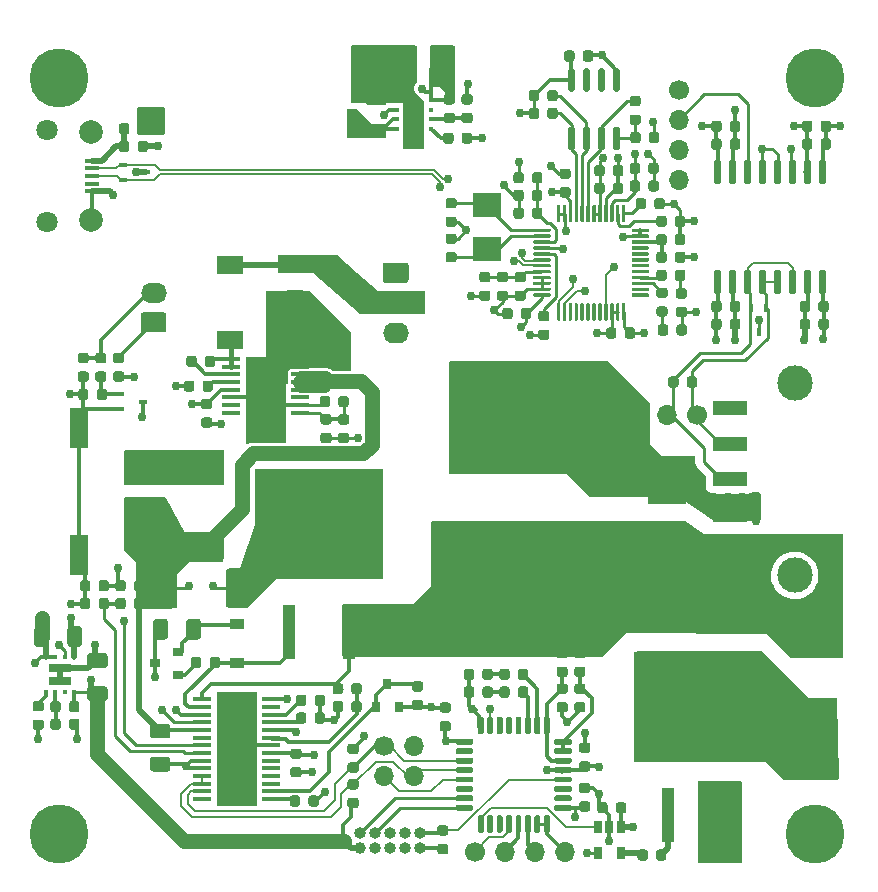
<source format=gbr>
%TF.GenerationSoftware,KiCad,Pcbnew,5.99.0-unknown-dd374e12a~102~ubuntu20.04.1*%
%TF.CreationDate,2020-12-02T08:22:48-08:00*%
%TF.ProjectId,blue_interface_board,626c7565-5f69-46e7-9465-72666163655f,rev?*%
%TF.SameCoordinates,Original*%
%TF.FileFunction,Copper,L1,Top*%
%TF.FilePolarity,Positive*%
%FSLAX46Y46*%
G04 Gerber Fmt 4.6, Leading zero omitted, Abs format (unit mm)*
G04 Created by KiCad (PCBNEW 5.99.0-unknown-dd374e12a~102~ubuntu20.04.1) date 2020-12-02 08:22:48*
%MOMM*%
%LPD*%
G01*
G04 APERTURE LIST*
%TA.AperFunction,SMDPad,CuDef*%
%ADD10R,2.920000X1.270000*%
%TD*%
%TA.AperFunction,ComponentPad*%
%ADD11C,3.000000*%
%TD*%
%TA.AperFunction,SMDPad,CuDef*%
%ADD12R,3.300000X2.500000*%
%TD*%
%TA.AperFunction,SMDPad,CuDef*%
%ADD13R,1.500000X0.450000*%
%TD*%
%TA.AperFunction,ComponentPad*%
%ADD14C,0.762000*%
%TD*%
%TA.AperFunction,SMDPad,CuDef*%
%ADD15R,3.400000X9.700000*%
%TD*%
%TA.AperFunction,SMDPad,CuDef*%
%ADD16R,1.200000X0.900000*%
%TD*%
%TA.AperFunction,SMDPad,CuDef*%
%ADD17R,0.800000X0.900000*%
%TD*%
%TA.AperFunction,SMDPad,CuDef*%
%ADD18R,1.100000X4.600000*%
%TD*%
%TA.AperFunction,SMDPad,CuDef*%
%ADD19R,10.800000X9.400000*%
%TD*%
%TA.AperFunction,ComponentPad*%
%ADD20O,4.500000X2.500000*%
%TD*%
%TA.AperFunction,ComponentPad*%
%ADD21C,5.000000*%
%TD*%
%TA.AperFunction,SMDPad,CuDef*%
%ADD22R,0.700000X0.450000*%
%TD*%
%TA.AperFunction,ComponentPad*%
%ADD23C,1.000000*%
%TD*%
%TA.AperFunction,ComponentPad*%
%ADD24O,1.000000X1.000000*%
%TD*%
%TA.AperFunction,SMDPad,CuDef*%
%ADD25R,2.200000X1.500000*%
%TD*%
%TA.AperFunction,SMDPad,CuDef*%
%ADD26R,2.400000X2.000000*%
%TD*%
%TA.AperFunction,SMDPad,CuDef*%
%ADD27R,3.400000X5.000000*%
%TD*%
%TA.AperFunction,SMDPad,CuDef*%
%ADD28R,1.650000X3.430000*%
%TD*%
%TA.AperFunction,SMDPad,CuDef*%
%ADD29R,1.300000X0.450000*%
%TD*%
%TA.AperFunction,ComponentPad*%
%ADD30C,2.000000*%
%TD*%
%TA.AperFunction,ComponentPad*%
%ADD31C,1.800000*%
%TD*%
%TA.AperFunction,ComponentPad*%
%ADD32C,1.700000*%
%TD*%
%TA.AperFunction,ComponentPad*%
%ADD33O,1.700000X1.700000*%
%TD*%
%TA.AperFunction,ComponentPad*%
%ADD34O,2.200000X1.740000*%
%TD*%
%TA.AperFunction,SMDPad,CuDef*%
%ADD35R,0.400000X0.450000*%
%TD*%
%TA.AperFunction,SMDPad,CuDef*%
%ADD36R,1.900000X0.800000*%
%TD*%
%TA.AperFunction,ComponentPad*%
%ADD37O,2.200000X1.700000*%
%TD*%
%TA.AperFunction,SMDPad,CuDef*%
%ADD38R,0.450000X0.700000*%
%TD*%
%TA.AperFunction,SMDPad,CuDef*%
%ADD39R,0.900000X0.800000*%
%TD*%
%TA.AperFunction,SMDPad,CuDef*%
%ADD40R,0.650000X1.060000*%
%TD*%
%TA.AperFunction,SMDPad,CuDef*%
%ADD41R,0.450000X0.400000*%
%TD*%
%TA.AperFunction,SMDPad,CuDef*%
%ADD42R,0.800000X1.900000*%
%TD*%
%TA.AperFunction,ViaPad*%
%ADD43C,0.762000*%
%TD*%
%TA.AperFunction,Conductor*%
%ADD44C,0.304800*%
%TD*%
%TA.AperFunction,Conductor*%
%ADD45C,0.254000*%
%TD*%
%TA.AperFunction,Conductor*%
%ADD46C,0.508000*%
%TD*%
%TA.AperFunction,Conductor*%
%ADD47C,1.270000*%
%TD*%
%TA.AperFunction,Conductor*%
%ADD48C,0.203200*%
%TD*%
%TA.AperFunction,Conductor*%
%ADD49C,0.177800*%
%TD*%
%TA.AperFunction,Conductor*%
%ADD50C,0.450000*%
%TD*%
G04 APERTURE END LIST*
D10*
X148820000Y-89970000D03*
X148820000Y-92970000D03*
X148820000Y-95970000D03*
X148820000Y-98970000D03*
X148820000Y-101970000D03*
D11*
X154290000Y-104120000D03*
X154290000Y-87820000D03*
%TA.AperFunction,SMDPad,CuDef*%
G36*
G01*
X135843750Y-110275000D02*
X136356250Y-110275000D01*
G75*
G02*
X136575000Y-110493750I0J-218750D01*
G01*
X136575000Y-110931250D01*
G75*
G02*
X136356250Y-111150000I-218750J0D01*
G01*
X135843750Y-111150000D01*
G75*
G02*
X135625000Y-110931250I0J218750D01*
G01*
X135625000Y-110493750D01*
G75*
G02*
X135843750Y-110275000I218750J0D01*
G01*
G37*
%TD.AperFunction*%
%TA.AperFunction,SMDPad,CuDef*%
G36*
G01*
X135843750Y-111850000D02*
X136356250Y-111850000D01*
G75*
G02*
X136575000Y-112068750I0J-218750D01*
G01*
X136575000Y-112506250D01*
G75*
G02*
X136356250Y-112725000I-218750J0D01*
G01*
X135843750Y-112725000D01*
G75*
G02*
X135625000Y-112506250I0J218750D01*
G01*
X135625000Y-112068750D01*
G75*
G02*
X135843750Y-111850000I218750J0D01*
G01*
G37*
%TD.AperFunction*%
D12*
X143500000Y-103600000D03*
X143500000Y-96800000D03*
%TA.AperFunction,SMDPad,CuDef*%
G36*
G01*
X99935000Y-116675000D02*
X101185000Y-116675000D01*
G75*
G02*
X101435000Y-116925000I0J-250000D01*
G01*
X101435000Y-117675000D01*
G75*
G02*
X101185000Y-117925000I-250000J0D01*
G01*
X99935000Y-117925000D01*
G75*
G02*
X99685000Y-117675000I0J250000D01*
G01*
X99685000Y-116925000D01*
G75*
G02*
X99935000Y-116675000I250000J0D01*
G01*
G37*
%TD.AperFunction*%
%TA.AperFunction,SMDPad,CuDef*%
G36*
G01*
X99935000Y-119475000D02*
X101185000Y-119475000D01*
G75*
G02*
X101435000Y-119725000I0J-250000D01*
G01*
X101435000Y-120475000D01*
G75*
G02*
X101185000Y-120725000I-250000J0D01*
G01*
X99935000Y-120725000D01*
G75*
G02*
X99685000Y-120475000I0J250000D01*
G01*
X99685000Y-119725000D01*
G75*
G02*
X99935000Y-119475000I250000J0D01*
G01*
G37*
%TD.AperFunction*%
%TA.AperFunction,SMDPad,CuDef*%
G36*
G01*
X117625000Y-113468750D02*
X117625000Y-113981250D01*
G75*
G02*
X117406250Y-114200000I-218750J0D01*
G01*
X116968750Y-114200000D01*
G75*
G02*
X116750000Y-113981250I0J218750D01*
G01*
X116750000Y-113468750D01*
G75*
G02*
X116968750Y-113250000I218750J0D01*
G01*
X117406250Y-113250000D01*
G75*
G02*
X117625000Y-113468750I0J-218750D01*
G01*
G37*
%TD.AperFunction*%
%TA.AperFunction,SMDPad,CuDef*%
G36*
G01*
X116050000Y-113468750D02*
X116050000Y-113981250D01*
G75*
G02*
X115831250Y-114200000I-218750J0D01*
G01*
X115393750Y-114200000D01*
G75*
G02*
X115175000Y-113981250I0J218750D01*
G01*
X115175000Y-113468750D01*
G75*
G02*
X115393750Y-113250000I218750J0D01*
G01*
X115831250Y-113250000D01*
G75*
G02*
X116050000Y-113468750I0J-218750D01*
G01*
G37*
%TD.AperFunction*%
%TA.AperFunction,SMDPad,CuDef*%
G36*
G01*
X111803750Y-118775000D02*
X112316250Y-118775000D01*
G75*
G02*
X112535000Y-118993750I0J-218750D01*
G01*
X112535000Y-119431250D01*
G75*
G02*
X112316250Y-119650000I-218750J0D01*
G01*
X111803750Y-119650000D01*
G75*
G02*
X111585000Y-119431250I0J218750D01*
G01*
X111585000Y-118993750D01*
G75*
G02*
X111803750Y-118775000I218750J0D01*
G01*
G37*
%TD.AperFunction*%
%TA.AperFunction,SMDPad,CuDef*%
G36*
G01*
X111803750Y-120350000D02*
X112316250Y-120350000D01*
G75*
G02*
X112535000Y-120568750I0J-218750D01*
G01*
X112535000Y-121006250D01*
G75*
G02*
X112316250Y-121225000I-218750J0D01*
G01*
X111803750Y-121225000D01*
G75*
G02*
X111585000Y-121006250I0J218750D01*
G01*
X111585000Y-120568750D01*
G75*
G02*
X111803750Y-120350000I218750J0D01*
G01*
G37*
%TD.AperFunction*%
D13*
X104130000Y-114610000D03*
X104130000Y-115260000D03*
X104130000Y-115910000D03*
X104130000Y-116560000D03*
X104130000Y-117210000D03*
X104130000Y-117860000D03*
X104130000Y-118510000D03*
X104130000Y-119160000D03*
X104130000Y-119810000D03*
X104130000Y-120460000D03*
X104130000Y-121110000D03*
X104130000Y-121760000D03*
X104130000Y-122410000D03*
X104130000Y-123060000D03*
X109930000Y-123060000D03*
X109930000Y-122410000D03*
X109930000Y-121760000D03*
X109930000Y-121110000D03*
X109930000Y-120460000D03*
X109930000Y-119810000D03*
X109930000Y-119160000D03*
X109930000Y-118510000D03*
X109930000Y-117860000D03*
X109930000Y-117210000D03*
X109930000Y-116560000D03*
X109930000Y-115910000D03*
X109930000Y-115260000D03*
X109930000Y-114610000D03*
D14*
X108330000Y-114935000D03*
X105730000Y-114935000D03*
X107030000Y-118835000D03*
X105730000Y-120135000D03*
X107030000Y-116235000D03*
D15*
X107030000Y-118835000D03*
D14*
X108330000Y-118835000D03*
X108330000Y-121435000D03*
X105730000Y-118835000D03*
X108330000Y-122735000D03*
X105730000Y-122735000D03*
X107030000Y-114935000D03*
X108330000Y-120135000D03*
X107030000Y-122735000D03*
X107030000Y-117535000D03*
X105730000Y-117535000D03*
X108330000Y-117535000D03*
X107030000Y-121435000D03*
X105730000Y-121435000D03*
X108330000Y-116235000D03*
X105730000Y-116235000D03*
X107030000Y-120135000D03*
%TA.AperFunction,SMDPad,CuDef*%
G36*
G01*
X112075000Y-114956250D02*
X112075000Y-114443750D01*
G75*
G02*
X112293750Y-114225000I218750J0D01*
G01*
X112731250Y-114225000D01*
G75*
G02*
X112950000Y-114443750I0J-218750D01*
G01*
X112950000Y-114956250D01*
G75*
G02*
X112731250Y-115175000I-218750J0D01*
G01*
X112293750Y-115175000D01*
G75*
G02*
X112075000Y-114956250I0J218750D01*
G01*
G37*
%TD.AperFunction*%
%TA.AperFunction,SMDPad,CuDef*%
G36*
G01*
X113650000Y-114956250D02*
X113650000Y-114443750D01*
G75*
G02*
X113868750Y-114225000I218750J0D01*
G01*
X114306250Y-114225000D01*
G75*
G02*
X114525000Y-114443750I0J-218750D01*
G01*
X114525000Y-114956250D01*
G75*
G02*
X114306250Y-115175000I-218750J0D01*
G01*
X113868750Y-115175000D01*
G75*
G02*
X113650000Y-114956250I0J218750D01*
G01*
G37*
%TD.AperFunction*%
%TA.AperFunction,SMDPad,CuDef*%
G36*
G01*
X112075000Y-116456250D02*
X112075000Y-115943750D01*
G75*
G02*
X112293750Y-115725000I218750J0D01*
G01*
X112731250Y-115725000D01*
G75*
G02*
X112950000Y-115943750I0J-218750D01*
G01*
X112950000Y-116456250D01*
G75*
G02*
X112731250Y-116675000I-218750J0D01*
G01*
X112293750Y-116675000D01*
G75*
G02*
X112075000Y-116456250I0J218750D01*
G01*
G37*
%TD.AperFunction*%
%TA.AperFunction,SMDPad,CuDef*%
G36*
G01*
X113650000Y-116456250D02*
X113650000Y-115943750D01*
G75*
G02*
X113868750Y-115725000I218750J0D01*
G01*
X114306250Y-115725000D01*
G75*
G02*
X114525000Y-115943750I0J-218750D01*
G01*
X114525000Y-116456250D01*
G75*
G02*
X114306250Y-116675000I-218750J0D01*
G01*
X113868750Y-116675000D01*
G75*
G02*
X113650000Y-116456250I0J218750D01*
G01*
G37*
%TD.AperFunction*%
D16*
X107100000Y-108250000D03*
X107100000Y-111550000D03*
%TA.AperFunction,SMDPad,CuDef*%
G36*
G01*
X111535000Y-123481250D02*
X111535000Y-122968750D01*
G75*
G02*
X111753750Y-122750000I218750J0D01*
G01*
X112191250Y-122750000D01*
G75*
G02*
X112410000Y-122968750I0J-218750D01*
G01*
X112410000Y-123481250D01*
G75*
G02*
X112191250Y-123700000I-218750J0D01*
G01*
X111753750Y-123700000D01*
G75*
G02*
X111535000Y-123481250I0J218750D01*
G01*
G37*
%TD.AperFunction*%
%TA.AperFunction,SMDPad,CuDef*%
G36*
G01*
X113110000Y-123481250D02*
X113110000Y-122968750D01*
G75*
G02*
X113328750Y-122750000I218750J0D01*
G01*
X113766250Y-122750000D01*
G75*
G02*
X113985000Y-122968750I0J-218750D01*
G01*
X113985000Y-123481250D01*
G75*
G02*
X113766250Y-123700000I-218750J0D01*
G01*
X113328750Y-123700000D01*
G75*
G02*
X113110000Y-123481250I0J218750D01*
G01*
G37*
%TD.AperFunction*%
%TA.AperFunction,SMDPad,CuDef*%
G36*
G01*
X134482719Y-108600000D02*
X125382717Y-108600000D01*
G75*
G02*
X125132718Y-108350001I0J249999D01*
G01*
X125132718Y-100049999D01*
G75*
G02*
X125382717Y-99800000I249999J0D01*
G01*
X134482719Y-99800000D01*
G75*
G02*
X134732718Y-100049999I0J-249999D01*
G01*
X134732718Y-108350001D01*
G75*
G02*
X134482719Y-108600000I-249999J0D01*
G01*
G37*
%TD.AperFunction*%
%TA.AperFunction,SMDPad,CuDef*%
G36*
G01*
X134482719Y-95100000D02*
X125382717Y-95100000D01*
G75*
G02*
X125132718Y-94850001I0J249999D01*
G01*
X125132718Y-86549999D01*
G75*
G02*
X125382717Y-86300000I249999J0D01*
G01*
X134482719Y-86300000D01*
G75*
G02*
X134732718Y-86549999I0J-249999D01*
G01*
X134732718Y-94850001D01*
G75*
G02*
X134482719Y-95100000I-249999J0D01*
G01*
G37*
%TD.AperFunction*%
D17*
X118850000Y-115300000D03*
X120750000Y-115300000D03*
X119800000Y-113300000D03*
%TA.AperFunction,SMDPad,CuDef*%
G36*
G01*
X122093750Y-113075000D02*
X122606250Y-113075000D01*
G75*
G02*
X122825000Y-113293750I0J-218750D01*
G01*
X122825000Y-113731250D01*
G75*
G02*
X122606250Y-113950000I-218750J0D01*
G01*
X122093750Y-113950000D01*
G75*
G02*
X121875000Y-113731250I0J218750D01*
G01*
X121875000Y-113293750D01*
G75*
G02*
X122093750Y-113075000I218750J0D01*
G01*
G37*
%TD.AperFunction*%
%TA.AperFunction,SMDPad,CuDef*%
G36*
G01*
X122093750Y-114650000D02*
X122606250Y-114650000D01*
G75*
G02*
X122825000Y-114868750I0J-218750D01*
G01*
X122825000Y-115306250D01*
G75*
G02*
X122606250Y-115525000I-218750J0D01*
G01*
X122093750Y-115525000D01*
G75*
G02*
X121875000Y-115306250I0J218750D01*
G01*
X121875000Y-114868750D01*
G75*
G02*
X122093750Y-114650000I218750J0D01*
G01*
G37*
%TD.AperFunction*%
D18*
X143560000Y-124445841D03*
D19*
X146100000Y-115295841D03*
D18*
X148640000Y-124445841D03*
D20*
X155600000Y-109200000D03*
X155600000Y-120100000D03*
%TA.AperFunction,SMDPad,CuDef*%
G36*
G01*
X135425000Y-123675000D02*
X135425000Y-123925000D01*
G75*
G02*
X135300000Y-124050000I-125000J0D01*
G01*
X134050000Y-124050000D01*
G75*
G02*
X133925000Y-123925000I0J125000D01*
G01*
X133925000Y-123675000D01*
G75*
G02*
X134050000Y-123550000I125000J0D01*
G01*
X135300000Y-123550000D01*
G75*
G02*
X135425000Y-123675000I0J-125000D01*
G01*
G37*
%TD.AperFunction*%
%TA.AperFunction,SMDPad,CuDef*%
G36*
G01*
X135425000Y-122875000D02*
X135425000Y-123125000D01*
G75*
G02*
X135300000Y-123250000I-125000J0D01*
G01*
X134050000Y-123250000D01*
G75*
G02*
X133925000Y-123125000I0J125000D01*
G01*
X133925000Y-122875000D01*
G75*
G02*
X134050000Y-122750000I125000J0D01*
G01*
X135300000Y-122750000D01*
G75*
G02*
X135425000Y-122875000I0J-125000D01*
G01*
G37*
%TD.AperFunction*%
%TA.AperFunction,SMDPad,CuDef*%
G36*
G01*
X135425000Y-122075000D02*
X135425000Y-122325000D01*
G75*
G02*
X135300000Y-122450000I-125000J0D01*
G01*
X134050000Y-122450000D01*
G75*
G02*
X133925000Y-122325000I0J125000D01*
G01*
X133925000Y-122075000D01*
G75*
G02*
X134050000Y-121950000I125000J0D01*
G01*
X135300000Y-121950000D01*
G75*
G02*
X135425000Y-122075000I0J-125000D01*
G01*
G37*
%TD.AperFunction*%
%TA.AperFunction,SMDPad,CuDef*%
G36*
G01*
X135425000Y-121275000D02*
X135425000Y-121525000D01*
G75*
G02*
X135300000Y-121650000I-125000J0D01*
G01*
X134050000Y-121650000D01*
G75*
G02*
X133925000Y-121525000I0J125000D01*
G01*
X133925000Y-121275000D01*
G75*
G02*
X134050000Y-121150000I125000J0D01*
G01*
X135300000Y-121150000D01*
G75*
G02*
X135425000Y-121275000I0J-125000D01*
G01*
G37*
%TD.AperFunction*%
%TA.AperFunction,SMDPad,CuDef*%
G36*
G01*
X135425000Y-120475000D02*
X135425000Y-120725000D01*
G75*
G02*
X135300000Y-120850000I-125000J0D01*
G01*
X134050000Y-120850000D01*
G75*
G02*
X133925000Y-120725000I0J125000D01*
G01*
X133925000Y-120475000D01*
G75*
G02*
X134050000Y-120350000I125000J0D01*
G01*
X135300000Y-120350000D01*
G75*
G02*
X135425000Y-120475000I0J-125000D01*
G01*
G37*
%TD.AperFunction*%
%TA.AperFunction,SMDPad,CuDef*%
G36*
G01*
X135425000Y-119675000D02*
X135425000Y-119925000D01*
G75*
G02*
X135300000Y-120050000I-125000J0D01*
G01*
X134050000Y-120050000D01*
G75*
G02*
X133925000Y-119925000I0J125000D01*
G01*
X133925000Y-119675000D01*
G75*
G02*
X134050000Y-119550000I125000J0D01*
G01*
X135300000Y-119550000D01*
G75*
G02*
X135425000Y-119675000I0J-125000D01*
G01*
G37*
%TD.AperFunction*%
%TA.AperFunction,SMDPad,CuDef*%
G36*
G01*
X135425000Y-118875000D02*
X135425000Y-119125000D01*
G75*
G02*
X135300000Y-119250000I-125000J0D01*
G01*
X134050000Y-119250000D01*
G75*
G02*
X133925000Y-119125000I0J125000D01*
G01*
X133925000Y-118875000D01*
G75*
G02*
X134050000Y-118750000I125000J0D01*
G01*
X135300000Y-118750000D01*
G75*
G02*
X135425000Y-118875000I0J-125000D01*
G01*
G37*
%TD.AperFunction*%
%TA.AperFunction,SMDPad,CuDef*%
G36*
G01*
X135425000Y-118075000D02*
X135425000Y-118325000D01*
G75*
G02*
X135300000Y-118450000I-125000J0D01*
G01*
X134050000Y-118450000D01*
G75*
G02*
X133925000Y-118325000I0J125000D01*
G01*
X133925000Y-118075000D01*
G75*
G02*
X134050000Y-117950000I125000J0D01*
G01*
X135300000Y-117950000D01*
G75*
G02*
X135425000Y-118075000I0J-125000D01*
G01*
G37*
%TD.AperFunction*%
%TA.AperFunction,SMDPad,CuDef*%
G36*
G01*
X133550000Y-116200000D02*
X133550000Y-117450000D01*
G75*
G02*
X133425000Y-117575000I-125000J0D01*
G01*
X133175000Y-117575000D01*
G75*
G02*
X133050000Y-117450000I0J125000D01*
G01*
X133050000Y-116200000D01*
G75*
G02*
X133175000Y-116075000I125000J0D01*
G01*
X133425000Y-116075000D01*
G75*
G02*
X133550000Y-116200000I0J-125000D01*
G01*
G37*
%TD.AperFunction*%
%TA.AperFunction,SMDPad,CuDef*%
G36*
G01*
X132750000Y-116200000D02*
X132750000Y-117450000D01*
G75*
G02*
X132625000Y-117575000I-125000J0D01*
G01*
X132375000Y-117575000D01*
G75*
G02*
X132250000Y-117450000I0J125000D01*
G01*
X132250000Y-116200000D01*
G75*
G02*
X132375000Y-116075000I125000J0D01*
G01*
X132625000Y-116075000D01*
G75*
G02*
X132750000Y-116200000I0J-125000D01*
G01*
G37*
%TD.AperFunction*%
%TA.AperFunction,SMDPad,CuDef*%
G36*
G01*
X131950000Y-116200000D02*
X131950000Y-117450000D01*
G75*
G02*
X131825000Y-117575000I-125000J0D01*
G01*
X131575000Y-117575000D01*
G75*
G02*
X131450000Y-117450000I0J125000D01*
G01*
X131450000Y-116200000D01*
G75*
G02*
X131575000Y-116075000I125000J0D01*
G01*
X131825000Y-116075000D01*
G75*
G02*
X131950000Y-116200000I0J-125000D01*
G01*
G37*
%TD.AperFunction*%
%TA.AperFunction,SMDPad,CuDef*%
G36*
G01*
X131150000Y-116200000D02*
X131150000Y-117450000D01*
G75*
G02*
X131025000Y-117575000I-125000J0D01*
G01*
X130775000Y-117575000D01*
G75*
G02*
X130650000Y-117450000I0J125000D01*
G01*
X130650000Y-116200000D01*
G75*
G02*
X130775000Y-116075000I125000J0D01*
G01*
X131025000Y-116075000D01*
G75*
G02*
X131150000Y-116200000I0J-125000D01*
G01*
G37*
%TD.AperFunction*%
%TA.AperFunction,SMDPad,CuDef*%
G36*
G01*
X130350000Y-116200000D02*
X130350000Y-117450000D01*
G75*
G02*
X130225000Y-117575000I-125000J0D01*
G01*
X129975000Y-117575000D01*
G75*
G02*
X129850000Y-117450000I0J125000D01*
G01*
X129850000Y-116200000D01*
G75*
G02*
X129975000Y-116075000I125000J0D01*
G01*
X130225000Y-116075000D01*
G75*
G02*
X130350000Y-116200000I0J-125000D01*
G01*
G37*
%TD.AperFunction*%
%TA.AperFunction,SMDPad,CuDef*%
G36*
G01*
X129550000Y-116200000D02*
X129550000Y-117450000D01*
G75*
G02*
X129425000Y-117575000I-125000J0D01*
G01*
X129175000Y-117575000D01*
G75*
G02*
X129050000Y-117450000I0J125000D01*
G01*
X129050000Y-116200000D01*
G75*
G02*
X129175000Y-116075000I125000J0D01*
G01*
X129425000Y-116075000D01*
G75*
G02*
X129550000Y-116200000I0J-125000D01*
G01*
G37*
%TD.AperFunction*%
%TA.AperFunction,SMDPad,CuDef*%
G36*
G01*
X128750000Y-116200000D02*
X128750000Y-117450000D01*
G75*
G02*
X128625000Y-117575000I-125000J0D01*
G01*
X128375000Y-117575000D01*
G75*
G02*
X128250000Y-117450000I0J125000D01*
G01*
X128250000Y-116200000D01*
G75*
G02*
X128375000Y-116075000I125000J0D01*
G01*
X128625000Y-116075000D01*
G75*
G02*
X128750000Y-116200000I0J-125000D01*
G01*
G37*
%TD.AperFunction*%
%TA.AperFunction,SMDPad,CuDef*%
G36*
G01*
X127950000Y-116200000D02*
X127950000Y-117450000D01*
G75*
G02*
X127825000Y-117575000I-125000J0D01*
G01*
X127575000Y-117575000D01*
G75*
G02*
X127450000Y-117450000I0J125000D01*
G01*
X127450000Y-116200000D01*
G75*
G02*
X127575000Y-116075000I125000J0D01*
G01*
X127825000Y-116075000D01*
G75*
G02*
X127950000Y-116200000I0J-125000D01*
G01*
G37*
%TD.AperFunction*%
%TA.AperFunction,SMDPad,CuDef*%
G36*
G01*
X127075000Y-118075000D02*
X127075000Y-118325000D01*
G75*
G02*
X126950000Y-118450000I-125000J0D01*
G01*
X125700000Y-118450000D01*
G75*
G02*
X125575000Y-118325000I0J125000D01*
G01*
X125575000Y-118075000D01*
G75*
G02*
X125700000Y-117950000I125000J0D01*
G01*
X126950000Y-117950000D01*
G75*
G02*
X127075000Y-118075000I0J-125000D01*
G01*
G37*
%TD.AperFunction*%
%TA.AperFunction,SMDPad,CuDef*%
G36*
G01*
X127075000Y-118875000D02*
X127075000Y-119125000D01*
G75*
G02*
X126950000Y-119250000I-125000J0D01*
G01*
X125700000Y-119250000D01*
G75*
G02*
X125575000Y-119125000I0J125000D01*
G01*
X125575000Y-118875000D01*
G75*
G02*
X125700000Y-118750000I125000J0D01*
G01*
X126950000Y-118750000D01*
G75*
G02*
X127075000Y-118875000I0J-125000D01*
G01*
G37*
%TD.AperFunction*%
%TA.AperFunction,SMDPad,CuDef*%
G36*
G01*
X127075000Y-119675000D02*
X127075000Y-119925000D01*
G75*
G02*
X126950000Y-120050000I-125000J0D01*
G01*
X125700000Y-120050000D01*
G75*
G02*
X125575000Y-119925000I0J125000D01*
G01*
X125575000Y-119675000D01*
G75*
G02*
X125700000Y-119550000I125000J0D01*
G01*
X126950000Y-119550000D01*
G75*
G02*
X127075000Y-119675000I0J-125000D01*
G01*
G37*
%TD.AperFunction*%
%TA.AperFunction,SMDPad,CuDef*%
G36*
G01*
X127075000Y-120475000D02*
X127075000Y-120725000D01*
G75*
G02*
X126950000Y-120850000I-125000J0D01*
G01*
X125700000Y-120850000D01*
G75*
G02*
X125575000Y-120725000I0J125000D01*
G01*
X125575000Y-120475000D01*
G75*
G02*
X125700000Y-120350000I125000J0D01*
G01*
X126950000Y-120350000D01*
G75*
G02*
X127075000Y-120475000I0J-125000D01*
G01*
G37*
%TD.AperFunction*%
%TA.AperFunction,SMDPad,CuDef*%
G36*
G01*
X127075000Y-121275000D02*
X127075000Y-121525000D01*
G75*
G02*
X126950000Y-121650000I-125000J0D01*
G01*
X125700000Y-121650000D01*
G75*
G02*
X125575000Y-121525000I0J125000D01*
G01*
X125575000Y-121275000D01*
G75*
G02*
X125700000Y-121150000I125000J0D01*
G01*
X126950000Y-121150000D01*
G75*
G02*
X127075000Y-121275000I0J-125000D01*
G01*
G37*
%TD.AperFunction*%
%TA.AperFunction,SMDPad,CuDef*%
G36*
G01*
X127075000Y-122075000D02*
X127075000Y-122325000D01*
G75*
G02*
X126950000Y-122450000I-125000J0D01*
G01*
X125700000Y-122450000D01*
G75*
G02*
X125575000Y-122325000I0J125000D01*
G01*
X125575000Y-122075000D01*
G75*
G02*
X125700000Y-121950000I125000J0D01*
G01*
X126950000Y-121950000D01*
G75*
G02*
X127075000Y-122075000I0J-125000D01*
G01*
G37*
%TD.AperFunction*%
%TA.AperFunction,SMDPad,CuDef*%
G36*
G01*
X127075000Y-122875000D02*
X127075000Y-123125000D01*
G75*
G02*
X126950000Y-123250000I-125000J0D01*
G01*
X125700000Y-123250000D01*
G75*
G02*
X125575000Y-123125000I0J125000D01*
G01*
X125575000Y-122875000D01*
G75*
G02*
X125700000Y-122750000I125000J0D01*
G01*
X126950000Y-122750000D01*
G75*
G02*
X127075000Y-122875000I0J-125000D01*
G01*
G37*
%TD.AperFunction*%
%TA.AperFunction,SMDPad,CuDef*%
G36*
G01*
X127075000Y-123675000D02*
X127075000Y-123925000D01*
G75*
G02*
X126950000Y-124050000I-125000J0D01*
G01*
X125700000Y-124050000D01*
G75*
G02*
X125575000Y-123925000I0J125000D01*
G01*
X125575000Y-123675000D01*
G75*
G02*
X125700000Y-123550000I125000J0D01*
G01*
X126950000Y-123550000D01*
G75*
G02*
X127075000Y-123675000I0J-125000D01*
G01*
G37*
%TD.AperFunction*%
%TA.AperFunction,SMDPad,CuDef*%
G36*
G01*
X127950000Y-124550000D02*
X127950000Y-125800000D01*
G75*
G02*
X127825000Y-125925000I-125000J0D01*
G01*
X127575000Y-125925000D01*
G75*
G02*
X127450000Y-125800000I0J125000D01*
G01*
X127450000Y-124550000D01*
G75*
G02*
X127575000Y-124425000I125000J0D01*
G01*
X127825000Y-124425000D01*
G75*
G02*
X127950000Y-124550000I0J-125000D01*
G01*
G37*
%TD.AperFunction*%
%TA.AperFunction,SMDPad,CuDef*%
G36*
G01*
X128750000Y-124550000D02*
X128750000Y-125800000D01*
G75*
G02*
X128625000Y-125925000I-125000J0D01*
G01*
X128375000Y-125925000D01*
G75*
G02*
X128250000Y-125800000I0J125000D01*
G01*
X128250000Y-124550000D01*
G75*
G02*
X128375000Y-124425000I125000J0D01*
G01*
X128625000Y-124425000D01*
G75*
G02*
X128750000Y-124550000I0J-125000D01*
G01*
G37*
%TD.AperFunction*%
%TA.AperFunction,SMDPad,CuDef*%
G36*
G01*
X129550000Y-124550000D02*
X129550000Y-125800000D01*
G75*
G02*
X129425000Y-125925000I-125000J0D01*
G01*
X129175000Y-125925000D01*
G75*
G02*
X129050000Y-125800000I0J125000D01*
G01*
X129050000Y-124550000D01*
G75*
G02*
X129175000Y-124425000I125000J0D01*
G01*
X129425000Y-124425000D01*
G75*
G02*
X129550000Y-124550000I0J-125000D01*
G01*
G37*
%TD.AperFunction*%
%TA.AperFunction,SMDPad,CuDef*%
G36*
G01*
X130350000Y-124550000D02*
X130350000Y-125800000D01*
G75*
G02*
X130225000Y-125925000I-125000J0D01*
G01*
X129975000Y-125925000D01*
G75*
G02*
X129850000Y-125800000I0J125000D01*
G01*
X129850000Y-124550000D01*
G75*
G02*
X129975000Y-124425000I125000J0D01*
G01*
X130225000Y-124425000D01*
G75*
G02*
X130350000Y-124550000I0J-125000D01*
G01*
G37*
%TD.AperFunction*%
%TA.AperFunction,SMDPad,CuDef*%
G36*
G01*
X131150000Y-124550000D02*
X131150000Y-125800000D01*
G75*
G02*
X131025000Y-125925000I-125000J0D01*
G01*
X130775000Y-125925000D01*
G75*
G02*
X130650000Y-125800000I0J125000D01*
G01*
X130650000Y-124550000D01*
G75*
G02*
X130775000Y-124425000I125000J0D01*
G01*
X131025000Y-124425000D01*
G75*
G02*
X131150000Y-124550000I0J-125000D01*
G01*
G37*
%TD.AperFunction*%
%TA.AperFunction,SMDPad,CuDef*%
G36*
G01*
X131950000Y-124550000D02*
X131950000Y-125800000D01*
G75*
G02*
X131825000Y-125925000I-125000J0D01*
G01*
X131575000Y-125925000D01*
G75*
G02*
X131450000Y-125800000I0J125000D01*
G01*
X131450000Y-124550000D01*
G75*
G02*
X131575000Y-124425000I125000J0D01*
G01*
X131825000Y-124425000D01*
G75*
G02*
X131950000Y-124550000I0J-125000D01*
G01*
G37*
%TD.AperFunction*%
%TA.AperFunction,SMDPad,CuDef*%
G36*
G01*
X132750000Y-124550000D02*
X132750000Y-125800000D01*
G75*
G02*
X132625000Y-125925000I-125000J0D01*
G01*
X132375000Y-125925000D01*
G75*
G02*
X132250000Y-125800000I0J125000D01*
G01*
X132250000Y-124550000D01*
G75*
G02*
X132375000Y-124425000I125000J0D01*
G01*
X132625000Y-124425000D01*
G75*
G02*
X132750000Y-124550000I0J-125000D01*
G01*
G37*
%TD.AperFunction*%
%TA.AperFunction,SMDPad,CuDef*%
G36*
G01*
X133550000Y-124550000D02*
X133550000Y-125800000D01*
G75*
G02*
X133425000Y-125925000I-125000J0D01*
G01*
X133175000Y-125925000D01*
G75*
G02*
X133050000Y-125800000I0J125000D01*
G01*
X133050000Y-124550000D01*
G75*
G02*
X133175000Y-124425000I125000J0D01*
G01*
X133425000Y-124425000D01*
G75*
G02*
X133550000Y-124550000I0J-125000D01*
G01*
G37*
%TD.AperFunction*%
%TA.AperFunction,SMDPad,CuDef*%
G36*
G01*
X136756250Y-120725000D02*
X136243750Y-120725000D01*
G75*
G02*
X136025000Y-120506250I0J218750D01*
G01*
X136025000Y-120068750D01*
G75*
G02*
X136243750Y-119850000I218750J0D01*
G01*
X136756250Y-119850000D01*
G75*
G02*
X136975000Y-120068750I0J-218750D01*
G01*
X136975000Y-120506250D01*
G75*
G02*
X136756250Y-120725000I-218750J0D01*
G01*
G37*
%TD.AperFunction*%
%TA.AperFunction,SMDPad,CuDef*%
G36*
G01*
X136756250Y-119150000D02*
X136243750Y-119150000D01*
G75*
G02*
X136025000Y-118931250I0J218750D01*
G01*
X136025000Y-118493750D01*
G75*
G02*
X136243750Y-118275000I218750J0D01*
G01*
X136756250Y-118275000D01*
G75*
G02*
X136975000Y-118493750I0J-218750D01*
G01*
X136975000Y-118931250D01*
G75*
G02*
X136756250Y-119150000I-218750J0D01*
G01*
G37*
%TD.AperFunction*%
%TA.AperFunction,SMDPad,CuDef*%
G36*
G01*
X136756250Y-124125000D02*
X136243750Y-124125000D01*
G75*
G02*
X136025000Y-123906250I0J218750D01*
G01*
X136025000Y-123468750D01*
G75*
G02*
X136243750Y-123250000I218750J0D01*
G01*
X136756250Y-123250000D01*
G75*
G02*
X136975000Y-123468750I0J-218750D01*
G01*
X136975000Y-123906250D01*
G75*
G02*
X136756250Y-124125000I-218750J0D01*
G01*
G37*
%TD.AperFunction*%
%TA.AperFunction,SMDPad,CuDef*%
G36*
G01*
X136756250Y-122550000D02*
X136243750Y-122550000D01*
G75*
G02*
X136025000Y-122331250I0J218750D01*
G01*
X136025000Y-121893750D01*
G75*
G02*
X136243750Y-121675000I218750J0D01*
G01*
X136756250Y-121675000D01*
G75*
G02*
X136975000Y-121893750I0J-218750D01*
G01*
X136975000Y-122331250D01*
G75*
G02*
X136756250Y-122550000I-218750J0D01*
G01*
G37*
%TD.AperFunction*%
%TA.AperFunction,SMDPad,CuDef*%
G36*
G01*
X124943750Y-72175000D02*
X125456250Y-72175000D01*
G75*
G02*
X125675000Y-72393750I0J-218750D01*
G01*
X125675000Y-72831250D01*
G75*
G02*
X125456250Y-73050000I-218750J0D01*
G01*
X124943750Y-73050000D01*
G75*
G02*
X124725000Y-72831250I0J218750D01*
G01*
X124725000Y-72393750D01*
G75*
G02*
X124943750Y-72175000I218750J0D01*
G01*
G37*
%TD.AperFunction*%
%TA.AperFunction,SMDPad,CuDef*%
G36*
G01*
X124943750Y-73750000D02*
X125456250Y-73750000D01*
G75*
G02*
X125675000Y-73968750I0J-218750D01*
G01*
X125675000Y-74406250D01*
G75*
G02*
X125456250Y-74625000I-218750J0D01*
G01*
X124943750Y-74625000D01*
G75*
G02*
X124725000Y-74406250I0J218750D01*
G01*
X124725000Y-73968750D01*
G75*
G02*
X124943750Y-73750000I218750J0D01*
G01*
G37*
%TD.AperFunction*%
%TA.AperFunction,SMDPad,CuDef*%
G36*
G01*
X149675000Y-65843750D02*
X149675000Y-66356250D01*
G75*
G02*
X149456250Y-66575000I-218750J0D01*
G01*
X149018750Y-66575000D01*
G75*
G02*
X148800000Y-66356250I0J218750D01*
G01*
X148800000Y-65843750D01*
G75*
G02*
X149018750Y-65625000I218750J0D01*
G01*
X149456250Y-65625000D01*
G75*
G02*
X149675000Y-65843750I0J-218750D01*
G01*
G37*
%TD.AperFunction*%
%TA.AperFunction,SMDPad,CuDef*%
G36*
G01*
X148100000Y-65843750D02*
X148100000Y-66356250D01*
G75*
G02*
X147881250Y-66575000I-218750J0D01*
G01*
X147443750Y-66575000D01*
G75*
G02*
X147225000Y-66356250I0J218750D01*
G01*
X147225000Y-65843750D01*
G75*
G02*
X147443750Y-65625000I218750J0D01*
G01*
X147881250Y-65625000D01*
G75*
G02*
X148100000Y-65843750I0J-218750D01*
G01*
G37*
%TD.AperFunction*%
%TA.AperFunction,SMDPad,CuDef*%
G36*
G01*
X154725000Y-81606250D02*
X154725000Y-81093750D01*
G75*
G02*
X154943750Y-80875000I218750J0D01*
G01*
X155381250Y-80875000D01*
G75*
G02*
X155600000Y-81093750I0J-218750D01*
G01*
X155600000Y-81606250D01*
G75*
G02*
X155381250Y-81825000I-218750J0D01*
G01*
X154943750Y-81825000D01*
G75*
G02*
X154725000Y-81606250I0J218750D01*
G01*
G37*
%TD.AperFunction*%
%TA.AperFunction,SMDPad,CuDef*%
G36*
G01*
X156300000Y-81606250D02*
X156300000Y-81093750D01*
G75*
G02*
X156518750Y-80875000I218750J0D01*
G01*
X156956250Y-80875000D01*
G75*
G02*
X157175000Y-81093750I0J-218750D01*
G01*
X157175000Y-81606250D01*
G75*
G02*
X156956250Y-81825000I-218750J0D01*
G01*
X156518750Y-81825000D01*
G75*
G02*
X156300000Y-81606250I0J218750D01*
G01*
G37*
%TD.AperFunction*%
%TA.AperFunction,SMDPad,CuDef*%
G36*
G01*
X154915000Y-67856250D02*
X154915000Y-67343750D01*
G75*
G02*
X155133750Y-67125000I218750J0D01*
G01*
X155571250Y-67125000D01*
G75*
G02*
X155790000Y-67343750I0J-218750D01*
G01*
X155790000Y-67856250D01*
G75*
G02*
X155571250Y-68075000I-218750J0D01*
G01*
X155133750Y-68075000D01*
G75*
G02*
X154915000Y-67856250I0J218750D01*
G01*
G37*
%TD.AperFunction*%
%TA.AperFunction,SMDPad,CuDef*%
G36*
G01*
X156490000Y-67856250D02*
X156490000Y-67343750D01*
G75*
G02*
X156708750Y-67125000I218750J0D01*
G01*
X157146250Y-67125000D01*
G75*
G02*
X157365000Y-67343750I0J-218750D01*
G01*
X157365000Y-67856250D01*
G75*
G02*
X157146250Y-68075000I-218750J0D01*
G01*
X156708750Y-68075000D01*
G75*
G02*
X156490000Y-67856250I0J218750D01*
G01*
G37*
%TD.AperFunction*%
%TA.AperFunction,SMDPad,CuDef*%
G36*
G01*
X154725000Y-83106250D02*
X154725000Y-82593750D01*
G75*
G02*
X154943750Y-82375000I218750J0D01*
G01*
X155381250Y-82375000D01*
G75*
G02*
X155600000Y-82593750I0J-218750D01*
G01*
X155600000Y-83106250D01*
G75*
G02*
X155381250Y-83325000I-218750J0D01*
G01*
X154943750Y-83325000D01*
G75*
G02*
X154725000Y-83106250I0J218750D01*
G01*
G37*
%TD.AperFunction*%
%TA.AperFunction,SMDPad,CuDef*%
G36*
G01*
X156300000Y-83106250D02*
X156300000Y-82593750D01*
G75*
G02*
X156518750Y-82375000I218750J0D01*
G01*
X156956250Y-82375000D01*
G75*
G02*
X157175000Y-82593750I0J-218750D01*
G01*
X157175000Y-83106250D01*
G75*
G02*
X156956250Y-83325000I-218750J0D01*
G01*
X156518750Y-83325000D01*
G75*
G02*
X156300000Y-83106250I0J218750D01*
G01*
G37*
%TD.AperFunction*%
%TA.AperFunction,SMDPad,CuDef*%
G36*
G01*
X156495000Y-68925000D02*
X156795000Y-68925000D01*
G75*
G02*
X156945000Y-69075000I0J-150000D01*
G01*
X156945000Y-70825000D01*
G75*
G02*
X156795000Y-70975000I-150000J0D01*
G01*
X156495000Y-70975000D01*
G75*
G02*
X156345000Y-70825000I0J150000D01*
G01*
X156345000Y-69075000D01*
G75*
G02*
X156495000Y-68925000I150000J0D01*
G01*
G37*
%TD.AperFunction*%
%TA.AperFunction,SMDPad,CuDef*%
G36*
G01*
X155225000Y-68925000D02*
X155525000Y-68925000D01*
G75*
G02*
X155675000Y-69075000I0J-150000D01*
G01*
X155675000Y-70825000D01*
G75*
G02*
X155525000Y-70975000I-150000J0D01*
G01*
X155225000Y-70975000D01*
G75*
G02*
X155075000Y-70825000I0J150000D01*
G01*
X155075000Y-69075000D01*
G75*
G02*
X155225000Y-68925000I150000J0D01*
G01*
G37*
%TD.AperFunction*%
%TA.AperFunction,SMDPad,CuDef*%
G36*
G01*
X153955000Y-68925000D02*
X154255000Y-68925000D01*
G75*
G02*
X154405000Y-69075000I0J-150000D01*
G01*
X154405000Y-70825000D01*
G75*
G02*
X154255000Y-70975000I-150000J0D01*
G01*
X153955000Y-70975000D01*
G75*
G02*
X153805000Y-70825000I0J150000D01*
G01*
X153805000Y-69075000D01*
G75*
G02*
X153955000Y-68925000I150000J0D01*
G01*
G37*
%TD.AperFunction*%
%TA.AperFunction,SMDPad,CuDef*%
G36*
G01*
X152685000Y-68925000D02*
X152985000Y-68925000D01*
G75*
G02*
X153135000Y-69075000I0J-150000D01*
G01*
X153135000Y-70825000D01*
G75*
G02*
X152985000Y-70975000I-150000J0D01*
G01*
X152685000Y-70975000D01*
G75*
G02*
X152535000Y-70825000I0J150000D01*
G01*
X152535000Y-69075000D01*
G75*
G02*
X152685000Y-68925000I150000J0D01*
G01*
G37*
%TD.AperFunction*%
%TA.AperFunction,SMDPad,CuDef*%
G36*
G01*
X151415000Y-68925000D02*
X151715000Y-68925000D01*
G75*
G02*
X151865000Y-69075000I0J-150000D01*
G01*
X151865000Y-70825000D01*
G75*
G02*
X151715000Y-70975000I-150000J0D01*
G01*
X151415000Y-70975000D01*
G75*
G02*
X151265000Y-70825000I0J150000D01*
G01*
X151265000Y-69075000D01*
G75*
G02*
X151415000Y-68925000I150000J0D01*
G01*
G37*
%TD.AperFunction*%
%TA.AperFunction,SMDPad,CuDef*%
G36*
G01*
X150145000Y-68925000D02*
X150445000Y-68925000D01*
G75*
G02*
X150595000Y-69075000I0J-150000D01*
G01*
X150595000Y-70825000D01*
G75*
G02*
X150445000Y-70975000I-150000J0D01*
G01*
X150145000Y-70975000D01*
G75*
G02*
X149995000Y-70825000I0J150000D01*
G01*
X149995000Y-69075000D01*
G75*
G02*
X150145000Y-68925000I150000J0D01*
G01*
G37*
%TD.AperFunction*%
%TA.AperFunction,SMDPad,CuDef*%
G36*
G01*
X148875000Y-68925000D02*
X149175000Y-68925000D01*
G75*
G02*
X149325000Y-69075000I0J-150000D01*
G01*
X149325000Y-70825000D01*
G75*
G02*
X149175000Y-70975000I-150000J0D01*
G01*
X148875000Y-70975000D01*
G75*
G02*
X148725000Y-70825000I0J150000D01*
G01*
X148725000Y-69075000D01*
G75*
G02*
X148875000Y-68925000I150000J0D01*
G01*
G37*
%TD.AperFunction*%
%TA.AperFunction,SMDPad,CuDef*%
G36*
G01*
X147605000Y-68925000D02*
X147905000Y-68925000D01*
G75*
G02*
X148055000Y-69075000I0J-150000D01*
G01*
X148055000Y-70825000D01*
G75*
G02*
X147905000Y-70975000I-150000J0D01*
G01*
X147605000Y-70975000D01*
G75*
G02*
X147455000Y-70825000I0J150000D01*
G01*
X147455000Y-69075000D01*
G75*
G02*
X147605000Y-68925000I150000J0D01*
G01*
G37*
%TD.AperFunction*%
%TA.AperFunction,SMDPad,CuDef*%
G36*
G01*
X147605000Y-78225000D02*
X147905000Y-78225000D01*
G75*
G02*
X148055000Y-78375000I0J-150000D01*
G01*
X148055000Y-80125000D01*
G75*
G02*
X147905000Y-80275000I-150000J0D01*
G01*
X147605000Y-80275000D01*
G75*
G02*
X147455000Y-80125000I0J150000D01*
G01*
X147455000Y-78375000D01*
G75*
G02*
X147605000Y-78225000I150000J0D01*
G01*
G37*
%TD.AperFunction*%
%TA.AperFunction,SMDPad,CuDef*%
G36*
G01*
X148875000Y-78225000D02*
X149175000Y-78225000D01*
G75*
G02*
X149325000Y-78375000I0J-150000D01*
G01*
X149325000Y-80125000D01*
G75*
G02*
X149175000Y-80275000I-150000J0D01*
G01*
X148875000Y-80275000D01*
G75*
G02*
X148725000Y-80125000I0J150000D01*
G01*
X148725000Y-78375000D01*
G75*
G02*
X148875000Y-78225000I150000J0D01*
G01*
G37*
%TD.AperFunction*%
%TA.AperFunction,SMDPad,CuDef*%
G36*
G01*
X150145000Y-78225000D02*
X150445000Y-78225000D01*
G75*
G02*
X150595000Y-78375000I0J-150000D01*
G01*
X150595000Y-80125000D01*
G75*
G02*
X150445000Y-80275000I-150000J0D01*
G01*
X150145000Y-80275000D01*
G75*
G02*
X149995000Y-80125000I0J150000D01*
G01*
X149995000Y-78375000D01*
G75*
G02*
X150145000Y-78225000I150000J0D01*
G01*
G37*
%TD.AperFunction*%
%TA.AperFunction,SMDPad,CuDef*%
G36*
G01*
X151415000Y-78225000D02*
X151715000Y-78225000D01*
G75*
G02*
X151865000Y-78375000I0J-150000D01*
G01*
X151865000Y-80125000D01*
G75*
G02*
X151715000Y-80275000I-150000J0D01*
G01*
X151415000Y-80275000D01*
G75*
G02*
X151265000Y-80125000I0J150000D01*
G01*
X151265000Y-78375000D01*
G75*
G02*
X151415000Y-78225000I150000J0D01*
G01*
G37*
%TD.AperFunction*%
%TA.AperFunction,SMDPad,CuDef*%
G36*
G01*
X152685000Y-78225000D02*
X152985000Y-78225000D01*
G75*
G02*
X153135000Y-78375000I0J-150000D01*
G01*
X153135000Y-80125000D01*
G75*
G02*
X152985000Y-80275000I-150000J0D01*
G01*
X152685000Y-80275000D01*
G75*
G02*
X152535000Y-80125000I0J150000D01*
G01*
X152535000Y-78375000D01*
G75*
G02*
X152685000Y-78225000I150000J0D01*
G01*
G37*
%TD.AperFunction*%
%TA.AperFunction,SMDPad,CuDef*%
G36*
G01*
X153955000Y-78225000D02*
X154255000Y-78225000D01*
G75*
G02*
X154405000Y-78375000I0J-150000D01*
G01*
X154405000Y-80125000D01*
G75*
G02*
X154255000Y-80275000I-150000J0D01*
G01*
X153955000Y-80275000D01*
G75*
G02*
X153805000Y-80125000I0J150000D01*
G01*
X153805000Y-78375000D01*
G75*
G02*
X153955000Y-78225000I150000J0D01*
G01*
G37*
%TD.AperFunction*%
%TA.AperFunction,SMDPad,CuDef*%
G36*
G01*
X155225000Y-78225000D02*
X155525000Y-78225000D01*
G75*
G02*
X155675000Y-78375000I0J-150000D01*
G01*
X155675000Y-80125000D01*
G75*
G02*
X155525000Y-80275000I-150000J0D01*
G01*
X155225000Y-80275000D01*
G75*
G02*
X155075000Y-80125000I0J150000D01*
G01*
X155075000Y-78375000D01*
G75*
G02*
X155225000Y-78225000I150000J0D01*
G01*
G37*
%TD.AperFunction*%
%TA.AperFunction,SMDPad,CuDef*%
G36*
G01*
X156495000Y-78225000D02*
X156795000Y-78225000D01*
G75*
G02*
X156945000Y-78375000I0J-150000D01*
G01*
X156945000Y-80125000D01*
G75*
G02*
X156795000Y-80275000I-150000J0D01*
G01*
X156495000Y-80275000D01*
G75*
G02*
X156345000Y-80125000I0J150000D01*
G01*
X156345000Y-78375000D01*
G75*
G02*
X156495000Y-78225000I150000J0D01*
G01*
G37*
%TD.AperFunction*%
%TA.AperFunction,SMDPad,CuDef*%
G36*
G01*
X149675000Y-82593750D02*
X149675000Y-83106250D01*
G75*
G02*
X149456250Y-83325000I-218750J0D01*
G01*
X149018750Y-83325000D01*
G75*
G02*
X148800000Y-83106250I0J218750D01*
G01*
X148800000Y-82593750D01*
G75*
G02*
X149018750Y-82375000I218750J0D01*
G01*
X149456250Y-82375000D01*
G75*
G02*
X149675000Y-82593750I0J-218750D01*
G01*
G37*
%TD.AperFunction*%
%TA.AperFunction,SMDPad,CuDef*%
G36*
G01*
X148100000Y-82593750D02*
X148100000Y-83106250D01*
G75*
G02*
X147881250Y-83325000I-218750J0D01*
G01*
X147443750Y-83325000D01*
G75*
G02*
X147225000Y-83106250I0J218750D01*
G01*
X147225000Y-82593750D01*
G75*
G02*
X147443750Y-82375000I218750J0D01*
G01*
X147881250Y-82375000D01*
G75*
G02*
X148100000Y-82593750I0J-218750D01*
G01*
G37*
%TD.AperFunction*%
%TA.AperFunction,SMDPad,CuDef*%
G36*
G01*
X154915000Y-66356250D02*
X154915000Y-65843750D01*
G75*
G02*
X155133750Y-65625000I218750J0D01*
G01*
X155571250Y-65625000D01*
G75*
G02*
X155790000Y-65843750I0J-218750D01*
G01*
X155790000Y-66356250D01*
G75*
G02*
X155571250Y-66575000I-218750J0D01*
G01*
X155133750Y-66575000D01*
G75*
G02*
X154915000Y-66356250I0J218750D01*
G01*
G37*
%TD.AperFunction*%
%TA.AperFunction,SMDPad,CuDef*%
G36*
G01*
X156490000Y-66356250D02*
X156490000Y-65843750D01*
G75*
G02*
X156708750Y-65625000I218750J0D01*
G01*
X157146250Y-65625000D01*
G75*
G02*
X157365000Y-65843750I0J-218750D01*
G01*
X157365000Y-66356250D01*
G75*
G02*
X157146250Y-66575000I-218750J0D01*
G01*
X156708750Y-66575000D01*
G75*
G02*
X156490000Y-66356250I0J218750D01*
G01*
G37*
%TD.AperFunction*%
%TA.AperFunction,SMDPad,CuDef*%
G36*
G01*
X149675000Y-67343750D02*
X149675000Y-67856250D01*
G75*
G02*
X149456250Y-68075000I-218750J0D01*
G01*
X149018750Y-68075000D01*
G75*
G02*
X148800000Y-67856250I0J218750D01*
G01*
X148800000Y-67343750D01*
G75*
G02*
X149018750Y-67125000I218750J0D01*
G01*
X149456250Y-67125000D01*
G75*
G02*
X149675000Y-67343750I0J-218750D01*
G01*
G37*
%TD.AperFunction*%
%TA.AperFunction,SMDPad,CuDef*%
G36*
G01*
X148100000Y-67343750D02*
X148100000Y-67856250D01*
G75*
G02*
X147881250Y-68075000I-218750J0D01*
G01*
X147443750Y-68075000D01*
G75*
G02*
X147225000Y-67856250I0J218750D01*
G01*
X147225000Y-67343750D01*
G75*
G02*
X147443750Y-67125000I218750J0D01*
G01*
X147881250Y-67125000D01*
G75*
G02*
X148100000Y-67343750I0J-218750D01*
G01*
G37*
%TD.AperFunction*%
D21*
X156000000Y-62000000D03*
%TA.AperFunction,SMDPad,CuDef*%
G36*
G01*
X135843750Y-113275000D02*
X136356250Y-113275000D01*
G75*
G02*
X136575000Y-113493750I0J-218750D01*
G01*
X136575000Y-113931250D01*
G75*
G02*
X136356250Y-114150000I-218750J0D01*
G01*
X135843750Y-114150000D01*
G75*
G02*
X135625000Y-113931250I0J218750D01*
G01*
X135625000Y-113493750D01*
G75*
G02*
X135843750Y-113275000I218750J0D01*
G01*
G37*
%TD.AperFunction*%
%TA.AperFunction,SMDPad,CuDef*%
G36*
G01*
X135843750Y-114850000D02*
X136356250Y-114850000D01*
G75*
G02*
X136575000Y-115068750I0J-218750D01*
G01*
X136575000Y-115506250D01*
G75*
G02*
X136356250Y-115725000I-218750J0D01*
G01*
X135843750Y-115725000D01*
G75*
G02*
X135625000Y-115506250I0J218750D01*
G01*
X135625000Y-115068750D01*
G75*
G02*
X135843750Y-114850000I218750J0D01*
G01*
G37*
%TD.AperFunction*%
%TA.AperFunction,SMDPad,CuDef*%
G36*
G01*
X142575000Y-74406250D02*
X142575000Y-73893750D01*
G75*
G02*
X142793750Y-73675000I218750J0D01*
G01*
X143231250Y-73675000D01*
G75*
G02*
X143450000Y-73893750I0J-218750D01*
G01*
X143450000Y-74406250D01*
G75*
G02*
X143231250Y-74625000I-218750J0D01*
G01*
X142793750Y-74625000D01*
G75*
G02*
X142575000Y-74406250I0J218750D01*
G01*
G37*
%TD.AperFunction*%
%TA.AperFunction,SMDPad,CuDef*%
G36*
G01*
X144150000Y-74406250D02*
X144150000Y-73893750D01*
G75*
G02*
X144368750Y-73675000I218750J0D01*
G01*
X144806250Y-73675000D01*
G75*
G02*
X145025000Y-73893750I0J-218750D01*
G01*
X145025000Y-74406250D01*
G75*
G02*
X144806250Y-74625000I-218750J0D01*
G01*
X144368750Y-74625000D01*
G75*
G02*
X144150000Y-74406250I0J218750D01*
G01*
G37*
%TD.AperFunction*%
%TA.AperFunction,SMDPad,CuDef*%
G36*
G01*
X131775000Y-63756250D02*
X131775000Y-63243750D01*
G75*
G02*
X131993750Y-63025000I218750J0D01*
G01*
X132431250Y-63025000D01*
G75*
G02*
X132650000Y-63243750I0J-218750D01*
G01*
X132650000Y-63756250D01*
G75*
G02*
X132431250Y-63975000I-218750J0D01*
G01*
X131993750Y-63975000D01*
G75*
G02*
X131775000Y-63756250I0J218750D01*
G01*
G37*
%TD.AperFunction*%
%TA.AperFunction,SMDPad,CuDef*%
G36*
G01*
X133350000Y-63756250D02*
X133350000Y-63243750D01*
G75*
G02*
X133568750Y-63025000I218750J0D01*
G01*
X134006250Y-63025000D01*
G75*
G02*
X134225000Y-63243750I0J-218750D01*
G01*
X134225000Y-63756250D01*
G75*
G02*
X134006250Y-63975000I-218750J0D01*
G01*
X133568750Y-63975000D01*
G75*
G02*
X133350000Y-63756250I0J218750D01*
G01*
G37*
%TD.AperFunction*%
%TA.AperFunction,SMDPad,CuDef*%
G36*
G01*
X134775000Y-60406250D02*
X134775000Y-59893750D01*
G75*
G02*
X134993750Y-59675000I218750J0D01*
G01*
X135431250Y-59675000D01*
G75*
G02*
X135650000Y-59893750I0J-218750D01*
G01*
X135650000Y-60406250D01*
G75*
G02*
X135431250Y-60625000I-218750J0D01*
G01*
X134993750Y-60625000D01*
G75*
G02*
X134775000Y-60406250I0J218750D01*
G01*
G37*
%TD.AperFunction*%
%TA.AperFunction,SMDPad,CuDef*%
G36*
G01*
X136350000Y-60406250D02*
X136350000Y-59893750D01*
G75*
G02*
X136568750Y-59675000I218750J0D01*
G01*
X137006250Y-59675000D01*
G75*
G02*
X137225000Y-59893750I0J-218750D01*
G01*
X137225000Y-60406250D01*
G75*
G02*
X137006250Y-60625000I-218750J0D01*
G01*
X136568750Y-60625000D01*
G75*
G02*
X136350000Y-60406250I0J218750D01*
G01*
G37*
%TD.AperFunction*%
%TA.AperFunction,SMDPad,CuDef*%
G36*
G01*
X130793750Y-78425000D02*
X131306250Y-78425000D01*
G75*
G02*
X131525000Y-78643750I0J-218750D01*
G01*
X131525000Y-79081250D01*
G75*
G02*
X131306250Y-79300000I-218750J0D01*
G01*
X130793750Y-79300000D01*
G75*
G02*
X130575000Y-79081250I0J218750D01*
G01*
X130575000Y-78643750D01*
G75*
G02*
X130793750Y-78425000I218750J0D01*
G01*
G37*
%TD.AperFunction*%
%TA.AperFunction,SMDPad,CuDef*%
G36*
G01*
X130793750Y-80000000D02*
X131306250Y-80000000D01*
G75*
G02*
X131525000Y-80218750I0J-218750D01*
G01*
X131525000Y-80656250D01*
G75*
G02*
X131306250Y-80875000I-218750J0D01*
G01*
X130793750Y-80875000D01*
G75*
G02*
X130575000Y-80656250I0J218750D01*
G01*
X130575000Y-80218750D01*
G75*
G02*
X130793750Y-80000000I218750J0D01*
G01*
G37*
%TD.AperFunction*%
%TA.AperFunction,SMDPad,CuDef*%
G36*
G01*
X140825000Y-72906250D02*
X140825000Y-72393750D01*
G75*
G02*
X141043750Y-72175000I218750J0D01*
G01*
X141481250Y-72175000D01*
G75*
G02*
X141700000Y-72393750I0J-218750D01*
G01*
X141700000Y-72906250D01*
G75*
G02*
X141481250Y-73125000I-218750J0D01*
G01*
X141043750Y-73125000D01*
G75*
G02*
X140825000Y-72906250I0J218750D01*
G01*
G37*
%TD.AperFunction*%
%TA.AperFunction,SMDPad,CuDef*%
G36*
G01*
X142400000Y-72906250D02*
X142400000Y-72393750D01*
G75*
G02*
X142618750Y-72175000I218750J0D01*
G01*
X143056250Y-72175000D01*
G75*
G02*
X143275000Y-72393750I0J-218750D01*
G01*
X143275000Y-72906250D01*
G75*
G02*
X143056250Y-73125000I-218750J0D01*
G01*
X142618750Y-73125000D01*
G75*
G02*
X142400000Y-72906250I0J218750D01*
G01*
G37*
%TD.AperFunction*%
%TA.AperFunction,SMDPad,CuDef*%
G36*
G01*
X129293750Y-78425000D02*
X129806250Y-78425000D01*
G75*
G02*
X130025000Y-78643750I0J-218750D01*
G01*
X130025000Y-79081250D01*
G75*
G02*
X129806250Y-79300000I-218750J0D01*
G01*
X129293750Y-79300000D01*
G75*
G02*
X129075000Y-79081250I0J218750D01*
G01*
X129075000Y-78643750D01*
G75*
G02*
X129293750Y-78425000I218750J0D01*
G01*
G37*
%TD.AperFunction*%
%TA.AperFunction,SMDPad,CuDef*%
G36*
G01*
X129293750Y-80000000D02*
X129806250Y-80000000D01*
G75*
G02*
X130025000Y-80218750I0J-218750D01*
G01*
X130025000Y-80656250D01*
G75*
G02*
X129806250Y-80875000I-218750J0D01*
G01*
X129293750Y-80875000D01*
G75*
G02*
X129075000Y-80656250I0J218750D01*
G01*
X129075000Y-80218750D01*
G75*
G02*
X129293750Y-80000000I218750J0D01*
G01*
G37*
%TD.AperFunction*%
%TA.AperFunction,SMDPad,CuDef*%
G36*
G01*
X142575000Y-77443750D02*
X142575000Y-76931250D01*
G75*
G02*
X142793750Y-76712500I218750J0D01*
G01*
X143231250Y-76712500D01*
G75*
G02*
X143450000Y-76931250I0J-218750D01*
G01*
X143450000Y-77443750D01*
G75*
G02*
X143231250Y-77662500I-218750J0D01*
G01*
X142793750Y-77662500D01*
G75*
G02*
X142575000Y-77443750I0J218750D01*
G01*
G37*
%TD.AperFunction*%
%TA.AperFunction,SMDPad,CuDef*%
G36*
G01*
X144150000Y-77443750D02*
X144150000Y-76931250D01*
G75*
G02*
X144368750Y-76712500I218750J0D01*
G01*
X144806250Y-76712500D01*
G75*
G02*
X145025000Y-76931250I0J-218750D01*
G01*
X145025000Y-77443750D01*
G75*
G02*
X144806250Y-77662500I-218750J0D01*
G01*
X144368750Y-77662500D01*
G75*
G02*
X144150000Y-77443750I0J218750D01*
G01*
G37*
%TD.AperFunction*%
%TA.AperFunction,SMDPad,CuDef*%
G36*
G01*
X142810000Y-66793750D02*
X142810000Y-67306250D01*
G75*
G02*
X142591250Y-67525000I-218750J0D01*
G01*
X142153750Y-67525000D01*
G75*
G02*
X141935000Y-67306250I0J218750D01*
G01*
X141935000Y-66793750D01*
G75*
G02*
X142153750Y-66575000I218750J0D01*
G01*
X142591250Y-66575000D01*
G75*
G02*
X142810000Y-66793750I0J-218750D01*
G01*
G37*
%TD.AperFunction*%
%TA.AperFunction,SMDPad,CuDef*%
G36*
G01*
X141235000Y-66793750D02*
X141235000Y-67306250D01*
G75*
G02*
X141016250Y-67525000I-218750J0D01*
G01*
X140578750Y-67525000D01*
G75*
G02*
X140360000Y-67306250I0J218750D01*
G01*
X140360000Y-66793750D01*
G75*
G02*
X140578750Y-66575000I218750J0D01*
G01*
X141016250Y-66575000D01*
G75*
G02*
X141235000Y-66793750I0J-218750D01*
G01*
G37*
%TD.AperFunction*%
%TA.AperFunction,SMDPad,CuDef*%
G36*
G01*
X140325000Y-71406250D02*
X140325000Y-70893750D01*
G75*
G02*
X140543750Y-70675000I218750J0D01*
G01*
X140981250Y-70675000D01*
G75*
G02*
X141200000Y-70893750I0J-218750D01*
G01*
X141200000Y-71406250D01*
G75*
G02*
X140981250Y-71625000I-218750J0D01*
G01*
X140543750Y-71625000D01*
G75*
G02*
X140325000Y-71406250I0J218750D01*
G01*
G37*
%TD.AperFunction*%
%TA.AperFunction,SMDPad,CuDef*%
G36*
G01*
X141900000Y-71406250D02*
X141900000Y-70893750D01*
G75*
G02*
X142118750Y-70675000I218750J0D01*
G01*
X142556250Y-70675000D01*
G75*
G02*
X142775000Y-70893750I0J-218750D01*
G01*
X142775000Y-71406250D01*
G75*
G02*
X142556250Y-71625000I-218750J0D01*
G01*
X142118750Y-71625000D01*
G75*
G02*
X141900000Y-71406250I0J218750D01*
G01*
G37*
%TD.AperFunction*%
%TA.AperFunction,SMDPad,CuDef*%
G36*
G01*
X133306250Y-84175000D02*
X132793750Y-84175000D01*
G75*
G02*
X132575000Y-83956250I0J218750D01*
G01*
X132575000Y-83518750D01*
G75*
G02*
X132793750Y-83300000I218750J0D01*
G01*
X133306250Y-83300000D01*
G75*
G02*
X133525000Y-83518750I0J-218750D01*
G01*
X133525000Y-83956250D01*
G75*
G02*
X133306250Y-84175000I-218750J0D01*
G01*
G37*
%TD.AperFunction*%
%TA.AperFunction,SMDPad,CuDef*%
G36*
G01*
X133306250Y-82600000D02*
X132793750Y-82600000D01*
G75*
G02*
X132575000Y-82381250I0J218750D01*
G01*
X132575000Y-81943750D01*
G75*
G02*
X132793750Y-81725000I218750J0D01*
G01*
X133306250Y-81725000D01*
G75*
G02*
X133525000Y-81943750I0J-218750D01*
G01*
X133525000Y-82381250D01*
G75*
G02*
X133306250Y-82600000I-218750J0D01*
G01*
G37*
%TD.AperFunction*%
%TA.AperFunction,SMDPad,CuDef*%
G36*
G01*
X139775000Y-71093750D02*
X139775000Y-71606250D01*
G75*
G02*
X139556250Y-71825000I-218750J0D01*
G01*
X139118750Y-71825000D01*
G75*
G02*
X138900000Y-71606250I0J218750D01*
G01*
X138900000Y-71093750D01*
G75*
G02*
X139118750Y-70875000I218750J0D01*
G01*
X139556250Y-70875000D01*
G75*
G02*
X139775000Y-71093750I0J-218750D01*
G01*
G37*
%TD.AperFunction*%
%TA.AperFunction,SMDPad,CuDef*%
G36*
G01*
X138200000Y-71093750D02*
X138200000Y-71606250D01*
G75*
G02*
X137981250Y-71825000I-218750J0D01*
G01*
X137543750Y-71825000D01*
G75*
G02*
X137325000Y-71606250I0J218750D01*
G01*
X137325000Y-71093750D01*
G75*
G02*
X137543750Y-70875000I218750J0D01*
G01*
X137981250Y-70875000D01*
G75*
G02*
X138200000Y-71093750I0J-218750D01*
G01*
G37*
%TD.AperFunction*%
%TA.AperFunction,SMDPad,CuDef*%
G36*
G01*
X140775000Y-83343750D02*
X140775000Y-83856250D01*
G75*
G02*
X140556250Y-84075000I-218750J0D01*
G01*
X140118750Y-84075000D01*
G75*
G02*
X139900000Y-83856250I0J218750D01*
G01*
X139900000Y-83343750D01*
G75*
G02*
X140118750Y-83125000I218750J0D01*
G01*
X140556250Y-83125000D01*
G75*
G02*
X140775000Y-83343750I0J-218750D01*
G01*
G37*
%TD.AperFunction*%
%TA.AperFunction,SMDPad,CuDef*%
G36*
G01*
X139200000Y-83343750D02*
X139200000Y-83856250D01*
G75*
G02*
X138981250Y-84075000I-218750J0D01*
G01*
X138543750Y-84075000D01*
G75*
G02*
X138325000Y-83856250I0J218750D01*
G01*
X138325000Y-83343750D01*
G75*
G02*
X138543750Y-83125000I218750J0D01*
G01*
X138981250Y-83125000D01*
G75*
G02*
X139200000Y-83343750I0J-218750D01*
G01*
G37*
%TD.AperFunction*%
%TA.AperFunction,SMDPad,CuDef*%
G36*
G01*
X145025000Y-78456250D02*
X145025000Y-78968750D01*
G75*
G02*
X144806250Y-79187500I-218750J0D01*
G01*
X144368750Y-79187500D01*
G75*
G02*
X144150000Y-78968750I0J218750D01*
G01*
X144150000Y-78456250D01*
G75*
G02*
X144368750Y-78237500I218750J0D01*
G01*
X144806250Y-78237500D01*
G75*
G02*
X145025000Y-78456250I0J-218750D01*
G01*
G37*
%TD.AperFunction*%
%TA.AperFunction,SMDPad,CuDef*%
G36*
G01*
X143450000Y-78456250D02*
X143450000Y-78968750D01*
G75*
G02*
X143231250Y-79187500I-218750J0D01*
G01*
X142793750Y-79187500D01*
G75*
G02*
X142575000Y-78968750I0J218750D01*
G01*
X142575000Y-78456250D01*
G75*
G02*
X142793750Y-78237500I218750J0D01*
G01*
X143231250Y-78237500D01*
G75*
G02*
X143450000Y-78456250I0J-218750D01*
G01*
G37*
%TD.AperFunction*%
%TA.AperFunction,SMDPad,CuDef*%
G36*
G01*
X131975000Y-81693750D02*
X131975000Y-82206250D01*
G75*
G02*
X131756250Y-82425000I-218750J0D01*
G01*
X131318750Y-82425000D01*
G75*
G02*
X131100000Y-82206250I0J218750D01*
G01*
X131100000Y-81693750D01*
G75*
G02*
X131318750Y-81475000I218750J0D01*
G01*
X131756250Y-81475000D01*
G75*
G02*
X131975000Y-81693750I0J-218750D01*
G01*
G37*
%TD.AperFunction*%
%TA.AperFunction,SMDPad,CuDef*%
G36*
G01*
X130400000Y-81693750D02*
X130400000Y-82206250D01*
G75*
G02*
X130181250Y-82425000I-218750J0D01*
G01*
X129743750Y-82425000D01*
G75*
G02*
X129525000Y-82206250I0J218750D01*
G01*
X129525000Y-81693750D01*
G75*
G02*
X129743750Y-81475000I218750J0D01*
G01*
X130181250Y-81475000D01*
G75*
G02*
X130400000Y-81693750I0J-218750D01*
G01*
G37*
%TD.AperFunction*%
%TA.AperFunction,SMDPad,CuDef*%
G36*
G01*
X132925000Y-71693750D02*
X132925000Y-72206250D01*
G75*
G02*
X132706250Y-72425000I-218750J0D01*
G01*
X132268750Y-72425000D01*
G75*
G02*
X132050000Y-72206250I0J218750D01*
G01*
X132050000Y-71693750D01*
G75*
G02*
X132268750Y-71475000I218750J0D01*
G01*
X132706250Y-71475000D01*
G75*
G02*
X132925000Y-71693750I0J-218750D01*
G01*
G37*
%TD.AperFunction*%
%TA.AperFunction,SMDPad,CuDef*%
G36*
G01*
X131350000Y-71693750D02*
X131350000Y-72206250D01*
G75*
G02*
X131131250Y-72425000I-218750J0D01*
G01*
X130693750Y-72425000D01*
G75*
G02*
X130475000Y-72206250I0J218750D01*
G01*
X130475000Y-71693750D01*
G75*
G02*
X130693750Y-71475000I218750J0D01*
G01*
X131131250Y-71475000D01*
G75*
G02*
X131350000Y-71693750I0J-218750D01*
G01*
G37*
%TD.AperFunction*%
%TA.AperFunction,SMDPad,CuDef*%
G36*
G01*
X143306250Y-82212500D02*
X142793750Y-82212500D01*
G75*
G02*
X142575000Y-81993750I0J218750D01*
G01*
X142575000Y-81556250D01*
G75*
G02*
X142793750Y-81337500I218750J0D01*
G01*
X143306250Y-81337500D01*
G75*
G02*
X143525000Y-81556250I0J-218750D01*
G01*
X143525000Y-81993750D01*
G75*
G02*
X143306250Y-82212500I-218750J0D01*
G01*
G37*
%TD.AperFunction*%
%TA.AperFunction,SMDPad,CuDef*%
G36*
G01*
X143306250Y-80637500D02*
X142793750Y-80637500D01*
G75*
G02*
X142575000Y-80418750I0J218750D01*
G01*
X142575000Y-79981250D01*
G75*
G02*
X142793750Y-79762500I218750J0D01*
G01*
X143306250Y-79762500D01*
G75*
G02*
X143525000Y-79981250I0J-218750D01*
G01*
X143525000Y-80418750D01*
G75*
G02*
X143306250Y-80637500I-218750J0D01*
G01*
G37*
%TD.AperFunction*%
%TA.AperFunction,SMDPad,CuDef*%
G36*
G01*
X144443750Y-79812500D02*
X144956250Y-79812500D01*
G75*
G02*
X145175000Y-80031250I0J-218750D01*
G01*
X145175000Y-80468750D01*
G75*
G02*
X144956250Y-80687500I-218750J0D01*
G01*
X144443750Y-80687500D01*
G75*
G02*
X144225000Y-80468750I0J218750D01*
G01*
X144225000Y-80031250D01*
G75*
G02*
X144443750Y-79812500I218750J0D01*
G01*
G37*
%TD.AperFunction*%
%TA.AperFunction,SMDPad,CuDef*%
G36*
G01*
X144443750Y-81387500D02*
X144956250Y-81387500D01*
G75*
G02*
X145175000Y-81606250I0J-218750D01*
G01*
X145175000Y-82043750D01*
G75*
G02*
X144956250Y-82262500I-218750J0D01*
G01*
X144443750Y-82262500D01*
G75*
G02*
X144225000Y-82043750I0J218750D01*
G01*
X144225000Y-81606250D01*
G75*
G02*
X144443750Y-81387500I218750J0D01*
G01*
G37*
%TD.AperFunction*%
D22*
X97400000Y-69350000D03*
X97400000Y-70650000D03*
X99400000Y-70000000D03*
%TA.AperFunction,SMDPad,CuDef*%
G36*
G01*
X132150000Y-74975000D02*
X132150000Y-74825000D01*
G75*
G02*
X132225000Y-74750000I75000J0D01*
G01*
X133550000Y-74750000D01*
G75*
G02*
X133625000Y-74825000I0J-75000D01*
G01*
X133625000Y-74975000D01*
G75*
G02*
X133550000Y-75050000I-75000J0D01*
G01*
X132225000Y-75050000D01*
G75*
G02*
X132150000Y-74975000I0J75000D01*
G01*
G37*
%TD.AperFunction*%
%TA.AperFunction,SMDPad,CuDef*%
G36*
G01*
X132150000Y-75475000D02*
X132150000Y-75325000D01*
G75*
G02*
X132225000Y-75250000I75000J0D01*
G01*
X133550000Y-75250000D01*
G75*
G02*
X133625000Y-75325000I0J-75000D01*
G01*
X133625000Y-75475000D01*
G75*
G02*
X133550000Y-75550000I-75000J0D01*
G01*
X132225000Y-75550000D01*
G75*
G02*
X132150000Y-75475000I0J75000D01*
G01*
G37*
%TD.AperFunction*%
%TA.AperFunction,SMDPad,CuDef*%
G36*
G01*
X132150000Y-75975000D02*
X132150000Y-75825000D01*
G75*
G02*
X132225000Y-75750000I75000J0D01*
G01*
X133550000Y-75750000D01*
G75*
G02*
X133625000Y-75825000I0J-75000D01*
G01*
X133625000Y-75975000D01*
G75*
G02*
X133550000Y-76050000I-75000J0D01*
G01*
X132225000Y-76050000D01*
G75*
G02*
X132150000Y-75975000I0J75000D01*
G01*
G37*
%TD.AperFunction*%
%TA.AperFunction,SMDPad,CuDef*%
G36*
G01*
X132150000Y-76475000D02*
X132150000Y-76325000D01*
G75*
G02*
X132225000Y-76250000I75000J0D01*
G01*
X133550000Y-76250000D01*
G75*
G02*
X133625000Y-76325000I0J-75000D01*
G01*
X133625000Y-76475000D01*
G75*
G02*
X133550000Y-76550000I-75000J0D01*
G01*
X132225000Y-76550000D01*
G75*
G02*
X132150000Y-76475000I0J75000D01*
G01*
G37*
%TD.AperFunction*%
%TA.AperFunction,SMDPad,CuDef*%
G36*
G01*
X132150000Y-76975000D02*
X132150000Y-76825000D01*
G75*
G02*
X132225000Y-76750000I75000J0D01*
G01*
X133550000Y-76750000D01*
G75*
G02*
X133625000Y-76825000I0J-75000D01*
G01*
X133625000Y-76975000D01*
G75*
G02*
X133550000Y-77050000I-75000J0D01*
G01*
X132225000Y-77050000D01*
G75*
G02*
X132150000Y-76975000I0J75000D01*
G01*
G37*
%TD.AperFunction*%
%TA.AperFunction,SMDPad,CuDef*%
G36*
G01*
X132150000Y-77475000D02*
X132150000Y-77325000D01*
G75*
G02*
X132225000Y-77250000I75000J0D01*
G01*
X133550000Y-77250000D01*
G75*
G02*
X133625000Y-77325000I0J-75000D01*
G01*
X133625000Y-77475000D01*
G75*
G02*
X133550000Y-77550000I-75000J0D01*
G01*
X132225000Y-77550000D01*
G75*
G02*
X132150000Y-77475000I0J75000D01*
G01*
G37*
%TD.AperFunction*%
%TA.AperFunction,SMDPad,CuDef*%
G36*
G01*
X132150000Y-77975000D02*
X132150000Y-77825000D01*
G75*
G02*
X132225000Y-77750000I75000J0D01*
G01*
X133550000Y-77750000D01*
G75*
G02*
X133625000Y-77825000I0J-75000D01*
G01*
X133625000Y-77975000D01*
G75*
G02*
X133550000Y-78050000I-75000J0D01*
G01*
X132225000Y-78050000D01*
G75*
G02*
X132150000Y-77975000I0J75000D01*
G01*
G37*
%TD.AperFunction*%
%TA.AperFunction,SMDPad,CuDef*%
G36*
G01*
X132150000Y-78475000D02*
X132150000Y-78325000D01*
G75*
G02*
X132225000Y-78250000I75000J0D01*
G01*
X133550000Y-78250000D01*
G75*
G02*
X133625000Y-78325000I0J-75000D01*
G01*
X133625000Y-78475000D01*
G75*
G02*
X133550000Y-78550000I-75000J0D01*
G01*
X132225000Y-78550000D01*
G75*
G02*
X132150000Y-78475000I0J75000D01*
G01*
G37*
%TD.AperFunction*%
%TA.AperFunction,SMDPad,CuDef*%
G36*
G01*
X132150000Y-78975000D02*
X132150000Y-78825000D01*
G75*
G02*
X132225000Y-78750000I75000J0D01*
G01*
X133550000Y-78750000D01*
G75*
G02*
X133625000Y-78825000I0J-75000D01*
G01*
X133625000Y-78975000D01*
G75*
G02*
X133550000Y-79050000I-75000J0D01*
G01*
X132225000Y-79050000D01*
G75*
G02*
X132150000Y-78975000I0J75000D01*
G01*
G37*
%TD.AperFunction*%
%TA.AperFunction,SMDPad,CuDef*%
G36*
G01*
X132150000Y-79475000D02*
X132150000Y-79325000D01*
G75*
G02*
X132225000Y-79250000I75000J0D01*
G01*
X133550000Y-79250000D01*
G75*
G02*
X133625000Y-79325000I0J-75000D01*
G01*
X133625000Y-79475000D01*
G75*
G02*
X133550000Y-79550000I-75000J0D01*
G01*
X132225000Y-79550000D01*
G75*
G02*
X132150000Y-79475000I0J75000D01*
G01*
G37*
%TD.AperFunction*%
%TA.AperFunction,SMDPad,CuDef*%
G36*
G01*
X132150000Y-79975000D02*
X132150000Y-79825000D01*
G75*
G02*
X132225000Y-79750000I75000J0D01*
G01*
X133550000Y-79750000D01*
G75*
G02*
X133625000Y-79825000I0J-75000D01*
G01*
X133625000Y-79975000D01*
G75*
G02*
X133550000Y-80050000I-75000J0D01*
G01*
X132225000Y-80050000D01*
G75*
G02*
X132150000Y-79975000I0J75000D01*
G01*
G37*
%TD.AperFunction*%
%TA.AperFunction,SMDPad,CuDef*%
G36*
G01*
X132150000Y-80475000D02*
X132150000Y-80325000D01*
G75*
G02*
X132225000Y-80250000I75000J0D01*
G01*
X133550000Y-80250000D01*
G75*
G02*
X133625000Y-80325000I0J-75000D01*
G01*
X133625000Y-80475000D01*
G75*
G02*
X133550000Y-80550000I-75000J0D01*
G01*
X132225000Y-80550000D01*
G75*
G02*
X132150000Y-80475000I0J75000D01*
G01*
G37*
%TD.AperFunction*%
%TA.AperFunction,SMDPad,CuDef*%
G36*
G01*
X134150000Y-82475000D02*
X134150000Y-81150000D01*
G75*
G02*
X134225000Y-81075000I75000J0D01*
G01*
X134375000Y-81075000D01*
G75*
G02*
X134450000Y-81150000I0J-75000D01*
G01*
X134450000Y-82475000D01*
G75*
G02*
X134375000Y-82550000I-75000J0D01*
G01*
X134225000Y-82550000D01*
G75*
G02*
X134150000Y-82475000I0J75000D01*
G01*
G37*
%TD.AperFunction*%
%TA.AperFunction,SMDPad,CuDef*%
G36*
G01*
X134650000Y-82475000D02*
X134650000Y-81150000D01*
G75*
G02*
X134725000Y-81075000I75000J0D01*
G01*
X134875000Y-81075000D01*
G75*
G02*
X134950000Y-81150000I0J-75000D01*
G01*
X134950000Y-82475000D01*
G75*
G02*
X134875000Y-82550000I-75000J0D01*
G01*
X134725000Y-82550000D01*
G75*
G02*
X134650000Y-82475000I0J75000D01*
G01*
G37*
%TD.AperFunction*%
%TA.AperFunction,SMDPad,CuDef*%
G36*
G01*
X135150000Y-82475000D02*
X135150000Y-81150000D01*
G75*
G02*
X135225000Y-81075000I75000J0D01*
G01*
X135375000Y-81075000D01*
G75*
G02*
X135450000Y-81150000I0J-75000D01*
G01*
X135450000Y-82475000D01*
G75*
G02*
X135375000Y-82550000I-75000J0D01*
G01*
X135225000Y-82550000D01*
G75*
G02*
X135150000Y-82475000I0J75000D01*
G01*
G37*
%TD.AperFunction*%
%TA.AperFunction,SMDPad,CuDef*%
G36*
G01*
X135650000Y-82475000D02*
X135650000Y-81150000D01*
G75*
G02*
X135725000Y-81075000I75000J0D01*
G01*
X135875000Y-81075000D01*
G75*
G02*
X135950000Y-81150000I0J-75000D01*
G01*
X135950000Y-82475000D01*
G75*
G02*
X135875000Y-82550000I-75000J0D01*
G01*
X135725000Y-82550000D01*
G75*
G02*
X135650000Y-82475000I0J75000D01*
G01*
G37*
%TD.AperFunction*%
%TA.AperFunction,SMDPad,CuDef*%
G36*
G01*
X136150000Y-82475000D02*
X136150000Y-81150000D01*
G75*
G02*
X136225000Y-81075000I75000J0D01*
G01*
X136375000Y-81075000D01*
G75*
G02*
X136450000Y-81150000I0J-75000D01*
G01*
X136450000Y-82475000D01*
G75*
G02*
X136375000Y-82550000I-75000J0D01*
G01*
X136225000Y-82550000D01*
G75*
G02*
X136150000Y-82475000I0J75000D01*
G01*
G37*
%TD.AperFunction*%
%TA.AperFunction,SMDPad,CuDef*%
G36*
G01*
X136650000Y-82475000D02*
X136650000Y-81150000D01*
G75*
G02*
X136725000Y-81075000I75000J0D01*
G01*
X136875000Y-81075000D01*
G75*
G02*
X136950000Y-81150000I0J-75000D01*
G01*
X136950000Y-82475000D01*
G75*
G02*
X136875000Y-82550000I-75000J0D01*
G01*
X136725000Y-82550000D01*
G75*
G02*
X136650000Y-82475000I0J75000D01*
G01*
G37*
%TD.AperFunction*%
%TA.AperFunction,SMDPad,CuDef*%
G36*
G01*
X137150000Y-82475000D02*
X137150000Y-81150000D01*
G75*
G02*
X137225000Y-81075000I75000J0D01*
G01*
X137375000Y-81075000D01*
G75*
G02*
X137450000Y-81150000I0J-75000D01*
G01*
X137450000Y-82475000D01*
G75*
G02*
X137375000Y-82550000I-75000J0D01*
G01*
X137225000Y-82550000D01*
G75*
G02*
X137150000Y-82475000I0J75000D01*
G01*
G37*
%TD.AperFunction*%
%TA.AperFunction,SMDPad,CuDef*%
G36*
G01*
X137650000Y-82475000D02*
X137650000Y-81150000D01*
G75*
G02*
X137725000Y-81075000I75000J0D01*
G01*
X137875000Y-81075000D01*
G75*
G02*
X137950000Y-81150000I0J-75000D01*
G01*
X137950000Y-82475000D01*
G75*
G02*
X137875000Y-82550000I-75000J0D01*
G01*
X137725000Y-82550000D01*
G75*
G02*
X137650000Y-82475000I0J75000D01*
G01*
G37*
%TD.AperFunction*%
%TA.AperFunction,SMDPad,CuDef*%
G36*
G01*
X138150000Y-82475000D02*
X138150000Y-81150000D01*
G75*
G02*
X138225000Y-81075000I75000J0D01*
G01*
X138375000Y-81075000D01*
G75*
G02*
X138450000Y-81150000I0J-75000D01*
G01*
X138450000Y-82475000D01*
G75*
G02*
X138375000Y-82550000I-75000J0D01*
G01*
X138225000Y-82550000D01*
G75*
G02*
X138150000Y-82475000I0J75000D01*
G01*
G37*
%TD.AperFunction*%
%TA.AperFunction,SMDPad,CuDef*%
G36*
G01*
X138650000Y-82475000D02*
X138650000Y-81150000D01*
G75*
G02*
X138725000Y-81075000I75000J0D01*
G01*
X138875000Y-81075000D01*
G75*
G02*
X138950000Y-81150000I0J-75000D01*
G01*
X138950000Y-82475000D01*
G75*
G02*
X138875000Y-82550000I-75000J0D01*
G01*
X138725000Y-82550000D01*
G75*
G02*
X138650000Y-82475000I0J75000D01*
G01*
G37*
%TD.AperFunction*%
%TA.AperFunction,SMDPad,CuDef*%
G36*
G01*
X139150000Y-82475000D02*
X139150000Y-81150000D01*
G75*
G02*
X139225000Y-81075000I75000J0D01*
G01*
X139375000Y-81075000D01*
G75*
G02*
X139450000Y-81150000I0J-75000D01*
G01*
X139450000Y-82475000D01*
G75*
G02*
X139375000Y-82550000I-75000J0D01*
G01*
X139225000Y-82550000D01*
G75*
G02*
X139150000Y-82475000I0J75000D01*
G01*
G37*
%TD.AperFunction*%
%TA.AperFunction,SMDPad,CuDef*%
G36*
G01*
X139650000Y-82475000D02*
X139650000Y-81150000D01*
G75*
G02*
X139725000Y-81075000I75000J0D01*
G01*
X139875000Y-81075000D01*
G75*
G02*
X139950000Y-81150000I0J-75000D01*
G01*
X139950000Y-82475000D01*
G75*
G02*
X139875000Y-82550000I-75000J0D01*
G01*
X139725000Y-82550000D01*
G75*
G02*
X139650000Y-82475000I0J75000D01*
G01*
G37*
%TD.AperFunction*%
%TA.AperFunction,SMDPad,CuDef*%
G36*
G01*
X140475000Y-80475000D02*
X140475000Y-80325000D01*
G75*
G02*
X140550000Y-80250000I75000J0D01*
G01*
X141875000Y-80250000D01*
G75*
G02*
X141950000Y-80325000I0J-75000D01*
G01*
X141950000Y-80475000D01*
G75*
G02*
X141875000Y-80550000I-75000J0D01*
G01*
X140550000Y-80550000D01*
G75*
G02*
X140475000Y-80475000I0J75000D01*
G01*
G37*
%TD.AperFunction*%
%TA.AperFunction,SMDPad,CuDef*%
G36*
G01*
X140475000Y-79975000D02*
X140475000Y-79825000D01*
G75*
G02*
X140550000Y-79750000I75000J0D01*
G01*
X141875000Y-79750000D01*
G75*
G02*
X141950000Y-79825000I0J-75000D01*
G01*
X141950000Y-79975000D01*
G75*
G02*
X141875000Y-80050000I-75000J0D01*
G01*
X140550000Y-80050000D01*
G75*
G02*
X140475000Y-79975000I0J75000D01*
G01*
G37*
%TD.AperFunction*%
%TA.AperFunction,SMDPad,CuDef*%
G36*
G01*
X140475000Y-79475000D02*
X140475000Y-79325000D01*
G75*
G02*
X140550000Y-79250000I75000J0D01*
G01*
X141875000Y-79250000D01*
G75*
G02*
X141950000Y-79325000I0J-75000D01*
G01*
X141950000Y-79475000D01*
G75*
G02*
X141875000Y-79550000I-75000J0D01*
G01*
X140550000Y-79550000D01*
G75*
G02*
X140475000Y-79475000I0J75000D01*
G01*
G37*
%TD.AperFunction*%
%TA.AperFunction,SMDPad,CuDef*%
G36*
G01*
X140475000Y-78975000D02*
X140475000Y-78825000D01*
G75*
G02*
X140550000Y-78750000I75000J0D01*
G01*
X141875000Y-78750000D01*
G75*
G02*
X141950000Y-78825000I0J-75000D01*
G01*
X141950000Y-78975000D01*
G75*
G02*
X141875000Y-79050000I-75000J0D01*
G01*
X140550000Y-79050000D01*
G75*
G02*
X140475000Y-78975000I0J75000D01*
G01*
G37*
%TD.AperFunction*%
%TA.AperFunction,SMDPad,CuDef*%
G36*
G01*
X140475000Y-78475000D02*
X140475000Y-78325000D01*
G75*
G02*
X140550000Y-78250000I75000J0D01*
G01*
X141875000Y-78250000D01*
G75*
G02*
X141950000Y-78325000I0J-75000D01*
G01*
X141950000Y-78475000D01*
G75*
G02*
X141875000Y-78550000I-75000J0D01*
G01*
X140550000Y-78550000D01*
G75*
G02*
X140475000Y-78475000I0J75000D01*
G01*
G37*
%TD.AperFunction*%
%TA.AperFunction,SMDPad,CuDef*%
G36*
G01*
X140475000Y-77975000D02*
X140475000Y-77825000D01*
G75*
G02*
X140550000Y-77750000I75000J0D01*
G01*
X141875000Y-77750000D01*
G75*
G02*
X141950000Y-77825000I0J-75000D01*
G01*
X141950000Y-77975000D01*
G75*
G02*
X141875000Y-78050000I-75000J0D01*
G01*
X140550000Y-78050000D01*
G75*
G02*
X140475000Y-77975000I0J75000D01*
G01*
G37*
%TD.AperFunction*%
%TA.AperFunction,SMDPad,CuDef*%
G36*
G01*
X140475000Y-77475000D02*
X140475000Y-77325000D01*
G75*
G02*
X140550000Y-77250000I75000J0D01*
G01*
X141875000Y-77250000D01*
G75*
G02*
X141950000Y-77325000I0J-75000D01*
G01*
X141950000Y-77475000D01*
G75*
G02*
X141875000Y-77550000I-75000J0D01*
G01*
X140550000Y-77550000D01*
G75*
G02*
X140475000Y-77475000I0J75000D01*
G01*
G37*
%TD.AperFunction*%
%TA.AperFunction,SMDPad,CuDef*%
G36*
G01*
X140475000Y-76975000D02*
X140475000Y-76825000D01*
G75*
G02*
X140550000Y-76750000I75000J0D01*
G01*
X141875000Y-76750000D01*
G75*
G02*
X141950000Y-76825000I0J-75000D01*
G01*
X141950000Y-76975000D01*
G75*
G02*
X141875000Y-77050000I-75000J0D01*
G01*
X140550000Y-77050000D01*
G75*
G02*
X140475000Y-76975000I0J75000D01*
G01*
G37*
%TD.AperFunction*%
%TA.AperFunction,SMDPad,CuDef*%
G36*
G01*
X140475000Y-76475000D02*
X140475000Y-76325000D01*
G75*
G02*
X140550000Y-76250000I75000J0D01*
G01*
X141875000Y-76250000D01*
G75*
G02*
X141950000Y-76325000I0J-75000D01*
G01*
X141950000Y-76475000D01*
G75*
G02*
X141875000Y-76550000I-75000J0D01*
G01*
X140550000Y-76550000D01*
G75*
G02*
X140475000Y-76475000I0J75000D01*
G01*
G37*
%TD.AperFunction*%
%TA.AperFunction,SMDPad,CuDef*%
G36*
G01*
X140475000Y-75975000D02*
X140475000Y-75825000D01*
G75*
G02*
X140550000Y-75750000I75000J0D01*
G01*
X141875000Y-75750000D01*
G75*
G02*
X141950000Y-75825000I0J-75000D01*
G01*
X141950000Y-75975000D01*
G75*
G02*
X141875000Y-76050000I-75000J0D01*
G01*
X140550000Y-76050000D01*
G75*
G02*
X140475000Y-75975000I0J75000D01*
G01*
G37*
%TD.AperFunction*%
%TA.AperFunction,SMDPad,CuDef*%
G36*
G01*
X140475000Y-75475000D02*
X140475000Y-75325000D01*
G75*
G02*
X140550000Y-75250000I75000J0D01*
G01*
X141875000Y-75250000D01*
G75*
G02*
X141950000Y-75325000I0J-75000D01*
G01*
X141950000Y-75475000D01*
G75*
G02*
X141875000Y-75550000I-75000J0D01*
G01*
X140550000Y-75550000D01*
G75*
G02*
X140475000Y-75475000I0J75000D01*
G01*
G37*
%TD.AperFunction*%
%TA.AperFunction,SMDPad,CuDef*%
G36*
G01*
X140475000Y-74975000D02*
X140475000Y-74825000D01*
G75*
G02*
X140550000Y-74750000I75000J0D01*
G01*
X141875000Y-74750000D01*
G75*
G02*
X141950000Y-74825000I0J-75000D01*
G01*
X141950000Y-74975000D01*
G75*
G02*
X141875000Y-75050000I-75000J0D01*
G01*
X140550000Y-75050000D01*
G75*
G02*
X140475000Y-74975000I0J75000D01*
G01*
G37*
%TD.AperFunction*%
%TA.AperFunction,SMDPad,CuDef*%
G36*
G01*
X139650000Y-74150000D02*
X139650000Y-72825000D01*
G75*
G02*
X139725000Y-72750000I75000J0D01*
G01*
X139875000Y-72750000D01*
G75*
G02*
X139950000Y-72825000I0J-75000D01*
G01*
X139950000Y-74150000D01*
G75*
G02*
X139875000Y-74225000I-75000J0D01*
G01*
X139725000Y-74225000D01*
G75*
G02*
X139650000Y-74150000I0J75000D01*
G01*
G37*
%TD.AperFunction*%
%TA.AperFunction,SMDPad,CuDef*%
G36*
G01*
X139150000Y-74150000D02*
X139150000Y-72825000D01*
G75*
G02*
X139225000Y-72750000I75000J0D01*
G01*
X139375000Y-72750000D01*
G75*
G02*
X139450000Y-72825000I0J-75000D01*
G01*
X139450000Y-74150000D01*
G75*
G02*
X139375000Y-74225000I-75000J0D01*
G01*
X139225000Y-74225000D01*
G75*
G02*
X139150000Y-74150000I0J75000D01*
G01*
G37*
%TD.AperFunction*%
%TA.AperFunction,SMDPad,CuDef*%
G36*
G01*
X138650000Y-74150000D02*
X138650000Y-72825000D01*
G75*
G02*
X138725000Y-72750000I75000J0D01*
G01*
X138875000Y-72750000D01*
G75*
G02*
X138950000Y-72825000I0J-75000D01*
G01*
X138950000Y-74150000D01*
G75*
G02*
X138875000Y-74225000I-75000J0D01*
G01*
X138725000Y-74225000D01*
G75*
G02*
X138650000Y-74150000I0J75000D01*
G01*
G37*
%TD.AperFunction*%
%TA.AperFunction,SMDPad,CuDef*%
G36*
G01*
X138150000Y-74150000D02*
X138150000Y-72825000D01*
G75*
G02*
X138225000Y-72750000I75000J0D01*
G01*
X138375000Y-72750000D01*
G75*
G02*
X138450000Y-72825000I0J-75000D01*
G01*
X138450000Y-74150000D01*
G75*
G02*
X138375000Y-74225000I-75000J0D01*
G01*
X138225000Y-74225000D01*
G75*
G02*
X138150000Y-74150000I0J75000D01*
G01*
G37*
%TD.AperFunction*%
%TA.AperFunction,SMDPad,CuDef*%
G36*
G01*
X137650000Y-74150000D02*
X137650000Y-72825000D01*
G75*
G02*
X137725000Y-72750000I75000J0D01*
G01*
X137875000Y-72750000D01*
G75*
G02*
X137950000Y-72825000I0J-75000D01*
G01*
X137950000Y-74150000D01*
G75*
G02*
X137875000Y-74225000I-75000J0D01*
G01*
X137725000Y-74225000D01*
G75*
G02*
X137650000Y-74150000I0J75000D01*
G01*
G37*
%TD.AperFunction*%
%TA.AperFunction,SMDPad,CuDef*%
G36*
G01*
X137150000Y-74150000D02*
X137150000Y-72825000D01*
G75*
G02*
X137225000Y-72750000I75000J0D01*
G01*
X137375000Y-72750000D01*
G75*
G02*
X137450000Y-72825000I0J-75000D01*
G01*
X137450000Y-74150000D01*
G75*
G02*
X137375000Y-74225000I-75000J0D01*
G01*
X137225000Y-74225000D01*
G75*
G02*
X137150000Y-74150000I0J75000D01*
G01*
G37*
%TD.AperFunction*%
%TA.AperFunction,SMDPad,CuDef*%
G36*
G01*
X136650000Y-74150000D02*
X136650000Y-72825000D01*
G75*
G02*
X136725000Y-72750000I75000J0D01*
G01*
X136875000Y-72750000D01*
G75*
G02*
X136950000Y-72825000I0J-75000D01*
G01*
X136950000Y-74150000D01*
G75*
G02*
X136875000Y-74225000I-75000J0D01*
G01*
X136725000Y-74225000D01*
G75*
G02*
X136650000Y-74150000I0J75000D01*
G01*
G37*
%TD.AperFunction*%
%TA.AperFunction,SMDPad,CuDef*%
G36*
G01*
X136150000Y-74150000D02*
X136150000Y-72825000D01*
G75*
G02*
X136225000Y-72750000I75000J0D01*
G01*
X136375000Y-72750000D01*
G75*
G02*
X136450000Y-72825000I0J-75000D01*
G01*
X136450000Y-74150000D01*
G75*
G02*
X136375000Y-74225000I-75000J0D01*
G01*
X136225000Y-74225000D01*
G75*
G02*
X136150000Y-74150000I0J75000D01*
G01*
G37*
%TD.AperFunction*%
%TA.AperFunction,SMDPad,CuDef*%
G36*
G01*
X135650000Y-74150000D02*
X135650000Y-72825000D01*
G75*
G02*
X135725000Y-72750000I75000J0D01*
G01*
X135875000Y-72750000D01*
G75*
G02*
X135950000Y-72825000I0J-75000D01*
G01*
X135950000Y-74150000D01*
G75*
G02*
X135875000Y-74225000I-75000J0D01*
G01*
X135725000Y-74225000D01*
G75*
G02*
X135650000Y-74150000I0J75000D01*
G01*
G37*
%TD.AperFunction*%
%TA.AperFunction,SMDPad,CuDef*%
G36*
G01*
X135150000Y-74150000D02*
X135150000Y-72825000D01*
G75*
G02*
X135225000Y-72750000I75000J0D01*
G01*
X135375000Y-72750000D01*
G75*
G02*
X135450000Y-72825000I0J-75000D01*
G01*
X135450000Y-74150000D01*
G75*
G02*
X135375000Y-74225000I-75000J0D01*
G01*
X135225000Y-74225000D01*
G75*
G02*
X135150000Y-74150000I0J75000D01*
G01*
G37*
%TD.AperFunction*%
%TA.AperFunction,SMDPad,CuDef*%
G36*
G01*
X134650000Y-74150000D02*
X134650000Y-72825000D01*
G75*
G02*
X134725000Y-72750000I75000J0D01*
G01*
X134875000Y-72750000D01*
G75*
G02*
X134950000Y-72825000I0J-75000D01*
G01*
X134950000Y-74150000D01*
G75*
G02*
X134875000Y-74225000I-75000J0D01*
G01*
X134725000Y-74225000D01*
G75*
G02*
X134650000Y-74150000I0J75000D01*
G01*
G37*
%TD.AperFunction*%
%TA.AperFunction,SMDPad,CuDef*%
G36*
G01*
X134150000Y-74150000D02*
X134150000Y-72825000D01*
G75*
G02*
X134225000Y-72750000I75000J0D01*
G01*
X134375000Y-72750000D01*
G75*
G02*
X134450000Y-72825000I0J-75000D01*
G01*
X134450000Y-74150000D01*
G75*
G02*
X134375000Y-74225000I-75000J0D01*
G01*
X134225000Y-74225000D01*
G75*
G02*
X134150000Y-74150000I0J75000D01*
G01*
G37*
%TD.AperFunction*%
%TA.AperFunction,SMDPad,CuDef*%
G36*
G01*
X142700000Y-83593750D02*
X142700000Y-83081250D01*
G75*
G02*
X142918750Y-82862500I218750J0D01*
G01*
X143356250Y-82862500D01*
G75*
G02*
X143575000Y-83081250I0J-218750D01*
G01*
X143575000Y-83593750D01*
G75*
G02*
X143356250Y-83812500I-218750J0D01*
G01*
X142918750Y-83812500D01*
G75*
G02*
X142700000Y-83593750I0J218750D01*
G01*
G37*
%TD.AperFunction*%
%TA.AperFunction,SMDPad,CuDef*%
G36*
G01*
X144275000Y-83593750D02*
X144275000Y-83081250D01*
G75*
G02*
X144493750Y-82862500I218750J0D01*
G01*
X144931250Y-82862500D01*
G75*
G02*
X145150000Y-83081250I0J-218750D01*
G01*
X145150000Y-83593750D01*
G75*
G02*
X144931250Y-83812500I-218750J0D01*
G01*
X144493750Y-83812500D01*
G75*
G02*
X144275000Y-83593750I0J218750D01*
G01*
G37*
%TD.AperFunction*%
%TA.AperFunction,SMDPad,CuDef*%
G36*
G01*
X132925000Y-70193750D02*
X132925000Y-70706250D01*
G75*
G02*
X132706250Y-70925000I-218750J0D01*
G01*
X132268750Y-70925000D01*
G75*
G02*
X132050000Y-70706250I0J218750D01*
G01*
X132050000Y-70193750D01*
G75*
G02*
X132268750Y-69975000I218750J0D01*
G01*
X132706250Y-69975000D01*
G75*
G02*
X132925000Y-70193750I0J-218750D01*
G01*
G37*
%TD.AperFunction*%
%TA.AperFunction,SMDPad,CuDef*%
G36*
G01*
X131350000Y-70193750D02*
X131350000Y-70706250D01*
G75*
G02*
X131131250Y-70925000I-218750J0D01*
G01*
X130693750Y-70925000D01*
G75*
G02*
X130475000Y-70706250I0J218750D01*
G01*
X130475000Y-70193750D01*
G75*
G02*
X130693750Y-69975000I218750J0D01*
G01*
X131131250Y-69975000D01*
G75*
G02*
X131350000Y-70193750I0J-218750D01*
G01*
G37*
%TD.AperFunction*%
%TA.AperFunction,SMDPad,CuDef*%
G36*
G01*
X128306250Y-80875000D02*
X127793750Y-80875000D01*
G75*
G02*
X127575000Y-80656250I0J218750D01*
G01*
X127575000Y-80218750D01*
G75*
G02*
X127793750Y-80000000I218750J0D01*
G01*
X128306250Y-80000000D01*
G75*
G02*
X128525000Y-80218750I0J-218750D01*
G01*
X128525000Y-80656250D01*
G75*
G02*
X128306250Y-80875000I-218750J0D01*
G01*
G37*
%TD.AperFunction*%
%TA.AperFunction,SMDPad,CuDef*%
G36*
G01*
X128306250Y-79300000D02*
X127793750Y-79300000D01*
G75*
G02*
X127575000Y-79081250I0J218750D01*
G01*
X127575000Y-78643750D01*
G75*
G02*
X127793750Y-78425000I218750J0D01*
G01*
X128306250Y-78425000D01*
G75*
G02*
X128525000Y-78643750I0J-218750D01*
G01*
X128525000Y-79081250D01*
G75*
G02*
X128306250Y-79300000I-218750J0D01*
G01*
G37*
%TD.AperFunction*%
%TA.AperFunction,SMDPad,CuDef*%
G36*
G01*
X139775000Y-69593750D02*
X139775000Y-70106250D01*
G75*
G02*
X139556250Y-70325000I-218750J0D01*
G01*
X139118750Y-70325000D01*
G75*
G02*
X138900000Y-70106250I0J218750D01*
G01*
X138900000Y-69593750D01*
G75*
G02*
X139118750Y-69375000I218750J0D01*
G01*
X139556250Y-69375000D01*
G75*
G02*
X139775000Y-69593750I0J-218750D01*
G01*
G37*
%TD.AperFunction*%
%TA.AperFunction,SMDPad,CuDef*%
G36*
G01*
X138200000Y-69593750D02*
X138200000Y-70106250D01*
G75*
G02*
X137981250Y-70325000I-218750J0D01*
G01*
X137543750Y-70325000D01*
G75*
G02*
X137325000Y-70106250I0J218750D01*
G01*
X137325000Y-69593750D01*
G75*
G02*
X137543750Y-69375000I218750J0D01*
G01*
X137981250Y-69375000D01*
G75*
G02*
X138200000Y-69593750I0J-218750D01*
G01*
G37*
%TD.AperFunction*%
%TA.AperFunction,SMDPad,CuDef*%
G36*
G01*
X131775000Y-65256250D02*
X131775000Y-64743750D01*
G75*
G02*
X131993750Y-64525000I218750J0D01*
G01*
X132431250Y-64525000D01*
G75*
G02*
X132650000Y-64743750I0J-218750D01*
G01*
X132650000Y-65256250D01*
G75*
G02*
X132431250Y-65475000I-218750J0D01*
G01*
X131993750Y-65475000D01*
G75*
G02*
X131775000Y-65256250I0J218750D01*
G01*
G37*
%TD.AperFunction*%
%TA.AperFunction,SMDPad,CuDef*%
G36*
G01*
X133350000Y-65256250D02*
X133350000Y-64743750D01*
G75*
G02*
X133568750Y-64525000I218750J0D01*
G01*
X134006250Y-64525000D01*
G75*
G02*
X134225000Y-64743750I0J-218750D01*
G01*
X134225000Y-65256250D01*
G75*
G02*
X134006250Y-65475000I-218750J0D01*
G01*
X133568750Y-65475000D01*
G75*
G02*
X133350000Y-65256250I0J218750D01*
G01*
G37*
%TD.AperFunction*%
%TA.AperFunction,SMDPad,CuDef*%
G36*
G01*
X140528750Y-63525000D02*
X141041250Y-63525000D01*
G75*
G02*
X141260000Y-63743750I0J-218750D01*
G01*
X141260000Y-64181250D01*
G75*
G02*
X141041250Y-64400000I-218750J0D01*
G01*
X140528750Y-64400000D01*
G75*
G02*
X140310000Y-64181250I0J218750D01*
G01*
X140310000Y-63743750D01*
G75*
G02*
X140528750Y-63525000I218750J0D01*
G01*
G37*
%TD.AperFunction*%
%TA.AperFunction,SMDPad,CuDef*%
G36*
G01*
X140528750Y-65100000D02*
X141041250Y-65100000D01*
G75*
G02*
X141260000Y-65318750I0J-218750D01*
G01*
X141260000Y-65756250D01*
G75*
G02*
X141041250Y-65975000I-218750J0D01*
G01*
X140528750Y-65975000D01*
G75*
G02*
X140310000Y-65756250I0J218750D01*
G01*
X140310000Y-65318750D01*
G75*
G02*
X140528750Y-65100000I218750J0D01*
G01*
G37*
%TD.AperFunction*%
%TA.AperFunction,SMDPad,CuDef*%
G36*
G01*
X97075000Y-68056250D02*
X97075000Y-67543750D01*
G75*
G02*
X97293750Y-67325000I218750J0D01*
G01*
X97731250Y-67325000D01*
G75*
G02*
X97950000Y-67543750I0J-218750D01*
G01*
X97950000Y-68056250D01*
G75*
G02*
X97731250Y-68275000I-218750J0D01*
G01*
X97293750Y-68275000D01*
G75*
G02*
X97075000Y-68056250I0J218750D01*
G01*
G37*
%TD.AperFunction*%
%TA.AperFunction,SMDPad,CuDef*%
G36*
G01*
X98650000Y-68056250D02*
X98650000Y-67543750D01*
G75*
G02*
X98868750Y-67325000I218750J0D01*
G01*
X99306250Y-67325000D01*
G75*
G02*
X99525000Y-67543750I0J-218750D01*
G01*
X99525000Y-68056250D01*
G75*
G02*
X99306250Y-68275000I-218750J0D01*
G01*
X98868750Y-68275000D01*
G75*
G02*
X98650000Y-68056250I0J218750D01*
G01*
G37*
%TD.AperFunction*%
%TA.AperFunction,SMDPad,CuDef*%
G36*
G01*
X135530000Y-68100000D02*
X135230000Y-68100000D01*
G75*
G02*
X135080000Y-67950000I0J150000D01*
G01*
X135080000Y-66300000D01*
G75*
G02*
X135230000Y-66150000I150000J0D01*
G01*
X135530000Y-66150000D01*
G75*
G02*
X135680000Y-66300000I0J-150000D01*
G01*
X135680000Y-67950000D01*
G75*
G02*
X135530000Y-68100000I-150000J0D01*
G01*
G37*
%TD.AperFunction*%
%TA.AperFunction,SMDPad,CuDef*%
G36*
G01*
X136800000Y-68100000D02*
X136500000Y-68100000D01*
G75*
G02*
X136350000Y-67950000I0J150000D01*
G01*
X136350000Y-66300000D01*
G75*
G02*
X136500000Y-66150000I150000J0D01*
G01*
X136800000Y-66150000D01*
G75*
G02*
X136950000Y-66300000I0J-150000D01*
G01*
X136950000Y-67950000D01*
G75*
G02*
X136800000Y-68100000I-150000J0D01*
G01*
G37*
%TD.AperFunction*%
%TA.AperFunction,SMDPad,CuDef*%
G36*
G01*
X138070000Y-68100000D02*
X137770000Y-68100000D01*
G75*
G02*
X137620000Y-67950000I0J150000D01*
G01*
X137620000Y-66300000D01*
G75*
G02*
X137770000Y-66150000I150000J0D01*
G01*
X138070000Y-66150000D01*
G75*
G02*
X138220000Y-66300000I0J-150000D01*
G01*
X138220000Y-67950000D01*
G75*
G02*
X138070000Y-68100000I-150000J0D01*
G01*
G37*
%TD.AperFunction*%
%TA.AperFunction,SMDPad,CuDef*%
G36*
G01*
X139340000Y-68100000D02*
X139040000Y-68100000D01*
G75*
G02*
X138890000Y-67950000I0J150000D01*
G01*
X138890000Y-66300000D01*
G75*
G02*
X139040000Y-66150000I150000J0D01*
G01*
X139340000Y-66150000D01*
G75*
G02*
X139490000Y-66300000I0J-150000D01*
G01*
X139490000Y-67950000D01*
G75*
G02*
X139340000Y-68100000I-150000J0D01*
G01*
G37*
%TD.AperFunction*%
%TA.AperFunction,SMDPad,CuDef*%
G36*
G01*
X139340000Y-63150000D02*
X139040000Y-63150000D01*
G75*
G02*
X138890000Y-63000000I0J150000D01*
G01*
X138890000Y-61350000D01*
G75*
G02*
X139040000Y-61200000I150000J0D01*
G01*
X139340000Y-61200000D01*
G75*
G02*
X139490000Y-61350000I0J-150000D01*
G01*
X139490000Y-63000000D01*
G75*
G02*
X139340000Y-63150000I-150000J0D01*
G01*
G37*
%TD.AperFunction*%
%TA.AperFunction,SMDPad,CuDef*%
G36*
G01*
X138070000Y-63150000D02*
X137770000Y-63150000D01*
G75*
G02*
X137620000Y-63000000I0J150000D01*
G01*
X137620000Y-61350000D01*
G75*
G02*
X137770000Y-61200000I150000J0D01*
G01*
X138070000Y-61200000D01*
G75*
G02*
X138220000Y-61350000I0J-150000D01*
G01*
X138220000Y-63000000D01*
G75*
G02*
X138070000Y-63150000I-150000J0D01*
G01*
G37*
%TD.AperFunction*%
%TA.AperFunction,SMDPad,CuDef*%
G36*
G01*
X136800000Y-63150000D02*
X136500000Y-63150000D01*
G75*
G02*
X136350000Y-63000000I0J150000D01*
G01*
X136350000Y-61350000D01*
G75*
G02*
X136500000Y-61200000I150000J0D01*
G01*
X136800000Y-61200000D01*
G75*
G02*
X136950000Y-61350000I0J-150000D01*
G01*
X136950000Y-63000000D01*
G75*
G02*
X136800000Y-63150000I-150000J0D01*
G01*
G37*
%TD.AperFunction*%
%TA.AperFunction,SMDPad,CuDef*%
G36*
G01*
X135530000Y-63150000D02*
X135230000Y-63150000D01*
G75*
G02*
X135080000Y-63000000I0J150000D01*
G01*
X135080000Y-61350000D01*
G75*
G02*
X135230000Y-61200000I150000J0D01*
G01*
X135530000Y-61200000D01*
G75*
G02*
X135680000Y-61350000I0J-150000D01*
G01*
X135680000Y-63000000D01*
G75*
G02*
X135530000Y-63150000I-150000J0D01*
G01*
G37*
%TD.AperFunction*%
%TA.AperFunction,SMDPad,CuDef*%
G36*
G01*
X135106250Y-72125000D02*
X134593750Y-72125000D01*
G75*
G02*
X134375000Y-71906250I0J218750D01*
G01*
X134375000Y-71468750D01*
G75*
G02*
X134593750Y-71250000I218750J0D01*
G01*
X135106250Y-71250000D01*
G75*
G02*
X135325000Y-71468750I0J-218750D01*
G01*
X135325000Y-71906250D01*
G75*
G02*
X135106250Y-72125000I-218750J0D01*
G01*
G37*
%TD.AperFunction*%
%TA.AperFunction,SMDPad,CuDef*%
G36*
G01*
X135106250Y-70550000D02*
X134593750Y-70550000D01*
G75*
G02*
X134375000Y-70331250I0J218750D01*
G01*
X134375000Y-69893750D01*
G75*
G02*
X134593750Y-69675000I218750J0D01*
G01*
X135106250Y-69675000D01*
G75*
G02*
X135325000Y-69893750I0J-218750D01*
G01*
X135325000Y-70331250D01*
G75*
G02*
X135106250Y-70550000I-218750J0D01*
G01*
G37*
%TD.AperFunction*%
%TA.AperFunction,SMDPad,CuDef*%
G36*
G01*
X97075000Y-66556250D02*
X97075000Y-66043750D01*
G75*
G02*
X97293750Y-65825000I218750J0D01*
G01*
X97731250Y-65825000D01*
G75*
G02*
X97950000Y-66043750I0J-218750D01*
G01*
X97950000Y-66556250D01*
G75*
G02*
X97731250Y-66775000I-218750J0D01*
G01*
X97293750Y-66775000D01*
G75*
G02*
X97075000Y-66556250I0J218750D01*
G01*
G37*
%TD.AperFunction*%
%TA.AperFunction,SMDPad,CuDef*%
G36*
G01*
X98650000Y-66556250D02*
X98650000Y-66043750D01*
G75*
G02*
X98868750Y-65825000I218750J0D01*
G01*
X99306250Y-65825000D01*
G75*
G02*
X99525000Y-66043750I0J-218750D01*
G01*
X99525000Y-66556250D01*
G75*
G02*
X99306250Y-66775000I-218750J0D01*
G01*
X98868750Y-66775000D01*
G75*
G02*
X98650000Y-66556250I0J218750D01*
G01*
G37*
%TD.AperFunction*%
%TA.AperFunction,SMDPad,CuDef*%
G36*
G01*
X142575000Y-75943750D02*
X142575000Y-75431250D01*
G75*
G02*
X142793750Y-75212500I218750J0D01*
G01*
X143231250Y-75212500D01*
G75*
G02*
X143450000Y-75431250I0J-218750D01*
G01*
X143450000Y-75943750D01*
G75*
G02*
X143231250Y-76162500I-218750J0D01*
G01*
X142793750Y-76162500D01*
G75*
G02*
X142575000Y-75943750I0J218750D01*
G01*
G37*
%TD.AperFunction*%
%TA.AperFunction,SMDPad,CuDef*%
G36*
G01*
X144150000Y-75943750D02*
X144150000Y-75431250D01*
G75*
G02*
X144368750Y-75212500I218750J0D01*
G01*
X144806250Y-75212500D01*
G75*
G02*
X145025000Y-75431250I0J-218750D01*
G01*
X145025000Y-75943750D01*
G75*
G02*
X144806250Y-76162500I-218750J0D01*
G01*
X144368750Y-76162500D01*
G75*
G02*
X144150000Y-75943750I0J218750D01*
G01*
G37*
%TD.AperFunction*%
%TA.AperFunction,SMDPad,CuDef*%
G36*
G01*
X140325000Y-69906250D02*
X140325000Y-69393750D01*
G75*
G02*
X140543750Y-69175000I218750J0D01*
G01*
X140981250Y-69175000D01*
G75*
G02*
X141200000Y-69393750I0J-218750D01*
G01*
X141200000Y-69906250D01*
G75*
G02*
X140981250Y-70125000I-218750J0D01*
G01*
X140543750Y-70125000D01*
G75*
G02*
X140325000Y-69906250I0J218750D01*
G01*
G37*
%TD.AperFunction*%
%TA.AperFunction,SMDPad,CuDef*%
G36*
G01*
X141900000Y-69906250D02*
X141900000Y-69393750D01*
G75*
G02*
X142118750Y-69175000I218750J0D01*
G01*
X142556250Y-69175000D01*
G75*
G02*
X142775000Y-69393750I0J-218750D01*
G01*
X142775000Y-69906250D01*
G75*
G02*
X142556250Y-70125000I-218750J0D01*
G01*
X142118750Y-70125000D01*
G75*
G02*
X141900000Y-69906250I0J218750D01*
G01*
G37*
%TD.AperFunction*%
%TA.AperFunction,SMDPad,CuDef*%
G36*
G01*
X125456250Y-77625000D02*
X124943750Y-77625000D01*
G75*
G02*
X124725000Y-77406250I0J218750D01*
G01*
X124725000Y-76968750D01*
G75*
G02*
X124943750Y-76750000I218750J0D01*
G01*
X125456250Y-76750000D01*
G75*
G02*
X125675000Y-76968750I0J-218750D01*
G01*
X125675000Y-77406250D01*
G75*
G02*
X125456250Y-77625000I-218750J0D01*
G01*
G37*
%TD.AperFunction*%
%TA.AperFunction,SMDPad,CuDef*%
G36*
G01*
X125456250Y-76050000D02*
X124943750Y-76050000D01*
G75*
G02*
X124725000Y-75831250I0J218750D01*
G01*
X124725000Y-75393750D01*
G75*
G02*
X124943750Y-75175000I218750J0D01*
G01*
X125456250Y-75175000D01*
G75*
G02*
X125675000Y-75393750I0J-218750D01*
G01*
X125675000Y-75831250D01*
G75*
G02*
X125456250Y-76050000I-218750J0D01*
G01*
G37*
%TD.AperFunction*%
D21*
X92000000Y-62000000D03*
%TA.AperFunction,SMDPad,CuDef*%
G36*
G01*
X107475000Y-103775000D02*
X107475000Y-106625000D01*
G75*
G02*
X107225000Y-106875000I-250000J0D01*
G01*
X106375000Y-106875000D01*
G75*
G02*
X106125000Y-106625000I0J250000D01*
G01*
X106125000Y-103775000D01*
G75*
G02*
X106375000Y-103525000I250000J0D01*
G01*
X107225000Y-103525000D01*
G75*
G02*
X107475000Y-103775000I0J-250000D01*
G01*
G37*
%TD.AperFunction*%
%TA.AperFunction,SMDPad,CuDef*%
G36*
G01*
X101675000Y-103775000D02*
X101675000Y-106625000D01*
G75*
G02*
X101425000Y-106875000I-250000J0D01*
G01*
X100575000Y-106875000D01*
G75*
G02*
X100325000Y-106625000I0J250000D01*
G01*
X100325000Y-103775000D01*
G75*
G02*
X100575000Y-103525000I250000J0D01*
G01*
X101425000Y-103525000D01*
G75*
G02*
X101675000Y-103775000I0J-250000D01*
G01*
G37*
%TD.AperFunction*%
D18*
X111460000Y-108875000D03*
D19*
X114000000Y-99725000D03*
D18*
X116540000Y-108875000D03*
%TA.AperFunction,SMDPad,CuDef*%
G36*
G01*
X96225000Y-104743750D02*
X96225000Y-105256250D01*
G75*
G02*
X96006250Y-105475000I-218750J0D01*
G01*
X95568750Y-105475000D01*
G75*
G02*
X95350000Y-105256250I0J218750D01*
G01*
X95350000Y-104743750D01*
G75*
G02*
X95568750Y-104525000I218750J0D01*
G01*
X96006250Y-104525000D01*
G75*
G02*
X96225000Y-104743750I0J-218750D01*
G01*
G37*
%TD.AperFunction*%
%TA.AperFunction,SMDPad,CuDef*%
G36*
G01*
X94650000Y-104743750D02*
X94650000Y-105256250D01*
G75*
G02*
X94431250Y-105475000I-218750J0D01*
G01*
X93993750Y-105475000D01*
G75*
G02*
X93775000Y-105256250I0J218750D01*
G01*
X93775000Y-104743750D01*
G75*
G02*
X93993750Y-104525000I218750J0D01*
G01*
X94431250Y-104525000D01*
G75*
G02*
X94650000Y-104743750I0J-218750D01*
G01*
G37*
%TD.AperFunction*%
%TA.AperFunction,SMDPad,CuDef*%
G36*
G01*
X99225000Y-104743750D02*
X99225000Y-105256250D01*
G75*
G02*
X99006250Y-105475000I-218750J0D01*
G01*
X98568750Y-105475000D01*
G75*
G02*
X98350000Y-105256250I0J218750D01*
G01*
X98350000Y-104743750D01*
G75*
G02*
X98568750Y-104525000I218750J0D01*
G01*
X99006250Y-104525000D01*
G75*
G02*
X99225000Y-104743750I0J-218750D01*
G01*
G37*
%TD.AperFunction*%
%TA.AperFunction,SMDPad,CuDef*%
G36*
G01*
X97650000Y-104743750D02*
X97650000Y-105256250D01*
G75*
G02*
X97431250Y-105475000I-218750J0D01*
G01*
X96993750Y-105475000D01*
G75*
G02*
X96775000Y-105256250I0J218750D01*
G01*
X96775000Y-104743750D01*
G75*
G02*
X96993750Y-104525000I218750J0D01*
G01*
X97431250Y-104525000D01*
G75*
G02*
X97650000Y-104743750I0J-218750D01*
G01*
G37*
%TD.AperFunction*%
%TA.AperFunction,SMDPad,CuDef*%
G36*
G01*
X102775000Y-86256250D02*
X102775000Y-85743750D01*
G75*
G02*
X102993750Y-85525000I218750J0D01*
G01*
X103431250Y-85525000D01*
G75*
G02*
X103650000Y-85743750I0J-218750D01*
G01*
X103650000Y-86256250D01*
G75*
G02*
X103431250Y-86475000I-218750J0D01*
G01*
X102993750Y-86475000D01*
G75*
G02*
X102775000Y-86256250I0J218750D01*
G01*
G37*
%TD.AperFunction*%
%TA.AperFunction,SMDPad,CuDef*%
G36*
G01*
X104350000Y-86256250D02*
X104350000Y-85743750D01*
G75*
G02*
X104568750Y-85525000I218750J0D01*
G01*
X105006250Y-85525000D01*
G75*
G02*
X105225000Y-85743750I0J-218750D01*
G01*
X105225000Y-86256250D01*
G75*
G02*
X105006250Y-86475000I-218750J0D01*
G01*
X104568750Y-86475000D01*
G75*
G02*
X104350000Y-86256250I0J218750D01*
G01*
G37*
%TD.AperFunction*%
%TA.AperFunction,SMDPad,CuDef*%
G36*
G01*
X116525000Y-89143750D02*
X116525000Y-89656250D01*
G75*
G02*
X116306250Y-89875000I-218750J0D01*
G01*
X115868750Y-89875000D01*
G75*
G02*
X115650000Y-89656250I0J218750D01*
G01*
X115650000Y-89143750D01*
G75*
G02*
X115868750Y-88925000I218750J0D01*
G01*
X116306250Y-88925000D01*
G75*
G02*
X116525000Y-89143750I0J-218750D01*
G01*
G37*
%TD.AperFunction*%
%TA.AperFunction,SMDPad,CuDef*%
G36*
G01*
X114950000Y-89143750D02*
X114950000Y-89656250D01*
G75*
G02*
X114731250Y-89875000I-218750J0D01*
G01*
X114293750Y-89875000D01*
G75*
G02*
X114075000Y-89656250I0J218750D01*
G01*
X114075000Y-89143750D01*
G75*
G02*
X114293750Y-88925000I218750J0D01*
G01*
X114731250Y-88925000D01*
G75*
G02*
X114950000Y-89143750I0J-218750D01*
G01*
G37*
%TD.AperFunction*%
D23*
X117500000Y-127200000D03*
D24*
X117500000Y-125930000D03*
X118770000Y-127200000D03*
X118770000Y-125930000D03*
X120040000Y-127200000D03*
X120040000Y-125930000D03*
X121310000Y-127200000D03*
X121310000Y-125930000D03*
X122580000Y-127200000D03*
X122580000Y-125930000D03*
%TA.AperFunction,SMDPad,CuDef*%
G36*
G01*
X105625000Y-111243750D02*
X105625000Y-111756250D01*
G75*
G02*
X105406250Y-111975000I-218750J0D01*
G01*
X104968750Y-111975000D01*
G75*
G02*
X104750000Y-111756250I0J218750D01*
G01*
X104750000Y-111243750D01*
G75*
G02*
X104968750Y-111025000I218750J0D01*
G01*
X105406250Y-111025000D01*
G75*
G02*
X105625000Y-111243750I0J-218750D01*
G01*
G37*
%TD.AperFunction*%
%TA.AperFunction,SMDPad,CuDef*%
G36*
G01*
X104050000Y-111243750D02*
X104050000Y-111756250D01*
G75*
G02*
X103831250Y-111975000I-218750J0D01*
G01*
X103393750Y-111975000D01*
G75*
G02*
X103175000Y-111756250I0J218750D01*
G01*
X103175000Y-111243750D01*
G75*
G02*
X103393750Y-111025000I218750J0D01*
G01*
X103831250Y-111025000D01*
G75*
G02*
X104050000Y-111243750I0J-218750D01*
G01*
G37*
%TD.AperFunction*%
%TA.AperFunction,SMDPad,CuDef*%
G36*
G01*
X96225000Y-106243750D02*
X96225000Y-106756250D01*
G75*
G02*
X96006250Y-106975000I-218750J0D01*
G01*
X95568750Y-106975000D01*
G75*
G02*
X95350000Y-106756250I0J218750D01*
G01*
X95350000Y-106243750D01*
G75*
G02*
X95568750Y-106025000I218750J0D01*
G01*
X96006250Y-106025000D01*
G75*
G02*
X96225000Y-106243750I0J-218750D01*
G01*
G37*
%TD.AperFunction*%
%TA.AperFunction,SMDPad,CuDef*%
G36*
G01*
X94650000Y-106243750D02*
X94650000Y-106756250D01*
G75*
G02*
X94431250Y-106975000I-218750J0D01*
G01*
X93993750Y-106975000D01*
G75*
G02*
X93775000Y-106756250I0J218750D01*
G01*
X93775000Y-106243750D01*
G75*
G02*
X93993750Y-106025000I218750J0D01*
G01*
X94431250Y-106025000D01*
G75*
G02*
X94650000Y-106243750I0J-218750D01*
G01*
G37*
%TD.AperFunction*%
%TA.AperFunction,SMDPad,CuDef*%
G36*
G01*
X99225000Y-106243750D02*
X99225000Y-106756250D01*
G75*
G02*
X99006250Y-106975000I-218750J0D01*
G01*
X98568750Y-106975000D01*
G75*
G02*
X98350000Y-106756250I0J218750D01*
G01*
X98350000Y-106243750D01*
G75*
G02*
X98568750Y-106025000I218750J0D01*
G01*
X99006250Y-106025000D01*
G75*
G02*
X99225000Y-106243750I0J-218750D01*
G01*
G37*
%TD.AperFunction*%
%TA.AperFunction,SMDPad,CuDef*%
G36*
G01*
X97650000Y-106243750D02*
X97650000Y-106756250D01*
G75*
G02*
X97431250Y-106975000I-218750J0D01*
G01*
X96993750Y-106975000D01*
G75*
G02*
X96775000Y-106756250I0J218750D01*
G01*
X96775000Y-106243750D01*
G75*
G02*
X96993750Y-106025000I218750J0D01*
G01*
X97431250Y-106025000D01*
G75*
G02*
X97650000Y-106243750I0J-218750D01*
G01*
G37*
%TD.AperFunction*%
%TA.AperFunction,SMDPad,CuDef*%
G36*
G01*
X104025000Y-108050000D02*
X104025000Y-109300000D01*
G75*
G02*
X103775000Y-109550000I-250000J0D01*
G01*
X103025000Y-109550000D01*
G75*
G02*
X102775000Y-109300000I0J250000D01*
G01*
X102775000Y-108050000D01*
G75*
G02*
X103025000Y-107800000I250000J0D01*
G01*
X103775000Y-107800000D01*
G75*
G02*
X104025000Y-108050000I0J-250000D01*
G01*
G37*
%TD.AperFunction*%
%TA.AperFunction,SMDPad,CuDef*%
G36*
G01*
X101225000Y-108050000D02*
X101225000Y-109300000D01*
G75*
G02*
X100975000Y-109550000I-250000J0D01*
G01*
X100225000Y-109550000D01*
G75*
G02*
X99975000Y-109300000I0J250000D01*
G01*
X99975000Y-108050000D01*
G75*
G02*
X100225000Y-107800000I250000J0D01*
G01*
X100975000Y-107800000D01*
G75*
G02*
X101225000Y-108050000I0J-250000D01*
G01*
G37*
%TD.AperFunction*%
D25*
X106500000Y-84200000D03*
X106500000Y-77800000D03*
D26*
X128250000Y-76500000D03*
X128250000Y-72800000D03*
%TA.AperFunction,SMDPad,CuDef*%
G36*
G01*
X132925000Y-73193750D02*
X132925000Y-73706250D01*
G75*
G02*
X132706250Y-73925000I-218750J0D01*
G01*
X132268750Y-73925000D01*
G75*
G02*
X132050000Y-73706250I0J218750D01*
G01*
X132050000Y-73193750D01*
G75*
G02*
X132268750Y-72975000I218750J0D01*
G01*
X132706250Y-72975000D01*
G75*
G02*
X132925000Y-73193750I0J-218750D01*
G01*
G37*
%TD.AperFunction*%
%TA.AperFunction,SMDPad,CuDef*%
G36*
G01*
X131350000Y-73193750D02*
X131350000Y-73706250D01*
G75*
G02*
X131131250Y-73925000I-218750J0D01*
G01*
X130693750Y-73925000D01*
G75*
G02*
X130475000Y-73706250I0J218750D01*
G01*
X130475000Y-73193750D01*
G75*
G02*
X130693750Y-72975000I218750J0D01*
G01*
X131131250Y-72975000D01*
G75*
G02*
X131350000Y-73193750I0J-218750D01*
G01*
G37*
%TD.AperFunction*%
%TA.AperFunction,SMDPad,CuDef*%
G36*
G01*
X149675000Y-81093750D02*
X149675000Y-81606250D01*
G75*
G02*
X149456250Y-81825000I-218750J0D01*
G01*
X149018750Y-81825000D01*
G75*
G02*
X148800000Y-81606250I0J218750D01*
G01*
X148800000Y-81093750D01*
G75*
G02*
X149018750Y-80875000I218750J0D01*
G01*
X149456250Y-80875000D01*
G75*
G02*
X149675000Y-81093750I0J-218750D01*
G01*
G37*
%TD.AperFunction*%
%TA.AperFunction,SMDPad,CuDef*%
G36*
G01*
X148100000Y-81093750D02*
X148100000Y-81606250D01*
G75*
G02*
X147881250Y-81825000I-218750J0D01*
G01*
X147443750Y-81825000D01*
G75*
G02*
X147225000Y-81606250I0J218750D01*
G01*
X147225000Y-81093750D01*
G75*
G02*
X147443750Y-80875000I218750J0D01*
G01*
X147881250Y-80875000D01*
G75*
G02*
X148100000Y-81093750I0J-218750D01*
G01*
G37*
%TD.AperFunction*%
%TA.AperFunction,SMDPad,CuDef*%
G36*
G01*
X117625000Y-114968750D02*
X117625000Y-115481250D01*
G75*
G02*
X117406250Y-115700000I-218750J0D01*
G01*
X116968750Y-115700000D01*
G75*
G02*
X116750000Y-115481250I0J218750D01*
G01*
X116750000Y-114968750D01*
G75*
G02*
X116968750Y-114750000I218750J0D01*
G01*
X117406250Y-114750000D01*
G75*
G02*
X117625000Y-114968750I0J-218750D01*
G01*
G37*
%TD.AperFunction*%
%TA.AperFunction,SMDPad,CuDef*%
G36*
G01*
X116050000Y-114968750D02*
X116050000Y-115481250D01*
G75*
G02*
X115831250Y-115700000I-218750J0D01*
G01*
X115393750Y-115700000D01*
G75*
G02*
X115175000Y-115481250I0J218750D01*
G01*
X115175000Y-114968750D01*
G75*
G02*
X115393750Y-114750000I218750J0D01*
G01*
X115831250Y-114750000D01*
G75*
G02*
X116050000Y-114968750I0J-218750D01*
G01*
G37*
%TD.AperFunction*%
%TA.AperFunction,SMDPad,CuDef*%
G36*
G01*
X134343750Y-113275000D02*
X134856250Y-113275000D01*
G75*
G02*
X135075000Y-113493750I0J-218750D01*
G01*
X135075000Y-113931250D01*
G75*
G02*
X134856250Y-114150000I-218750J0D01*
G01*
X134343750Y-114150000D01*
G75*
G02*
X134125000Y-113931250I0J218750D01*
G01*
X134125000Y-113493750D01*
G75*
G02*
X134343750Y-113275000I218750J0D01*
G01*
G37*
%TD.AperFunction*%
%TA.AperFunction,SMDPad,CuDef*%
G36*
G01*
X134343750Y-114850000D02*
X134856250Y-114850000D01*
G75*
G02*
X135075000Y-115068750I0J-218750D01*
G01*
X135075000Y-115506250D01*
G75*
G02*
X134856250Y-115725000I-218750J0D01*
G01*
X134343750Y-115725000D01*
G75*
G02*
X134125000Y-115506250I0J218750D01*
G01*
X134125000Y-115068750D01*
G75*
G02*
X134343750Y-114850000I218750J0D01*
G01*
G37*
%TD.AperFunction*%
%TA.AperFunction,SMDPad,CuDef*%
G36*
G01*
X134343750Y-110275000D02*
X134856250Y-110275000D01*
G75*
G02*
X135075000Y-110493750I0J-218750D01*
G01*
X135075000Y-110931250D01*
G75*
G02*
X134856250Y-111150000I-218750J0D01*
G01*
X134343750Y-111150000D01*
G75*
G02*
X134125000Y-110931250I0J218750D01*
G01*
X134125000Y-110493750D01*
G75*
G02*
X134343750Y-110275000I218750J0D01*
G01*
G37*
%TD.AperFunction*%
%TA.AperFunction,SMDPad,CuDef*%
G36*
G01*
X134343750Y-111850000D02*
X134856250Y-111850000D01*
G75*
G02*
X135075000Y-112068750I0J-218750D01*
G01*
X135075000Y-112506250D01*
G75*
G02*
X134856250Y-112725000I-218750J0D01*
G01*
X134343750Y-112725000D01*
G75*
G02*
X134125000Y-112506250I0J218750D01*
G01*
X134125000Y-112068750D01*
G75*
G02*
X134343750Y-111850000I218750J0D01*
G01*
G37*
%TD.AperFunction*%
%TA.AperFunction,SMDPad,CuDef*%
G36*
G01*
X116643750Y-118375000D02*
X117156250Y-118375000D01*
G75*
G02*
X117375000Y-118593750I0J-218750D01*
G01*
X117375000Y-119031250D01*
G75*
G02*
X117156250Y-119250000I-218750J0D01*
G01*
X116643750Y-119250000D01*
G75*
G02*
X116425000Y-119031250I0J218750D01*
G01*
X116425000Y-118593750D01*
G75*
G02*
X116643750Y-118375000I218750J0D01*
G01*
G37*
%TD.AperFunction*%
%TA.AperFunction,SMDPad,CuDef*%
G36*
G01*
X116643750Y-119950000D02*
X117156250Y-119950000D01*
G75*
G02*
X117375000Y-120168750I0J-218750D01*
G01*
X117375000Y-120606250D01*
G75*
G02*
X117156250Y-120825000I-218750J0D01*
G01*
X116643750Y-120825000D01*
G75*
G02*
X116425000Y-120606250I0J218750D01*
G01*
X116425000Y-120168750D01*
G75*
G02*
X116643750Y-119950000I218750J0D01*
G01*
G37*
%TD.AperFunction*%
%TA.AperFunction,SMDPad,CuDef*%
G36*
G01*
X117156250Y-123825000D02*
X116643750Y-123825000D01*
G75*
G02*
X116425000Y-123606250I0J218750D01*
G01*
X116425000Y-123168750D01*
G75*
G02*
X116643750Y-122950000I218750J0D01*
G01*
X117156250Y-122950000D01*
G75*
G02*
X117375000Y-123168750I0J-218750D01*
G01*
X117375000Y-123606250D01*
G75*
G02*
X117156250Y-123825000I-218750J0D01*
G01*
G37*
%TD.AperFunction*%
%TA.AperFunction,SMDPad,CuDef*%
G36*
G01*
X117156250Y-122250000D02*
X116643750Y-122250000D01*
G75*
G02*
X116425000Y-122031250I0J218750D01*
G01*
X116425000Y-121593750D01*
G75*
G02*
X116643750Y-121375000I218750J0D01*
G01*
X117156250Y-121375000D01*
G75*
G02*
X117375000Y-121593750I0J-218750D01*
G01*
X117375000Y-122031250D01*
G75*
G02*
X117156250Y-122250000I-218750J0D01*
G01*
G37*
%TD.AperFunction*%
%TA.AperFunction,SMDPad,CuDef*%
G36*
G01*
X126275000Y-112756250D02*
X126275000Y-112243750D01*
G75*
G02*
X126493750Y-112025000I218750J0D01*
G01*
X126931250Y-112025000D01*
G75*
G02*
X127150000Y-112243750I0J-218750D01*
G01*
X127150000Y-112756250D01*
G75*
G02*
X126931250Y-112975000I-218750J0D01*
G01*
X126493750Y-112975000D01*
G75*
G02*
X126275000Y-112756250I0J218750D01*
G01*
G37*
%TD.AperFunction*%
%TA.AperFunction,SMDPad,CuDef*%
G36*
G01*
X127850000Y-112756250D02*
X127850000Y-112243750D01*
G75*
G02*
X128068750Y-112025000I218750J0D01*
G01*
X128506250Y-112025000D01*
G75*
G02*
X128725000Y-112243750I0J-218750D01*
G01*
X128725000Y-112756250D01*
G75*
G02*
X128506250Y-112975000I-218750J0D01*
G01*
X128068750Y-112975000D01*
G75*
G02*
X127850000Y-112756250I0J218750D01*
G01*
G37*
%TD.AperFunction*%
%TA.AperFunction,SMDPad,CuDef*%
G36*
G01*
X131725000Y-112243750D02*
X131725000Y-112756250D01*
G75*
G02*
X131506250Y-112975000I-218750J0D01*
G01*
X131068750Y-112975000D01*
G75*
G02*
X130850000Y-112756250I0J218750D01*
G01*
X130850000Y-112243750D01*
G75*
G02*
X131068750Y-112025000I218750J0D01*
G01*
X131506250Y-112025000D01*
G75*
G02*
X131725000Y-112243750I0J-218750D01*
G01*
G37*
%TD.AperFunction*%
%TA.AperFunction,SMDPad,CuDef*%
G36*
G01*
X130150000Y-112243750D02*
X130150000Y-112756250D01*
G75*
G02*
X129931250Y-112975000I-218750J0D01*
G01*
X129493750Y-112975000D01*
G75*
G02*
X129275000Y-112756250I0J218750D01*
G01*
X129275000Y-112243750D01*
G75*
G02*
X129493750Y-112025000I218750J0D01*
G01*
X129931250Y-112025000D01*
G75*
G02*
X130150000Y-112243750I0J-218750D01*
G01*
G37*
%TD.AperFunction*%
%TA.AperFunction,SMDPad,CuDef*%
G36*
G01*
X140025000Y-123543750D02*
X140025000Y-124056250D01*
G75*
G02*
X139806250Y-124275000I-218750J0D01*
G01*
X139368750Y-124275000D01*
G75*
G02*
X139150000Y-124056250I0J218750D01*
G01*
X139150000Y-123543750D01*
G75*
G02*
X139368750Y-123325000I218750J0D01*
G01*
X139806250Y-123325000D01*
G75*
G02*
X140025000Y-123543750I0J-218750D01*
G01*
G37*
%TD.AperFunction*%
%TA.AperFunction,SMDPad,CuDef*%
G36*
G01*
X138450000Y-123543750D02*
X138450000Y-124056250D01*
G75*
G02*
X138231250Y-124275000I-218750J0D01*
G01*
X137793750Y-124275000D01*
G75*
G02*
X137575000Y-124056250I0J218750D01*
G01*
X137575000Y-123543750D01*
G75*
G02*
X137793750Y-123325000I218750J0D01*
G01*
X138231250Y-123325000D01*
G75*
G02*
X138450000Y-123543750I0J-218750D01*
G01*
G37*
%TD.AperFunction*%
%TA.AperFunction,SMDPad,CuDef*%
G36*
G01*
X105025000Y-87843750D02*
X105025000Y-88356250D01*
G75*
G02*
X104806250Y-88575000I-218750J0D01*
G01*
X104368750Y-88575000D01*
G75*
G02*
X104150000Y-88356250I0J218750D01*
G01*
X104150000Y-87843750D01*
G75*
G02*
X104368750Y-87625000I218750J0D01*
G01*
X104806250Y-87625000D01*
G75*
G02*
X105025000Y-87843750I0J-218750D01*
G01*
G37*
%TD.AperFunction*%
%TA.AperFunction,SMDPad,CuDef*%
G36*
G01*
X103450000Y-87843750D02*
X103450000Y-88356250D01*
G75*
G02*
X103231250Y-88575000I-218750J0D01*
G01*
X102793750Y-88575000D01*
G75*
G02*
X102575000Y-88356250I0J218750D01*
G01*
X102575000Y-87843750D01*
G75*
G02*
X102793750Y-87625000I218750J0D01*
G01*
X103231250Y-87625000D01*
G75*
G02*
X103450000Y-87843750I0J-218750D01*
G01*
G37*
%TD.AperFunction*%
%TA.AperFunction,SMDPad,CuDef*%
G36*
G01*
X104243750Y-89175000D02*
X104756250Y-89175000D01*
G75*
G02*
X104975000Y-89393750I0J-218750D01*
G01*
X104975000Y-89831250D01*
G75*
G02*
X104756250Y-90050000I-218750J0D01*
G01*
X104243750Y-90050000D01*
G75*
G02*
X104025000Y-89831250I0J218750D01*
G01*
X104025000Y-89393750D01*
G75*
G02*
X104243750Y-89175000I218750J0D01*
G01*
G37*
%TD.AperFunction*%
%TA.AperFunction,SMDPad,CuDef*%
G36*
G01*
X104243750Y-90750000D02*
X104756250Y-90750000D01*
G75*
G02*
X104975000Y-90968750I0J-218750D01*
G01*
X104975000Y-91406250D01*
G75*
G02*
X104756250Y-91625000I-218750J0D01*
G01*
X104243750Y-91625000D01*
G75*
G02*
X104025000Y-91406250I0J218750D01*
G01*
X104025000Y-90968750D01*
G75*
G02*
X104243750Y-90750000I218750J0D01*
G01*
G37*
%TD.AperFunction*%
D13*
X106600000Y-85800000D03*
X106600000Y-86450000D03*
X106600000Y-87100000D03*
X106600000Y-87750000D03*
X106600000Y-88400000D03*
X106600000Y-89050000D03*
X106600000Y-89700000D03*
X106600000Y-90350000D03*
X112400000Y-90350000D03*
X112400000Y-89700000D03*
X112400000Y-89050000D03*
X112400000Y-88400000D03*
X112400000Y-87750000D03*
X112400000Y-87100000D03*
X112400000Y-86450000D03*
X112400000Y-85800000D03*
D27*
X109500000Y-88075000D03*
%TA.AperFunction,SMDPad,CuDef*%
G36*
G01*
X111375000Y-77175000D02*
X112625000Y-77175000D01*
G75*
G02*
X112875000Y-77425000I0J-250000D01*
G01*
X112875000Y-78175000D01*
G75*
G02*
X112625000Y-78425000I-250000J0D01*
G01*
X111375000Y-78425000D01*
G75*
G02*
X111125000Y-78175000I0J250000D01*
G01*
X111125000Y-77425000D01*
G75*
G02*
X111375000Y-77175000I250000J0D01*
G01*
G37*
%TD.AperFunction*%
%TA.AperFunction,SMDPad,CuDef*%
G36*
G01*
X111375000Y-79975000D02*
X112625000Y-79975000D01*
G75*
G02*
X112875000Y-80225000I0J-250000D01*
G01*
X112875000Y-80975000D01*
G75*
G02*
X112625000Y-81225000I-250000J0D01*
G01*
X111375000Y-81225000D01*
G75*
G02*
X111125000Y-80975000I0J250000D01*
G01*
X111125000Y-80225000D01*
G75*
G02*
X111375000Y-79975000I250000J0D01*
G01*
G37*
%TD.AperFunction*%
D10*
X99170000Y-98500000D03*
X99170000Y-95500000D03*
D28*
X93700000Y-102385000D03*
X93700000Y-91615000D03*
D12*
X104300000Y-94900000D03*
X104300000Y-101700000D03*
D29*
X94800000Y-69000000D03*
X94800000Y-69650000D03*
X94800000Y-70300000D03*
X94800000Y-70950000D03*
X94800000Y-71600000D03*
D30*
X94750000Y-74025000D03*
D31*
X90950000Y-74175000D03*
X90950000Y-66425000D03*
D30*
X94750000Y-66575000D03*
D32*
X144500000Y-63000000D03*
D33*
X144500000Y-65540000D03*
X144500000Y-68080000D03*
X144500000Y-70620000D03*
%TA.AperFunction,ComponentPad*%
G36*
G01*
X119650000Y-77630000D02*
X121350000Y-77630000D01*
G75*
G02*
X121600000Y-77880000I0J-250000D01*
G01*
X121600000Y-79120000D01*
G75*
G02*
X121350000Y-79370000I-250000J0D01*
G01*
X119650000Y-79370000D01*
G75*
G02*
X119400000Y-79120000I0J250000D01*
G01*
X119400000Y-77880000D01*
G75*
G02*
X119650000Y-77630000I250000J0D01*
G01*
G37*
%TD.AperFunction*%
D34*
X120500000Y-81040000D03*
X120500000Y-83580000D03*
D21*
X92000000Y-126000000D03*
%TA.AperFunction,SMDPad,CuDef*%
G36*
G01*
X91275000Y-116986249D02*
X91275000Y-116473749D01*
G75*
G02*
X91493750Y-116254999I218750J0D01*
G01*
X91931250Y-116254999D01*
G75*
G02*
X92150000Y-116473749I0J-218750D01*
G01*
X92150000Y-116986249D01*
G75*
G02*
X91931250Y-117204999I-218750J0D01*
G01*
X91493750Y-117204999D01*
G75*
G02*
X91275000Y-116986249I0J218750D01*
G01*
G37*
%TD.AperFunction*%
%TA.AperFunction,SMDPad,CuDef*%
G36*
G01*
X92850000Y-116986249D02*
X92850000Y-116473749D01*
G75*
G02*
X93068750Y-116254999I218750J0D01*
G01*
X93506250Y-116254999D01*
G75*
G02*
X93725000Y-116473749I0J-218750D01*
G01*
X93725000Y-116986249D01*
G75*
G02*
X93506250Y-117204999I-218750J0D01*
G01*
X93068750Y-117204999D01*
G75*
G02*
X92850000Y-116986249I0J218750D01*
G01*
G37*
%TD.AperFunction*%
D35*
X90900000Y-113954999D03*
X91700000Y-113954999D03*
X92500000Y-113954999D03*
X93300000Y-113954999D03*
X93300000Y-111004999D03*
X92500000Y-111004999D03*
X91700000Y-111004999D03*
X90900000Y-111004999D03*
D14*
X92100000Y-111929999D03*
D36*
X92100000Y-113029999D03*
X92100000Y-111929999D03*
D14*
X92100000Y-113029999D03*
%TA.AperFunction,SMDPad,CuDef*%
G36*
G01*
X95875000Y-114754999D02*
X94625000Y-114754999D01*
G75*
G02*
X94375000Y-114504999I0J250000D01*
G01*
X94375000Y-113754999D01*
G75*
G02*
X94625000Y-113504999I250000J0D01*
G01*
X95875000Y-113504999D01*
G75*
G02*
X96125000Y-113754999I0J-250000D01*
G01*
X96125000Y-114504999D01*
G75*
G02*
X95875000Y-114754999I-250000J0D01*
G01*
G37*
%TD.AperFunction*%
%TA.AperFunction,SMDPad,CuDef*%
G36*
G01*
X95875000Y-111954999D02*
X94625000Y-111954999D01*
G75*
G02*
X94375000Y-111704999I0J250000D01*
G01*
X94375000Y-110954999D01*
G75*
G02*
X94625000Y-110704999I250000J0D01*
G01*
X95875000Y-110704999D01*
G75*
G02*
X96125000Y-110954999I0J-250000D01*
G01*
X96125000Y-111704999D01*
G75*
G02*
X95875000Y-111954999I-250000J0D01*
G01*
G37*
%TD.AperFunction*%
%TA.AperFunction,SMDPad,CuDef*%
G36*
G01*
X93955000Y-108674999D02*
X93955000Y-109924999D01*
G75*
G02*
X93705000Y-110174999I-250000J0D01*
G01*
X92955000Y-110174999D01*
G75*
G02*
X92705000Y-109924999I0J250000D01*
G01*
X92705000Y-108674999D01*
G75*
G02*
X92955000Y-108424999I250000J0D01*
G01*
X93705000Y-108424999D01*
G75*
G02*
X93955000Y-108674999I0J-250000D01*
G01*
G37*
%TD.AperFunction*%
%TA.AperFunction,SMDPad,CuDef*%
G36*
G01*
X91155000Y-108674999D02*
X91155000Y-109924999D01*
G75*
G02*
X90905000Y-110174999I-250000J0D01*
G01*
X90155000Y-110174999D01*
G75*
G02*
X89905000Y-109924999I0J250000D01*
G01*
X89905000Y-108674999D01*
G75*
G02*
X90155000Y-108424999I250000J0D01*
G01*
X90905000Y-108424999D01*
G75*
G02*
X91155000Y-108674999I0J-250000D01*
G01*
G37*
%TD.AperFunction*%
%TA.AperFunction,SMDPad,CuDef*%
G36*
G01*
X90506250Y-117204999D02*
X89993750Y-117204999D01*
G75*
G02*
X89775000Y-116986249I0J218750D01*
G01*
X89775000Y-116548749D01*
G75*
G02*
X89993750Y-116329999I218750J0D01*
G01*
X90506250Y-116329999D01*
G75*
G02*
X90725000Y-116548749I0J-218750D01*
G01*
X90725000Y-116986249D01*
G75*
G02*
X90506250Y-117204999I-218750J0D01*
G01*
G37*
%TD.AperFunction*%
%TA.AperFunction,SMDPad,CuDef*%
G36*
G01*
X90506250Y-115629999D02*
X89993750Y-115629999D01*
G75*
G02*
X89775000Y-115411249I0J218750D01*
G01*
X89775000Y-114973749D01*
G75*
G02*
X89993750Y-114754999I218750J0D01*
G01*
X90506250Y-114754999D01*
G75*
G02*
X90725000Y-114973749I0J-218750D01*
G01*
X90725000Y-115411249D01*
G75*
G02*
X90506250Y-115629999I-218750J0D01*
G01*
G37*
%TD.AperFunction*%
%TA.AperFunction,ComponentPad*%
G36*
G01*
X101100000Y-82100000D02*
X101100000Y-83300000D01*
G75*
G02*
X100850000Y-83550000I-250000J0D01*
G01*
X99150000Y-83550000D01*
G75*
G02*
X98900000Y-83300000I0J250000D01*
G01*
X98900000Y-82100000D01*
G75*
G02*
X99150000Y-81850000I250000J0D01*
G01*
X100850000Y-81850000D01*
G75*
G02*
X101100000Y-82100000I0J-250000D01*
G01*
G37*
%TD.AperFunction*%
D37*
X100000000Y-80200000D03*
%TA.AperFunction,SMDPad,CuDef*%
G36*
G01*
X93787500Y-85275000D02*
X94300000Y-85275000D01*
G75*
G02*
X94518750Y-85493750I0J-218750D01*
G01*
X94518750Y-85931250D01*
G75*
G02*
X94300000Y-86150000I-218750J0D01*
G01*
X93787500Y-86150000D01*
G75*
G02*
X93568750Y-85931250I0J218750D01*
G01*
X93568750Y-85493750D01*
G75*
G02*
X93787500Y-85275000I218750J0D01*
G01*
G37*
%TD.AperFunction*%
%TA.AperFunction,SMDPad,CuDef*%
G36*
G01*
X93787500Y-86850000D02*
X94300000Y-86850000D01*
G75*
G02*
X94518750Y-87068750I0J-218750D01*
G01*
X94518750Y-87506250D01*
G75*
G02*
X94300000Y-87725000I-218750J0D01*
G01*
X93787500Y-87725000D01*
G75*
G02*
X93568750Y-87506250I0J218750D01*
G01*
X93568750Y-87068750D01*
G75*
G02*
X93787500Y-86850000I218750J0D01*
G01*
G37*
%TD.AperFunction*%
D22*
X97143750Y-88750000D03*
X97143750Y-90050000D03*
X99143750Y-89400000D03*
%TA.AperFunction,SMDPad,CuDef*%
G36*
G01*
X95287500Y-85275000D02*
X95800000Y-85275000D01*
G75*
G02*
X96018750Y-85493750I0J-218750D01*
G01*
X96018750Y-85931250D01*
G75*
G02*
X95800000Y-86150000I-218750J0D01*
G01*
X95287500Y-86150000D01*
G75*
G02*
X95068750Y-85931250I0J218750D01*
G01*
X95068750Y-85493750D01*
G75*
G02*
X95287500Y-85275000I218750J0D01*
G01*
G37*
%TD.AperFunction*%
%TA.AperFunction,SMDPad,CuDef*%
G36*
G01*
X95287500Y-86850000D02*
X95800000Y-86850000D01*
G75*
G02*
X96018750Y-87068750I0J-218750D01*
G01*
X96018750Y-87506250D01*
G75*
G02*
X95800000Y-87725000I-218750J0D01*
G01*
X95287500Y-87725000D01*
G75*
G02*
X95068750Y-87506250I0J218750D01*
G01*
X95068750Y-87068750D01*
G75*
G02*
X95287500Y-86850000I218750J0D01*
G01*
G37*
%TD.AperFunction*%
%TA.AperFunction,SMDPad,CuDef*%
G36*
G01*
X96068750Y-88543750D02*
X96068750Y-89056250D01*
G75*
G02*
X95850000Y-89275000I-218750J0D01*
G01*
X95412500Y-89275000D01*
G75*
G02*
X95193750Y-89056250I0J218750D01*
G01*
X95193750Y-88543750D01*
G75*
G02*
X95412500Y-88325000I218750J0D01*
G01*
X95850000Y-88325000D01*
G75*
G02*
X96068750Y-88543750I0J-218750D01*
G01*
G37*
%TD.AperFunction*%
%TA.AperFunction,SMDPad,CuDef*%
G36*
G01*
X94493750Y-88543750D02*
X94493750Y-89056250D01*
G75*
G02*
X94275000Y-89275000I-218750J0D01*
G01*
X93837500Y-89275000D01*
G75*
G02*
X93618750Y-89056250I0J218750D01*
G01*
X93618750Y-88543750D01*
G75*
G02*
X93837500Y-88325000I218750J0D01*
G01*
X94275000Y-88325000D01*
G75*
G02*
X94493750Y-88543750I0J-218750D01*
G01*
G37*
%TD.AperFunction*%
D38*
X151900000Y-81500000D03*
X150600000Y-81500000D03*
X151250000Y-83500000D03*
%TA.AperFunction,SMDPad,CuDef*%
G36*
G01*
X97300000Y-87725000D02*
X96787500Y-87725000D01*
G75*
G02*
X96568750Y-87506250I0J218750D01*
G01*
X96568750Y-87068750D01*
G75*
G02*
X96787500Y-86850000I218750J0D01*
G01*
X97300000Y-86850000D01*
G75*
G02*
X97518750Y-87068750I0J-218750D01*
G01*
X97518750Y-87506250D01*
G75*
G02*
X97300000Y-87725000I-218750J0D01*
G01*
G37*
%TD.AperFunction*%
%TA.AperFunction,SMDPad,CuDef*%
G36*
G01*
X97300000Y-86150000D02*
X96787500Y-86150000D01*
G75*
G02*
X96568750Y-85931250I0J218750D01*
G01*
X96568750Y-85493750D01*
G75*
G02*
X96787500Y-85275000I218750J0D01*
G01*
X97300000Y-85275000D01*
G75*
G02*
X97518750Y-85493750I0J-218750D01*
G01*
X97518750Y-85931250D01*
G75*
G02*
X97300000Y-86150000I-218750J0D01*
G01*
G37*
%TD.AperFunction*%
%TA.AperFunction,SMDPad,CuDef*%
G36*
G01*
X143575000Y-88006250D02*
X143575000Y-87493750D01*
G75*
G02*
X143793750Y-87275000I218750J0D01*
G01*
X144231250Y-87275000D01*
G75*
G02*
X144450000Y-87493750I0J-218750D01*
G01*
X144450000Y-88006250D01*
G75*
G02*
X144231250Y-88225000I-218750J0D01*
G01*
X143793750Y-88225000D01*
G75*
G02*
X143575000Y-88006250I0J218750D01*
G01*
G37*
%TD.AperFunction*%
%TA.AperFunction,SMDPad,CuDef*%
G36*
G01*
X145150000Y-88006250D02*
X145150000Y-87493750D01*
G75*
G02*
X145368750Y-87275000I218750J0D01*
G01*
X145806250Y-87275000D01*
G75*
G02*
X146025000Y-87493750I0J-218750D01*
G01*
X146025000Y-88006250D01*
G75*
G02*
X145806250Y-88225000I-218750J0D01*
G01*
X145368750Y-88225000D01*
G75*
G02*
X145150000Y-88006250I0J218750D01*
G01*
G37*
%TD.AperFunction*%
D21*
X156000000Y-126000000D03*
%TA.AperFunction,SMDPad,CuDef*%
G36*
G01*
X93725000Y-114973749D02*
X93725000Y-115486249D01*
G75*
G02*
X93506250Y-115704999I-218750J0D01*
G01*
X93068750Y-115704999D01*
G75*
G02*
X92850000Y-115486249I0J218750D01*
G01*
X92850000Y-114973749D01*
G75*
G02*
X93068750Y-114754999I218750J0D01*
G01*
X93506250Y-114754999D01*
G75*
G02*
X93725000Y-114973749I0J-218750D01*
G01*
G37*
%TD.AperFunction*%
%TA.AperFunction,SMDPad,CuDef*%
G36*
G01*
X92150000Y-114973749D02*
X92150000Y-115486249D01*
G75*
G02*
X91931250Y-115704999I-218750J0D01*
G01*
X91493750Y-115704999D01*
G75*
G02*
X91275000Y-115486249I0J218750D01*
G01*
X91275000Y-114973749D01*
G75*
G02*
X91493750Y-114754999I218750J0D01*
G01*
X91931250Y-114754999D01*
G75*
G02*
X92150000Y-114973749I0J-218750D01*
G01*
G37*
%TD.AperFunction*%
D32*
X146000000Y-90500000D03*
D33*
X143460000Y-90500000D03*
X140920000Y-90500000D03*
D39*
X102100000Y-112525000D03*
X102100000Y-110625000D03*
X100100000Y-111575000D03*
%TA.AperFunction,SMDPad,CuDef*%
G36*
G01*
X124243750Y-125275000D02*
X124756250Y-125275000D01*
G75*
G02*
X124975000Y-125493750I0J-218750D01*
G01*
X124975000Y-125931250D01*
G75*
G02*
X124756250Y-126150000I-218750J0D01*
G01*
X124243750Y-126150000D01*
G75*
G02*
X124025000Y-125931250I0J218750D01*
G01*
X124025000Y-125493750D01*
G75*
G02*
X124243750Y-125275000I218750J0D01*
G01*
G37*
%TD.AperFunction*%
%TA.AperFunction,SMDPad,CuDef*%
G36*
G01*
X124243750Y-126850000D02*
X124756250Y-126850000D01*
G75*
G02*
X124975000Y-127068750I0J-218750D01*
G01*
X124975000Y-127506250D01*
G75*
G02*
X124756250Y-127725000I-218750J0D01*
G01*
X124243750Y-127725000D01*
G75*
G02*
X124025000Y-127506250I0J218750D01*
G01*
X124025000Y-127068750D01*
G75*
G02*
X124243750Y-126850000I218750J0D01*
G01*
G37*
%TD.AperFunction*%
D32*
X127200000Y-127500000D03*
D33*
X129740000Y-127500000D03*
X132280000Y-127500000D03*
X134820000Y-127500000D03*
%TA.AperFunction,SMDPad,CuDef*%
G36*
G01*
X140975000Y-128056250D02*
X140975000Y-127543750D01*
G75*
G02*
X141193750Y-127325000I218750J0D01*
G01*
X141631250Y-127325000D01*
G75*
G02*
X141850000Y-127543750I0J-218750D01*
G01*
X141850000Y-128056250D01*
G75*
G02*
X141631250Y-128275000I-218750J0D01*
G01*
X141193750Y-128275000D01*
G75*
G02*
X140975000Y-128056250I0J218750D01*
G01*
G37*
%TD.AperFunction*%
%TA.AperFunction,SMDPad,CuDef*%
G36*
G01*
X142550000Y-128056250D02*
X142550000Y-127543750D01*
G75*
G02*
X142768750Y-127325000I218750J0D01*
G01*
X143206250Y-127325000D01*
G75*
G02*
X143425000Y-127543750I0J-218750D01*
G01*
X143425000Y-128056250D01*
G75*
G02*
X143206250Y-128275000I-218750J0D01*
G01*
X142768750Y-128275000D01*
G75*
G02*
X142550000Y-128056250I0J218750D01*
G01*
G37*
%TD.AperFunction*%
D40*
X139550000Y-125400000D03*
X138600000Y-125400000D03*
X137650000Y-125400000D03*
X137650000Y-127600000D03*
X139550000Y-127600000D03*
%TA.AperFunction,SMDPad,CuDef*%
G36*
G01*
X126275000Y-114256250D02*
X126275000Y-113743750D01*
G75*
G02*
X126493750Y-113525000I218750J0D01*
G01*
X126931250Y-113525000D01*
G75*
G02*
X127150000Y-113743750I0J-218750D01*
G01*
X127150000Y-114256250D01*
G75*
G02*
X126931250Y-114475000I-218750J0D01*
G01*
X126493750Y-114475000D01*
G75*
G02*
X126275000Y-114256250I0J218750D01*
G01*
G37*
%TD.AperFunction*%
%TA.AperFunction,SMDPad,CuDef*%
G36*
G01*
X127850000Y-114256250D02*
X127850000Y-113743750D01*
G75*
G02*
X128068750Y-113525000I218750J0D01*
G01*
X128506250Y-113525000D01*
G75*
G02*
X128725000Y-113743750I0J-218750D01*
G01*
X128725000Y-114256250D01*
G75*
G02*
X128506250Y-114475000I-218750J0D01*
G01*
X128068750Y-114475000D01*
G75*
G02*
X127850000Y-114256250I0J218750D01*
G01*
G37*
%TD.AperFunction*%
%TA.AperFunction,SMDPad,CuDef*%
G36*
G01*
X131725000Y-113743750D02*
X131725000Y-114256250D01*
G75*
G02*
X131506250Y-114475000I-218750J0D01*
G01*
X131068750Y-114475000D01*
G75*
G02*
X130850000Y-114256250I0J218750D01*
G01*
X130850000Y-113743750D01*
G75*
G02*
X131068750Y-113525000I218750J0D01*
G01*
X131506250Y-113525000D01*
G75*
G02*
X131725000Y-113743750I0J-218750D01*
G01*
G37*
%TD.AperFunction*%
%TA.AperFunction,SMDPad,CuDef*%
G36*
G01*
X130150000Y-113743750D02*
X130150000Y-114256250D01*
G75*
G02*
X129931250Y-114475000I-218750J0D01*
G01*
X129493750Y-114475000D01*
G75*
G02*
X129275000Y-114256250I0J218750D01*
G01*
X129275000Y-113743750D01*
G75*
G02*
X129493750Y-113525000I218750J0D01*
G01*
X129931250Y-113525000D01*
G75*
G02*
X130150000Y-113743750I0J-218750D01*
G01*
G37*
%TD.AperFunction*%
D32*
X119500000Y-118600000D03*
D33*
X122040000Y-118600000D03*
X119500000Y-121140000D03*
X122040000Y-121140000D03*
%TA.AperFunction,SMDPad,CuDef*%
G36*
G01*
X115725000Y-88325000D02*
X114475000Y-88325000D01*
G75*
G02*
X114225000Y-88075000I0J250000D01*
G01*
X114225000Y-87325000D01*
G75*
G02*
X114475000Y-87075000I250000J0D01*
G01*
X115725000Y-87075000D01*
G75*
G02*
X115975000Y-87325000I0J-250000D01*
G01*
X115975000Y-88075000D01*
G75*
G02*
X115725000Y-88325000I-250000J0D01*
G01*
G37*
%TD.AperFunction*%
%TA.AperFunction,SMDPad,CuDef*%
G36*
G01*
X115725000Y-85525000D02*
X114475000Y-85525000D01*
G75*
G02*
X114225000Y-85275000I0J250000D01*
G01*
X114225000Y-84525000D01*
G75*
G02*
X114475000Y-84275000I250000J0D01*
G01*
X115725000Y-84275000D01*
G75*
G02*
X115975000Y-84525000I0J-250000D01*
G01*
X115975000Y-85275000D01*
G75*
G02*
X115725000Y-85525000I-250000J0D01*
G01*
G37*
%TD.AperFunction*%
%TA.AperFunction,SMDPad,CuDef*%
G36*
G01*
X116356250Y-92925000D02*
X115843750Y-92925000D01*
G75*
G02*
X115625000Y-92706250I0J218750D01*
G01*
X115625000Y-92268750D01*
G75*
G02*
X115843750Y-92050000I218750J0D01*
G01*
X116356250Y-92050000D01*
G75*
G02*
X116575000Y-92268750I0J-218750D01*
G01*
X116575000Y-92706250D01*
G75*
G02*
X116356250Y-92925000I-218750J0D01*
G01*
G37*
%TD.AperFunction*%
%TA.AperFunction,SMDPad,CuDef*%
G36*
G01*
X116356250Y-91350000D02*
X115843750Y-91350000D01*
G75*
G02*
X115625000Y-91131250I0J218750D01*
G01*
X115625000Y-90693750D01*
G75*
G02*
X115843750Y-90475000I218750J0D01*
G01*
X116356250Y-90475000D01*
G75*
G02*
X116575000Y-90693750I0J-218750D01*
G01*
X116575000Y-91131250D01*
G75*
G02*
X116356250Y-91350000I-218750J0D01*
G01*
G37*
%TD.AperFunction*%
%TA.AperFunction,SMDPad,CuDef*%
G36*
G01*
X114856250Y-92925000D02*
X114343750Y-92925000D01*
G75*
G02*
X114125000Y-92706250I0J218750D01*
G01*
X114125000Y-92268750D01*
G75*
G02*
X114343750Y-92050000I218750J0D01*
G01*
X114856250Y-92050000D01*
G75*
G02*
X115075000Y-92268750I0J-218750D01*
G01*
X115075000Y-92706250D01*
G75*
G02*
X114856250Y-92925000I-218750J0D01*
G01*
G37*
%TD.AperFunction*%
%TA.AperFunction,SMDPad,CuDef*%
G36*
G01*
X114856250Y-91350000D02*
X114343750Y-91350000D01*
G75*
G02*
X114125000Y-91131250I0J218750D01*
G01*
X114125000Y-90693750D01*
G75*
G02*
X114343750Y-90475000I218750J0D01*
G01*
X114856250Y-90475000D01*
G75*
G02*
X115075000Y-90693750I0J-218750D01*
G01*
X115075000Y-91131250D01*
G75*
G02*
X114856250Y-91350000I-218750J0D01*
G01*
G37*
%TD.AperFunction*%
%TA.AperFunction,SMDPad,CuDef*%
G36*
G01*
X126806250Y-65825000D02*
X126293750Y-65825000D01*
G75*
G02*
X126075000Y-65606250I0J218750D01*
G01*
X126075000Y-65168750D01*
G75*
G02*
X126293750Y-64950000I218750J0D01*
G01*
X126806250Y-64950000D01*
G75*
G02*
X127025000Y-65168750I0J-218750D01*
G01*
X127025000Y-65606250D01*
G75*
G02*
X126806250Y-65825000I-218750J0D01*
G01*
G37*
%TD.AperFunction*%
%TA.AperFunction,SMDPad,CuDef*%
G36*
G01*
X126806250Y-64250000D02*
X126293750Y-64250000D01*
G75*
G02*
X126075000Y-64031250I0J218750D01*
G01*
X126075000Y-63593750D01*
G75*
G02*
X126293750Y-63375000I218750J0D01*
G01*
X126806250Y-63375000D01*
G75*
G02*
X127025000Y-63593750I0J-218750D01*
G01*
X127025000Y-64031250D01*
G75*
G02*
X126806250Y-64250000I-218750J0D01*
G01*
G37*
%TD.AperFunction*%
D41*
X123525000Y-66300000D03*
X123525000Y-65500000D03*
X123525000Y-64700000D03*
X123525000Y-63900000D03*
X120575000Y-63900000D03*
X120575000Y-64700000D03*
X120575000Y-65500000D03*
X120575000Y-66300000D03*
D14*
X121500000Y-65100000D03*
D42*
X122600000Y-65100000D03*
X121500000Y-65100000D03*
D14*
X122600000Y-65100000D03*
%TA.AperFunction,SMDPad,CuDef*%
G36*
G01*
X126975000Y-66843750D02*
X126975000Y-67356250D01*
G75*
G02*
X126756250Y-67575000I-218750J0D01*
G01*
X126318750Y-67575000D01*
G75*
G02*
X126100000Y-67356250I0J218750D01*
G01*
X126100000Y-66843750D01*
G75*
G02*
X126318750Y-66625000I218750J0D01*
G01*
X126756250Y-66625000D01*
G75*
G02*
X126975000Y-66843750I0J-218750D01*
G01*
G37*
%TD.AperFunction*%
%TA.AperFunction,SMDPad,CuDef*%
G36*
G01*
X125400000Y-66843750D02*
X125400000Y-67356250D01*
G75*
G02*
X125181250Y-67575000I-218750J0D01*
G01*
X124743750Y-67575000D01*
G75*
G02*
X124525000Y-67356250I0J218750D01*
G01*
X124525000Y-66843750D01*
G75*
G02*
X124743750Y-66625000I218750J0D01*
G01*
X125181250Y-66625000D01*
G75*
G02*
X125400000Y-66843750I0J-218750D01*
G01*
G37*
%TD.AperFunction*%
%TA.AperFunction,SMDPad,CuDef*%
G36*
G01*
X124793750Y-63375000D02*
X125306250Y-63375000D01*
G75*
G02*
X125525000Y-63593750I0J-218750D01*
G01*
X125525000Y-64031250D01*
G75*
G02*
X125306250Y-64250000I-218750J0D01*
G01*
X124793750Y-64250000D01*
G75*
G02*
X124575000Y-64031250I0J218750D01*
G01*
X124575000Y-63593750D01*
G75*
G02*
X124793750Y-63375000I218750J0D01*
G01*
G37*
%TD.AperFunction*%
%TA.AperFunction,SMDPad,CuDef*%
G36*
G01*
X124793750Y-64950000D02*
X125306250Y-64950000D01*
G75*
G02*
X125525000Y-65168750I0J-218750D01*
G01*
X125525000Y-65606250D01*
G75*
G02*
X125306250Y-65825000I-218750J0D01*
G01*
X124793750Y-65825000D01*
G75*
G02*
X124575000Y-65606250I0J218750D01*
G01*
X124575000Y-65168750D01*
G75*
G02*
X124793750Y-64950000I218750J0D01*
G01*
G37*
%TD.AperFunction*%
%TA.AperFunction,SMDPad,CuDef*%
G36*
G01*
X124575000Y-61275000D02*
X124575000Y-62525000D01*
G75*
G02*
X124325000Y-62775000I-250000J0D01*
G01*
X123575000Y-62775000D01*
G75*
G02*
X123325000Y-62525000I0J250000D01*
G01*
X123325000Y-61275000D01*
G75*
G02*
X123575000Y-61025000I250000J0D01*
G01*
X124325000Y-61025000D01*
G75*
G02*
X124575000Y-61275000I0J-250000D01*
G01*
G37*
%TD.AperFunction*%
%TA.AperFunction,SMDPad,CuDef*%
G36*
G01*
X121775000Y-61275000D02*
X121775000Y-62525000D01*
G75*
G02*
X121525000Y-62775000I-250000J0D01*
G01*
X120775000Y-62775000D01*
G75*
G02*
X120525000Y-62525000I0J250000D01*
G01*
X120525000Y-61275000D01*
G75*
G02*
X120775000Y-61025000I250000J0D01*
G01*
X121525000Y-61025000D01*
G75*
G02*
X121775000Y-61275000I0J-250000D01*
G01*
G37*
%TD.AperFunction*%
%TA.AperFunction,SMDPad,CuDef*%
G36*
G01*
X118225000Y-63075000D02*
X119475000Y-63075000D01*
G75*
G02*
X119725000Y-63325000I0J-250000D01*
G01*
X119725000Y-64075000D01*
G75*
G02*
X119475000Y-64325000I-250000J0D01*
G01*
X118225000Y-64325000D01*
G75*
G02*
X117975000Y-64075000I0J250000D01*
G01*
X117975000Y-63325000D01*
G75*
G02*
X118225000Y-63075000I250000J0D01*
G01*
G37*
%TD.AperFunction*%
%TA.AperFunction,SMDPad,CuDef*%
G36*
G01*
X118225000Y-65875000D02*
X119475000Y-65875000D01*
G75*
G02*
X119725000Y-66125000I0J-250000D01*
G01*
X119725000Y-66875000D01*
G75*
G02*
X119475000Y-67125000I-250000J0D01*
G01*
X118225000Y-67125000D01*
G75*
G02*
X117975000Y-66875000I0J250000D01*
G01*
X117975000Y-66125000D01*
G75*
G02*
X118225000Y-65875000I250000J0D01*
G01*
G37*
%TD.AperFunction*%
%TA.AperFunction,SMDPad,CuDef*%
G36*
G01*
X124956250Y-117325000D02*
X124443750Y-117325000D01*
G75*
G02*
X124225000Y-117106250I0J218750D01*
G01*
X124225000Y-116668750D01*
G75*
G02*
X124443750Y-116450000I218750J0D01*
G01*
X124956250Y-116450000D01*
G75*
G02*
X125175000Y-116668750I0J-218750D01*
G01*
X125175000Y-117106250D01*
G75*
G02*
X124956250Y-117325000I-218750J0D01*
G01*
G37*
%TD.AperFunction*%
%TA.AperFunction,SMDPad,CuDef*%
G36*
G01*
X124956250Y-115750000D02*
X124443750Y-115750000D01*
G75*
G02*
X124225000Y-115531250I0J218750D01*
G01*
X124225000Y-115093750D01*
G75*
G02*
X124443750Y-114875000I218750J0D01*
G01*
X124956250Y-114875000D01*
G75*
G02*
X125175000Y-115093750I0J-218750D01*
G01*
X125175000Y-115531250D01*
G75*
G02*
X124956250Y-115750000I-218750J0D01*
G01*
G37*
%TD.AperFunction*%
D43*
X133650000Y-69450000D03*
X134950000Y-74950000D03*
X134650000Y-76450000D03*
X128850000Y-81650000D03*
X145775000Y-74087500D03*
X144050000Y-72650000D03*
X129668750Y-71068750D03*
X138000000Y-60100000D03*
X158100000Y-66100000D03*
X122000000Y-67500000D03*
X146400000Y-66100000D03*
X137587500Y-83600000D03*
X127800000Y-67100000D03*
X139750000Y-75500000D03*
X96600000Y-71900000D03*
X118900000Y-62200000D03*
X138087500Y-68750000D03*
X121100000Y-60200000D03*
X126600000Y-62500000D03*
X126500000Y-74900000D03*
X141900000Y-68400000D03*
X100400000Y-67800000D03*
X131887500Y-83800000D03*
X98500000Y-70000000D03*
X149200000Y-64750000D03*
X119500000Y-65100000D03*
X154200000Y-66100000D03*
X124000000Y-60200000D03*
X125100000Y-60600000D03*
X122700000Y-62900000D03*
X139350000Y-68750000D03*
X100400000Y-66300000D03*
X116900000Y-66400000D03*
X99100000Y-65000000D03*
X116900000Y-65000000D03*
X100400000Y-65000000D03*
X155117500Y-84190000D03*
X149217500Y-84190000D03*
X103000000Y-105000000D03*
X100700000Y-115500000D03*
X124258750Y-71241250D03*
X130558750Y-77541250D03*
X131241250Y-76858750D03*
X124941250Y-70558750D03*
X101900000Y-115500000D03*
X105000000Y-105000000D03*
X111300000Y-114600000D03*
X128500000Y-115400000D03*
X151500000Y-68000000D03*
X139000000Y-78000000D03*
X136500000Y-80000000D03*
X154000000Y-68000000D03*
X135500000Y-79000000D03*
X94750000Y-112979999D03*
X137700000Y-120300000D03*
X133300000Y-120600000D03*
X116085000Y-126585000D03*
X92000000Y-109979999D03*
X117800000Y-117700000D03*
X135700000Y-124600000D03*
X124800000Y-118100000D03*
X136700000Y-127600000D03*
X103300000Y-89600000D03*
X90530000Y-107699999D03*
X117300000Y-92500000D03*
X117000000Y-80000000D03*
X140600000Y-125400000D03*
X98343750Y-87300000D03*
X116000000Y-79000000D03*
X90000000Y-111500000D03*
X115000000Y-78000000D03*
X113600000Y-119300000D03*
X112100000Y-117400000D03*
X148000000Y-128100000D03*
X146700000Y-125100000D03*
X146700000Y-122100000D03*
X146700000Y-128100000D03*
X146700000Y-123600000D03*
X146700000Y-126600000D03*
X98000000Y-94000000D03*
X99500000Y-94000000D03*
X101500000Y-94000000D03*
X101500000Y-96000000D03*
X110500000Y-82600000D03*
X110500000Y-84300000D03*
X110500000Y-91750000D03*
X151250000Y-82500000D03*
X151000000Y-97500000D03*
X102760000Y-120225000D03*
X114500000Y-122500000D03*
X105700000Y-91300000D03*
X108500000Y-88200000D03*
X138600000Y-126600000D03*
X108500000Y-86500000D03*
X137700000Y-122600000D03*
X149300000Y-128100000D03*
X92900000Y-88800000D03*
X127000000Y-115437500D03*
X115300000Y-116400000D03*
X113400000Y-120800000D03*
X148600000Y-97500000D03*
X100100000Y-112700000D03*
X90250000Y-117979999D03*
X113000000Y-82600000D03*
X149800000Y-97500000D03*
X151000000Y-99500000D03*
X110500000Y-90000000D03*
X135000000Y-116500000D03*
X93000000Y-106500000D03*
X115100000Y-82600000D03*
X147662500Y-84162500D03*
X123500000Y-115300000D03*
X101900000Y-88100000D03*
X136500000Y-117500000D03*
X93000000Y-107729999D03*
X151000000Y-98500000D03*
X108500000Y-90000000D03*
X95030001Y-110000000D03*
X108500000Y-91750000D03*
X113000000Y-84300000D03*
X110500000Y-88200000D03*
X156700000Y-84100000D03*
X93500000Y-118000000D03*
X110500000Y-86500000D03*
X147400000Y-97500000D03*
X99043750Y-90700000D03*
X97000000Y-103500000D03*
X97500000Y-108000000D03*
X145725000Y-77137500D03*
X130950000Y-69150000D03*
X126850000Y-80450000D03*
X133750000Y-71650000D03*
X131087500Y-83100000D03*
X145950000Y-81800000D03*
X140800000Y-68400000D03*
X131000000Y-65000000D03*
X142300000Y-65700000D03*
X141487500Y-83600000D03*
D44*
X156927500Y-67600000D02*
X156927500Y-66100000D01*
X156645000Y-69950000D02*
X156645000Y-67882500D01*
X156645000Y-67882500D02*
X156927500Y-67600000D01*
D45*
X129668750Y-71143750D02*
X129668750Y-71068750D01*
D44*
X144587500Y-75687500D02*
X144587500Y-74150000D01*
D45*
X134550000Y-70112500D02*
X134312500Y-70112500D01*
X137300000Y-73487500D02*
X137800000Y-73487500D01*
X134030999Y-69830999D02*
X133650000Y-69450000D01*
X129150000Y-81950000D02*
X128850000Y-81650000D01*
X137762500Y-71350000D02*
X137762500Y-73450000D01*
X134300000Y-73487500D02*
X134800000Y-73487500D01*
X137762500Y-69850000D02*
X137762500Y-71350000D01*
X134312500Y-70112500D02*
X134030999Y-69830999D01*
X129550000Y-80950000D02*
X128850000Y-81650000D01*
D44*
X144587500Y-74150000D02*
X145712500Y-74150000D01*
D45*
X134600000Y-76400000D02*
X134650000Y-76450000D01*
X137762500Y-73450000D02*
X137800000Y-73487500D01*
X130912500Y-71950000D02*
X130912500Y-73450000D01*
X132887500Y-79900000D02*
X132887500Y-79400000D01*
X129550000Y-80437500D02*
X131050000Y-80437500D01*
D44*
X141212500Y-74900000D02*
X141212500Y-75394390D01*
D45*
X129550000Y-80437500D02*
X129550000Y-80950000D01*
X131587500Y-79900000D02*
X132887500Y-79900000D01*
X130912500Y-71950000D02*
X130475000Y-71950000D01*
X134800000Y-74800000D02*
X134950000Y-74950000D01*
D44*
X145712500Y-74150000D02*
X145775000Y-74087500D01*
D45*
X130475000Y-71950000D02*
X129668750Y-71143750D01*
X144587500Y-74150000D02*
X144587500Y-73187500D01*
X144587500Y-73187500D02*
X144050000Y-72650000D01*
X132887500Y-76400000D02*
X134600000Y-76400000D01*
X142837500Y-72650000D02*
X144050000Y-72650000D01*
X131050000Y-80437500D02*
X131587500Y-79900000D01*
X134800000Y-73487500D02*
X134800000Y-74800000D01*
X132887500Y-78900000D02*
X132887500Y-79400000D01*
X129962500Y-81950000D02*
X129150000Y-81950000D01*
D44*
X147662500Y-67600000D02*
X147662500Y-66100000D01*
X147755000Y-69950000D02*
X147755000Y-67692500D01*
X147755000Y-67692500D02*
X147662500Y-67600000D01*
X136837500Y-60100000D02*
X136787500Y-60150000D01*
D45*
X142337500Y-69650000D02*
X142337500Y-68837500D01*
D44*
X126537500Y-67100000D02*
X127800000Y-67100000D01*
D45*
X125200000Y-75612500D02*
X125787500Y-75612500D01*
D44*
X139190000Y-62175000D02*
X139190000Y-61290000D01*
D45*
X138800000Y-81812500D02*
X138800000Y-83562500D01*
X141212500Y-75400000D02*
X139850000Y-75400000D01*
X131950000Y-83737500D02*
X131887500Y-83800000D01*
X125787500Y-74187500D02*
X126500000Y-74900000D01*
X125787500Y-75612500D02*
X126500000Y-74900000D01*
D46*
X96300000Y-71600000D02*
X96600000Y-71900000D01*
D44*
X118850000Y-62250000D02*
X118900000Y-62200000D01*
D45*
X139850000Y-75400000D02*
X139750000Y-75500000D01*
D46*
X99400000Y-70000000D02*
X98500000Y-70000000D01*
D44*
X121150000Y-60250000D02*
X121100000Y-60200000D01*
X118850000Y-63700000D02*
X118850000Y-62250000D01*
D45*
X137762500Y-69075000D02*
X138087500Y-68750000D01*
X137762500Y-69850000D02*
X137762500Y-69075000D01*
D46*
X121500000Y-65100000D02*
X121500000Y-67000000D01*
X121500000Y-67000000D02*
X122000000Y-67500000D01*
D45*
X142337500Y-69650000D02*
X142337500Y-71150000D01*
X139300000Y-81812500D02*
X138800000Y-81812500D01*
D44*
X94800000Y-71600000D02*
X94800000Y-73975000D01*
X126550000Y-63812500D02*
X126550000Y-62550000D01*
D45*
X142337500Y-68837500D02*
X141900000Y-68400000D01*
D44*
X126550000Y-62550000D02*
X126600000Y-62500000D01*
X138000000Y-60100000D02*
X136837500Y-60100000D01*
X156927500Y-66100000D02*
X158100000Y-66100000D01*
X139190000Y-61290000D02*
X138000000Y-60100000D01*
D46*
X94800000Y-71600000D02*
X96300000Y-71600000D01*
D44*
X121150000Y-61900000D02*
X121150000Y-60250000D01*
D45*
X125200000Y-74187500D02*
X125787500Y-74187500D01*
X138762500Y-83600000D02*
X137587500Y-83600000D01*
X133050000Y-83737500D02*
X131950000Y-83737500D01*
D46*
X100400000Y-67800000D02*
X99087500Y-67800000D01*
D44*
X147662500Y-66100000D02*
X146400000Y-66100000D01*
X94800000Y-73975000D02*
X94750000Y-74025000D01*
D45*
X138800000Y-83562500D02*
X138762500Y-83600000D01*
D44*
X155200000Y-69950000D02*
X155352500Y-69797500D01*
X155352500Y-69797500D02*
X155352500Y-67600000D01*
X155352500Y-67600000D02*
X155352500Y-66100000D01*
X149237500Y-64787500D02*
X149200000Y-64750000D01*
X149237500Y-66100000D02*
X149237500Y-64787500D01*
X149237500Y-67600000D02*
X149237500Y-66100000D01*
X149025000Y-69950000D02*
X149025000Y-67812500D01*
X149025000Y-67812500D02*
X149237500Y-67600000D01*
X123950000Y-61900000D02*
X123950000Y-60250000D01*
X120575000Y-64700000D02*
X119900000Y-64700000D01*
X124962500Y-63900000D02*
X125050000Y-63812500D01*
X123000000Y-63200000D02*
X123500000Y-63200000D01*
X119900000Y-64700000D02*
X119500000Y-65100000D01*
X123525000Y-63900000D02*
X124962500Y-63900000D01*
X123525000Y-62325000D02*
X123950000Y-61900000D01*
X125050000Y-60650000D02*
X125100000Y-60600000D01*
X125050000Y-63812500D02*
X125050000Y-60650000D01*
X123525000Y-63225000D02*
X123525000Y-62325000D01*
X123950000Y-60250000D02*
X124000000Y-60200000D01*
X123525000Y-63900000D02*
X123525000Y-63225000D01*
X122700000Y-62900000D02*
X123000000Y-63200000D01*
X123500000Y-63200000D02*
X123525000Y-63225000D01*
X155352500Y-66100000D02*
X154200000Y-66100000D01*
D45*
X139337500Y-71150000D02*
X138300000Y-72187500D01*
X139350000Y-69288815D02*
X139350000Y-68750000D01*
X139350000Y-69637500D02*
X139350000Y-69288815D01*
D44*
X139337500Y-69650000D02*
X139337500Y-71150000D01*
D45*
X139337500Y-69650000D02*
X139350000Y-69637500D01*
X138300000Y-72187500D02*
X138300000Y-73487500D01*
D46*
X118850000Y-66500000D02*
X117975000Y-66500000D01*
X117000000Y-66500000D02*
X116900000Y-66400000D01*
D44*
X119050000Y-66300000D02*
X118850000Y-66500000D01*
D46*
X116900000Y-66400000D02*
X116900000Y-65000000D01*
X117975000Y-66500000D02*
X116900000Y-65425000D01*
X99087500Y-66300000D02*
X100400000Y-66300000D01*
D44*
X100400000Y-66300000D02*
X99100000Y-65000000D01*
X120575000Y-65500000D02*
X120300000Y-65500000D01*
X120300000Y-65500000D02*
X119300000Y-66500000D01*
X120575000Y-66300000D02*
X119050000Y-66300000D01*
D46*
X118850000Y-66500000D02*
X117000000Y-66500000D01*
D44*
X119300000Y-66500000D02*
X118850000Y-66500000D01*
D46*
X116900000Y-65425000D02*
X116900000Y-65000000D01*
D45*
X139300000Y-73487500D02*
X139300000Y-74325000D01*
X140652804Y-74150000D02*
X142475000Y-74150000D01*
X139530210Y-74555210D02*
X140247594Y-74555210D01*
X139300000Y-74325000D02*
X139530210Y-74555210D01*
X142475000Y-74150000D02*
X143012500Y-74150000D01*
X140247594Y-74555210D02*
X140652804Y-74150000D01*
D44*
X141212500Y-75900000D02*
X142800000Y-75900000D01*
X142800000Y-75900000D02*
X143012500Y-75687500D01*
X143012500Y-75687500D02*
X143012500Y-77187500D01*
D45*
X140512500Y-73400000D02*
X141262500Y-72650000D01*
X139800000Y-73400000D02*
X140512500Y-73400000D01*
X132887500Y-74900000D02*
X130300000Y-74900000D01*
X127800000Y-72900000D02*
X127550000Y-72650000D01*
X130300000Y-74900000D02*
X128250000Y-72850000D01*
X127812500Y-72362500D02*
X128250000Y-72800000D01*
X128250000Y-72850000D02*
X128250000Y-72800000D01*
X128062500Y-72612500D02*
X128250000Y-72800000D01*
X125200000Y-72612500D02*
X128062500Y-72612500D01*
X130300000Y-75400000D02*
X129200000Y-76500000D01*
X129200000Y-76500000D02*
X128250000Y-76500000D01*
X132800000Y-75400000D02*
X130300000Y-75400000D01*
X127812500Y-76937500D02*
X128250000Y-76500000D01*
X127562500Y-77187500D02*
X128250000Y-76500000D01*
X125200000Y-77187500D02*
X127562500Y-77187500D01*
X132800000Y-75900000D02*
X133900000Y-75900000D01*
X133282904Y-74245404D02*
X132487500Y-73450000D01*
X133545404Y-74245404D02*
X133282904Y-74245404D01*
X133900000Y-75900000D02*
X134050000Y-75750000D01*
X132487500Y-71950000D02*
X132487500Y-70450000D01*
X134050000Y-74750000D02*
X133545404Y-74245404D01*
X134050000Y-75750000D02*
X134050000Y-74750000D01*
X132487500Y-73450000D02*
X132487500Y-71950000D01*
X129550000Y-78862500D02*
X128050000Y-78862500D01*
X132800000Y-78400000D02*
X131512500Y-78400000D01*
X131050000Y-78862500D02*
X129550000Y-78862500D01*
X131512500Y-78400000D02*
X131050000Y-78862500D01*
D46*
X149217500Y-82870000D02*
X149237500Y-82850000D01*
X155162500Y-84145000D02*
X155117500Y-84190000D01*
D44*
X149025000Y-81137500D02*
X149237500Y-81350000D01*
X155375000Y-79250000D02*
X155375000Y-81137500D01*
D46*
X155162500Y-82850000D02*
X155162500Y-84145000D01*
X149217500Y-84190000D02*
X149217500Y-82870000D01*
D44*
X155375000Y-81137500D02*
X155162500Y-81350000D01*
X149025000Y-79250000D02*
X149025000Y-81137500D01*
X149237500Y-82850000D02*
X149237500Y-81350000D01*
X155162500Y-81350000D02*
X155162500Y-82850000D01*
D46*
X97512500Y-67800000D02*
X97512500Y-66300000D01*
X95600000Y-69000000D02*
X96800000Y-67800000D01*
X94800000Y-69000000D02*
X95600000Y-69000000D01*
X96800000Y-67800000D02*
X97512500Y-67800000D01*
D44*
X106675000Y-108300000D02*
X103775000Y-108300000D01*
X102400000Y-110625000D02*
X102400000Y-109875000D01*
X103400000Y-108875000D02*
X103400000Y-108675000D01*
X102400000Y-109875000D02*
X103400000Y-108875000D01*
X103775000Y-108300000D02*
X103400000Y-108675000D01*
D46*
X115300000Y-87675000D02*
X116225000Y-87675000D01*
D47*
X116025000Y-87675000D02*
X115300000Y-87675000D01*
D46*
X114725000Y-87100000D02*
X115300000Y-87675000D01*
X112400000Y-87100000D02*
X114725000Y-87100000D01*
D47*
X115300000Y-87675000D02*
X112475000Y-87675000D01*
D46*
X114575000Y-88400000D02*
X115300000Y-87675000D01*
X112400000Y-88400000D02*
X114575000Y-88400000D01*
D47*
X107465800Y-98534200D02*
X104300000Y-101700000D01*
D45*
X101000000Y-105200000D02*
X102800000Y-105200000D01*
D47*
X117600000Y-87700000D02*
X118468401Y-88568401D01*
D46*
X98787500Y-115527500D02*
X98787500Y-106500000D01*
X100560000Y-117300000D02*
X98787500Y-115527500D01*
D47*
X112475000Y-87675000D02*
X112400000Y-87750000D01*
X107465800Y-94741878D02*
X107465800Y-98534200D01*
D44*
X104130000Y-117210000D02*
X100650000Y-117210000D01*
D47*
X118468401Y-88568401D02*
X118468401Y-93060833D01*
D44*
X100650000Y-117210000D02*
X100560000Y-117300000D01*
D45*
X101760000Y-116560000D02*
X100700000Y-115500000D01*
X104130000Y-116560000D02*
X101760000Y-116560000D01*
D47*
X118468401Y-93060833D02*
X117759034Y-93770200D01*
X117759034Y-93770200D02*
X108437478Y-93770200D01*
X108437478Y-93770200D02*
X107465800Y-94741878D01*
X117600000Y-87700000D02*
X115300000Y-87700000D01*
D45*
X102800000Y-105200000D02*
X103000000Y-105000000D01*
D44*
X109930000Y-123060000D02*
X111807500Y-123060000D01*
X111807500Y-123060000D02*
X111972500Y-123225000D01*
X109930000Y-116560000D02*
X112152500Y-116560000D01*
X112152500Y-116560000D02*
X112512500Y-116200000D01*
X104910200Y-113300000D02*
X115500000Y-113300000D01*
X104130000Y-114610000D02*
X104130000Y-114080200D01*
X115500000Y-113250000D02*
X116540000Y-112210000D01*
X116540000Y-112210000D02*
X116540000Y-110375000D01*
D45*
X115972500Y-113725000D02*
X115925000Y-113725000D01*
D44*
X115500000Y-113300000D02*
X115500000Y-113250000D01*
D45*
X115925000Y-113725000D02*
X115500000Y-113300000D01*
D44*
X104130000Y-114080200D02*
X104910200Y-113300000D01*
D45*
X116540000Y-110375000D02*
X116540000Y-112160000D01*
X143050000Y-83250000D02*
X143137500Y-83337500D01*
X143050000Y-81775000D02*
X143050000Y-83250000D01*
X144587500Y-78712500D02*
X144587500Y-80137500D01*
X144587500Y-80137500D02*
X144700000Y-80250000D01*
D44*
X107100000Y-111550000D02*
X107150000Y-111500000D01*
X107150000Y-111500000D02*
X110700000Y-111500000D01*
X102974986Y-115260000D02*
X102700000Y-114985014D01*
X104130000Y-115260000D02*
X102974986Y-115260000D01*
X107050000Y-111500000D02*
X107100000Y-111550000D01*
X105287500Y-111612500D02*
X105287500Y-111500000D01*
X102700000Y-114200000D02*
X105287500Y-111612500D01*
X105287500Y-111500000D02*
X107050000Y-111500000D01*
X111460000Y-110740000D02*
X111460000Y-108875000D01*
X110700000Y-111500000D02*
X111460000Y-110740000D01*
X102700000Y-114985014D02*
X102700000Y-114200000D01*
X128287500Y-114000000D02*
X129712500Y-114000000D01*
D45*
X143460000Y-90500000D02*
X143460000Y-91030000D01*
D48*
X150295000Y-78125000D02*
X150295000Y-79250000D01*
D45*
X143800000Y-90500000D02*
X143460000Y-90500000D01*
X150500000Y-80250000D02*
X150500000Y-81400000D01*
X150295000Y-79250000D02*
X150295000Y-80045000D01*
D48*
X154105000Y-78125000D02*
X153680000Y-77700000D01*
D45*
X148070000Y-95970000D02*
X146600000Y-94500000D01*
X149750000Y-85250000D02*
X146250000Y-85250000D01*
X150295000Y-80045000D02*
X150500000Y-80250000D01*
X144012500Y-87750000D02*
X144012500Y-89947500D01*
X150500000Y-84500000D02*
X149750000Y-85250000D01*
D48*
X150720000Y-77700000D02*
X150295000Y-78125000D01*
D45*
X150500000Y-81400000D02*
X150600000Y-81500000D01*
X154105000Y-80095000D02*
X154105000Y-79250000D01*
X148400000Y-95970000D02*
X148820000Y-95970000D01*
X144012500Y-89947500D02*
X143460000Y-90500000D01*
X146250000Y-85250000D02*
X144212500Y-87287500D01*
X146600000Y-94500000D02*
X146600000Y-93300000D01*
D48*
X154105000Y-79250000D02*
X154105000Y-78125000D01*
D45*
X150500000Y-81600000D02*
X150500000Y-84500000D01*
X146600000Y-93300000D02*
X143800000Y-90500000D01*
X144212500Y-87287500D02*
X144212500Y-87750000D01*
X148820000Y-95970000D02*
X148070000Y-95970000D01*
X150600000Y-81500000D02*
X150500000Y-81600000D01*
X150034000Y-96070000D02*
X148320000Y-96070000D01*
D48*
X153680000Y-77700000D02*
X150720000Y-77700000D01*
X152700000Y-79350000D02*
X152600000Y-79250000D01*
X152600000Y-79250000D02*
X151565000Y-79250000D01*
D45*
X151900000Y-80400000D02*
X151565000Y-80065000D01*
X145587500Y-86837500D02*
X145587500Y-87550000D01*
X146000000Y-90500000D02*
X146000000Y-91000000D01*
X150034000Y-93070000D02*
X148320000Y-93070000D01*
X145587500Y-87750000D02*
X145587500Y-90087500D01*
X152835000Y-80065000D02*
X152835000Y-79250000D01*
X151900000Y-81500000D02*
X151900000Y-80400000D01*
X150100000Y-85900000D02*
X146525000Y-85900000D01*
X145587500Y-87550000D02*
X145787500Y-87750000D01*
X146000000Y-91000000D02*
X147970000Y-92970000D01*
X146525000Y-85900000D02*
X145587500Y-86837500D01*
X152000000Y-84000000D02*
X150100000Y-85900000D01*
X152000000Y-81600000D02*
X152000000Y-84000000D01*
X145587500Y-90087500D02*
X146000000Y-90500000D01*
X151900000Y-81500000D02*
X152000000Y-81600000D01*
X147970000Y-92970000D02*
X148820000Y-92970000D01*
X151565000Y-80065000D02*
X151565000Y-79250000D01*
D49*
X130971842Y-77541250D02*
X131271092Y-77840500D01*
X131271092Y-77840500D02*
X132828000Y-77840500D01*
X130558750Y-77541250D02*
X130971842Y-77541250D01*
X132828000Y-77840500D02*
X132887500Y-77900000D01*
X97400000Y-70650000D02*
X100050000Y-70650000D01*
X94800000Y-70300000D02*
X96900000Y-70300000D01*
X96900000Y-70300000D02*
X97250000Y-70650000D01*
X124258750Y-70828158D02*
X124258750Y-71241250D01*
X100050000Y-70650000D02*
X100534500Y-70165500D01*
X123596092Y-70165500D02*
X124258750Y-70828158D01*
X97250000Y-70650000D02*
X97400000Y-70650000D01*
X100534500Y-70165500D02*
X123596092Y-70165500D01*
X124528158Y-70558750D02*
X124941250Y-70558750D01*
X96850000Y-69650000D02*
X97150000Y-69350000D01*
X131241250Y-77271842D02*
X131428908Y-77459500D01*
X123753908Y-69784500D02*
X124528158Y-70558750D01*
X94800000Y-69650000D02*
X96850000Y-69650000D01*
X131241250Y-76858750D02*
X131241250Y-77271842D01*
X97150000Y-69350000D02*
X97400000Y-69350000D01*
X132828000Y-77459500D02*
X132887500Y-77400000D01*
X131428908Y-77459500D02*
X132828000Y-77459500D01*
X97400000Y-69350000D02*
X100104671Y-69350000D01*
X100539171Y-69784500D02*
X123753908Y-69784500D01*
X100104671Y-69350000D02*
X100539171Y-69784500D01*
D44*
X102687500Y-112525000D02*
X103712500Y-111500000D01*
X102100000Y-112525000D02*
X102687500Y-112525000D01*
X113400000Y-101225000D02*
X109425000Y-105200000D01*
D45*
X105200000Y-105200000D02*
X105000000Y-105000000D01*
X106800000Y-105200000D02*
X105200000Y-105200000D01*
D44*
X102325000Y-115925000D02*
X101900000Y-115500000D01*
X104160000Y-115925000D02*
X102325000Y-115925000D01*
X109425000Y-105200000D02*
X106800000Y-105200000D01*
D48*
X128500000Y-116825000D02*
X128500000Y-115400000D01*
D44*
X109930000Y-114610000D02*
X111290000Y-114610000D01*
X111290000Y-114610000D02*
X111300000Y-114600000D01*
D46*
X143560000Y-124445841D02*
X143560000Y-127227500D01*
D44*
X143314159Y-124200000D02*
X143560000Y-124445841D01*
D46*
X143560000Y-127227500D02*
X142987500Y-127800000D01*
D45*
X135380000Y-67125000D02*
X135400000Y-67105000D01*
X135380000Y-67125000D02*
X135380000Y-67980000D01*
X134400000Y-65000000D02*
X133787500Y-65000000D01*
X135400000Y-67105000D02*
X135400000Y-66000000D01*
X135380000Y-67980000D02*
X135800000Y-68400000D01*
X135400000Y-66000000D02*
X134400000Y-65000000D01*
X135800000Y-68400000D02*
X135800000Y-73487500D01*
X135205000Y-66950000D02*
X135380000Y-67125000D01*
X140785000Y-67037500D02*
X140797500Y-67050000D01*
X140797500Y-67050000D02*
X139265000Y-67050000D01*
X140785000Y-65537500D02*
X140785000Y-67037500D01*
X139265000Y-67050000D02*
X139190000Y-67125000D01*
X136800000Y-73487500D02*
X136800000Y-69100000D01*
X137920000Y-66150000D02*
X140107500Y-63962500D01*
X137920000Y-67980000D02*
X137920000Y-67125000D01*
X137920000Y-67125000D02*
X137920000Y-66150000D01*
X140310000Y-63962500D02*
X140785000Y-63962500D01*
X140107500Y-63962500D02*
X140310000Y-63962500D01*
X136800000Y-69100000D02*
X137920000Y-67980000D01*
X133787500Y-63500000D02*
X134400000Y-63500000D01*
X136650000Y-67125000D02*
X136700000Y-67175000D01*
X136300000Y-68500000D02*
X136300000Y-73487500D01*
X136700000Y-67175000D02*
X136700000Y-68100000D01*
X136700000Y-68100000D02*
X136300000Y-68500000D01*
X134400000Y-63500000D02*
X136650000Y-65750000D01*
X136650000Y-65750000D02*
X136650000Y-66150000D01*
X136650000Y-66150000D02*
X136650000Y-67125000D01*
X133050000Y-81547196D02*
X134050000Y-80547196D01*
X133050000Y-82162500D02*
X133050000Y-81547196D01*
X134050000Y-80547196D02*
X134050000Y-77050000D01*
X134050000Y-77050000D02*
X133900000Y-76900000D01*
X133900000Y-76900000D02*
X132887500Y-76900000D01*
X102660000Y-119160000D02*
X104130000Y-119160000D01*
X98000000Y-119000000D02*
X102500000Y-119000000D01*
X96750000Y-108750000D02*
X96750000Y-117750000D01*
D44*
X95787500Y-106500000D02*
X97212500Y-106500000D01*
D45*
X95787500Y-106500000D02*
X95787500Y-107787500D01*
X96750000Y-117750000D02*
X98000000Y-119000000D01*
X102500000Y-119000000D02*
X102660000Y-119160000D01*
X95787500Y-107787500D02*
X96750000Y-108750000D01*
D44*
X112450000Y-114700000D02*
X112512500Y-114700000D01*
X109930000Y-115910000D02*
X111240000Y-115910000D01*
X111240000Y-115910000D02*
X112450000Y-114700000D01*
D45*
X152835000Y-68435000D02*
X152400000Y-68000000D01*
X152835000Y-69950000D02*
X152835000Y-68435000D01*
X151500000Y-69885000D02*
X151565000Y-69950000D01*
D48*
X138300000Y-81812500D02*
X138300000Y-78700000D01*
X138300000Y-78700000D02*
X139000000Y-78000000D01*
D45*
X151500000Y-68000000D02*
X151500000Y-69885000D01*
X152400000Y-68000000D02*
X151500000Y-68000000D01*
X154000000Y-69845000D02*
X154105000Y-69950000D01*
X154000000Y-68000000D02*
X154000000Y-69845000D01*
D48*
X134800000Y-81812500D02*
X134800000Y-81075000D01*
X135875000Y-80000000D02*
X136500000Y-80000000D01*
X134800000Y-81075000D02*
X135875000Y-80000000D01*
D45*
X149500000Y-63400000D02*
X150295000Y-64195000D01*
X150295000Y-64195000D02*
X150295000Y-69950000D01*
D48*
X134300000Y-81812500D02*
X134300000Y-80900000D01*
D45*
X144500000Y-65540000D02*
X146640000Y-63400000D01*
D48*
X134300000Y-80900000D02*
X135500000Y-79700000D01*
D45*
X146640000Y-63400000D02*
X149500000Y-63400000D01*
D48*
X135500000Y-79700000D02*
X135500000Y-79000000D01*
D44*
X137100000Y-115800000D02*
X137100000Y-114500000D01*
X134675000Y-119000000D02*
X134675000Y-118200000D01*
X137100000Y-114500000D02*
X136312500Y-113712500D01*
X134775000Y-118200000D02*
X134775000Y-118125000D01*
X136100000Y-113712500D02*
X136100000Y-112287500D01*
X134775000Y-118125000D02*
X137100000Y-115800000D01*
X136312500Y-113712500D02*
X136100000Y-113712500D01*
X111400000Y-118200000D02*
X114873750Y-118200000D01*
X110050199Y-117980199D02*
X111180199Y-117980199D01*
X117187500Y-115886250D02*
X117187500Y-115225000D01*
X117187500Y-114865000D02*
X117187500Y-114085000D01*
X111180199Y-117980199D02*
X111400000Y-118200000D01*
X109930000Y-117860000D02*
X110050199Y-117980199D01*
X114873750Y-118200000D02*
X117187500Y-115886250D01*
X113290000Y-122410000D02*
X114900000Y-120800000D01*
X118850000Y-114250000D02*
X119800000Y-113300000D01*
X114900000Y-120800000D02*
X114900000Y-119100000D01*
X114900000Y-119100000D02*
X118700000Y-115300000D01*
X109930000Y-122410000D02*
X113290000Y-122410000D01*
X118700000Y-115300000D02*
X118850000Y-115300000D01*
X118850000Y-115300000D02*
X118850000Y-114250000D01*
X119800000Y-113300000D02*
X122137500Y-113300000D01*
X122137500Y-113300000D02*
X122350000Y-113512500D01*
D46*
X94750000Y-112979999D02*
X94750000Y-113629999D01*
D44*
X116700000Y-123587500D02*
X116700000Y-124600000D01*
D45*
X93325000Y-113954999D02*
X94800000Y-113954999D01*
D44*
X126225000Y-118100000D02*
X126325000Y-118200000D01*
X117000000Y-123287500D02*
X116700000Y-123587500D01*
D47*
X95250000Y-119250000D02*
X102585000Y-126585000D01*
D44*
X116700000Y-124600000D02*
X116085000Y-125215000D01*
X137687500Y-120287500D02*
X137700000Y-120300000D01*
D48*
X94825000Y-113979999D02*
X95030000Y-114184999D01*
D44*
X124800000Y-118100000D02*
X126225000Y-118100000D01*
X93300000Y-113954999D02*
X93300000Y-115217499D01*
X136187500Y-120600000D02*
X136500000Y-120287500D01*
D47*
X102585000Y-126585000D02*
X116085000Y-126585000D01*
D44*
X134575000Y-120737500D02*
X134712500Y-120600000D01*
D47*
X116085000Y-126585000D02*
X116100000Y-126600000D01*
D46*
X94750000Y-113629999D02*
X95250000Y-114129999D01*
D47*
X95250000Y-114129999D02*
X95250000Y-119250000D01*
D44*
X124700000Y-118000000D02*
X124800000Y-118100000D01*
D45*
X92500000Y-110479999D02*
X92000000Y-109979999D01*
D46*
X117500000Y-127400000D02*
X117500000Y-127200000D01*
D44*
X134675000Y-120600000D02*
X133300000Y-120600000D01*
D48*
X134675000Y-123800000D02*
X135700000Y-123800000D01*
D45*
X92500000Y-111029999D02*
X92500000Y-110479999D01*
X93300000Y-113979999D02*
X93325000Y-113954999D01*
X135700000Y-123800000D02*
X135700000Y-124600000D01*
D44*
X134675000Y-120600000D02*
X136187500Y-120600000D01*
D45*
X94800000Y-113954999D02*
X94825000Y-113979999D01*
D46*
X116700000Y-127200000D02*
X116085000Y-126585000D01*
D44*
X124500000Y-116750000D02*
X124550000Y-116700000D01*
X117800000Y-117912500D02*
X117800000Y-117700000D01*
X116085000Y-125215000D02*
X116085000Y-126585000D01*
D45*
X137650000Y-127600000D02*
X136700000Y-127600000D01*
D44*
X136387500Y-123800000D02*
X136500000Y-123687500D01*
X134675000Y-123800000D02*
X136387500Y-123800000D01*
X93300000Y-115217499D02*
X93287500Y-115229999D01*
X136500000Y-120287500D02*
X137687500Y-120287500D01*
X117000000Y-118712500D02*
X117800000Y-117912500D01*
D46*
X117500000Y-127200000D02*
X116700000Y-127200000D01*
D44*
X124700000Y-116887500D02*
X124700000Y-118000000D01*
D48*
X124500000Y-125712500D02*
X125787500Y-125712500D01*
D44*
X124282500Y-125930000D02*
X124500000Y-125712500D01*
X122580000Y-125930000D02*
X124282500Y-125930000D01*
D48*
X130100000Y-121400000D02*
X134675000Y-121400000D01*
X122580000Y-126130000D02*
X122810000Y-125900000D01*
X125787500Y-125712500D02*
X130100000Y-121400000D01*
X119870000Y-125780000D02*
X119870000Y-126130000D01*
D45*
X126325000Y-123800000D02*
X120900000Y-123800000D01*
D48*
X118770000Y-125830000D02*
X118770000Y-126130000D01*
X118600000Y-126130000D02*
X118600000Y-126100000D01*
D45*
X120900000Y-123800000D02*
X118770000Y-125930000D01*
X120430000Y-123000000D02*
X117500000Y-125930000D01*
D48*
X117500000Y-125900000D02*
X117500000Y-126130000D01*
D45*
X126325000Y-123000000D02*
X120430000Y-123000000D01*
D44*
X104987500Y-85800000D02*
X104787500Y-86000000D01*
D50*
X106600000Y-86450000D02*
X106600000Y-84300000D01*
D44*
X106600000Y-85800000D02*
X104987500Y-85800000D01*
D46*
X106600000Y-84300000D02*
X106500000Y-84200000D01*
D44*
X106600000Y-87100000D02*
X106550000Y-87050000D01*
X106550000Y-87050000D02*
X104356250Y-87050000D01*
X103306250Y-86000000D02*
X103212500Y-86000000D01*
X104356250Y-87050000D02*
X103306250Y-86000000D01*
X91700000Y-111029999D02*
X90900000Y-111029999D01*
D46*
X90900000Y-109669999D02*
X90530000Y-109299999D01*
X90900000Y-111029999D02*
X90900000Y-109669999D01*
X139550000Y-125400000D02*
X140600000Y-125400000D01*
X112000000Y-77800000D02*
X106500000Y-77800000D01*
D45*
X117300000Y-92500000D02*
X116112500Y-92500000D01*
D44*
X105700000Y-88400000D02*
X104500000Y-89600000D01*
D46*
X112000000Y-77800000D02*
X114800000Y-77800000D01*
D45*
X116050000Y-92487500D02*
X114650000Y-92487500D01*
D44*
X90495001Y-111004999D02*
X90000000Y-111500000D01*
D46*
X112060000Y-77740000D02*
X112000000Y-77800000D01*
D45*
X114650000Y-92487500D02*
X114600000Y-92437500D01*
D44*
X139550000Y-125400000D02*
X139550000Y-123937500D01*
X104500000Y-89612500D02*
X103312500Y-89612500D01*
D45*
X103312500Y-89612500D02*
X103300000Y-89600000D01*
D44*
X106600000Y-88400000D02*
X105700000Y-88400000D01*
D46*
X115000000Y-78000000D02*
X116000000Y-79000000D01*
X114800000Y-77800000D02*
X115000000Y-78000000D01*
D47*
X90530000Y-109299999D02*
X90530000Y-107699999D01*
D44*
X104787500Y-89612500D02*
X104500000Y-89612500D01*
D45*
X116112500Y-92500000D02*
X116100000Y-92487500D01*
D46*
X116000000Y-79000000D02*
X117000000Y-80000000D01*
D44*
X98331250Y-87287500D02*
X98343750Y-87300000D01*
X97043750Y-87287500D02*
X97043750Y-87300000D01*
D45*
X116100000Y-92437500D02*
X116050000Y-92487500D01*
D44*
X97043750Y-87287500D02*
X98331250Y-87287500D01*
X139450000Y-123937500D02*
X139587500Y-123800000D01*
X104500000Y-89600000D02*
X104500000Y-89712500D01*
X90900000Y-111004999D02*
X90495001Y-111004999D01*
D48*
X134900000Y-125400000D02*
X137650000Y-125400000D01*
X128586902Y-123800000D02*
X127700000Y-124686902D01*
X133300000Y-123800000D02*
X128586902Y-123800000D01*
X127700000Y-124686902D02*
X127700000Y-125175000D01*
X133300000Y-123800000D02*
X134900000Y-125400000D01*
D44*
X90900000Y-113954999D02*
X90900000Y-114329999D01*
X90900000Y-114329999D02*
X90250000Y-114979999D01*
X90250000Y-114979999D02*
X90250000Y-115192499D01*
X91712500Y-115229999D02*
X91712500Y-116729999D01*
X91700000Y-115217499D02*
X91712500Y-115229999D01*
X91700000Y-113954999D02*
X91700000Y-115217499D01*
X133300000Y-115012500D02*
X133400000Y-114912500D01*
X133300000Y-117062500D02*
X133300000Y-119412500D01*
X133400000Y-114912500D02*
X134600000Y-113712500D01*
X134437500Y-119800000D02*
X134575000Y-119937500D01*
X133200000Y-116962500D02*
X133300000Y-117062500D01*
X134600000Y-113712500D02*
X134600000Y-112287500D01*
X133300000Y-116825000D02*
X133300000Y-115012500D01*
X133687500Y-119800000D02*
X134437500Y-119800000D01*
X133300000Y-119412500D02*
X133687500Y-119800000D01*
D48*
X125825000Y-119800000D02*
X121200000Y-119800000D01*
X120000000Y-118600000D02*
X119500000Y-118600000D01*
X121200000Y-119800000D02*
X120000000Y-118600000D01*
X115400000Y-123100000D02*
X115400000Y-121800000D01*
X114400000Y-124100000D02*
X115400000Y-123100000D01*
X115400000Y-121800000D02*
X116912500Y-120287500D01*
D45*
X118700000Y-118600000D02*
X117012500Y-120287500D01*
X117012500Y-120287500D02*
X117000000Y-120287500D01*
D48*
X104130000Y-122410000D02*
X103176800Y-122410000D01*
X116912500Y-120287500D02*
X117000000Y-120287500D01*
D45*
X119000000Y-118600000D02*
X118700000Y-118600000D01*
D48*
X102900000Y-123500000D02*
X103500000Y-124100000D01*
X103500000Y-124100000D02*
X114400000Y-124100000D01*
X102900000Y-122686800D02*
X102900000Y-123500000D01*
X103176800Y-122410000D02*
X102900000Y-122686800D01*
X122580000Y-120600000D02*
X122040000Y-121140000D01*
X125825000Y-120600000D02*
X122580000Y-120600000D01*
X121540000Y-121140000D02*
X122040000Y-121140000D01*
X118800000Y-119900000D02*
X120300000Y-119900000D01*
D45*
X117012500Y-121700000D02*
X117000000Y-121712500D01*
D48*
X104130000Y-121760000D02*
X103176800Y-121760000D01*
X103300000Y-124600000D02*
X115000000Y-124600000D01*
X120300000Y-119900000D02*
X121540000Y-121140000D01*
X104130000Y-121760000D02*
X104130000Y-121110000D01*
X102336800Y-122600000D02*
X102336800Y-123636800D01*
X115900000Y-123700000D02*
X115900000Y-122600000D01*
X116787500Y-121712500D02*
X117000000Y-121712500D01*
X102336800Y-123636800D02*
X103300000Y-124600000D01*
X103176800Y-121760000D02*
X102336800Y-122600000D01*
X115000000Y-124600000D02*
X115900000Y-123700000D01*
X116887500Y-121712500D02*
X116987500Y-121712500D01*
X115900000Y-122600000D02*
X116787500Y-121712500D01*
X116987500Y-121712500D02*
X118800000Y-119900000D01*
D44*
X128287500Y-112500000D02*
X129712500Y-112500000D01*
X105037500Y-87750000D02*
X104587500Y-88200000D01*
X106600000Y-87750000D02*
X105037500Y-87750000D01*
X104637500Y-88250000D02*
X104587500Y-88200000D01*
D45*
X116100000Y-89412500D02*
X116087500Y-89400000D01*
X116100000Y-90912500D02*
X116100000Y-90987500D01*
X114037500Y-90350000D02*
X114600000Y-90912500D01*
D44*
X114650000Y-90912500D02*
X114600000Y-90862500D01*
D45*
X116100000Y-90912500D02*
X116100000Y-89412500D01*
D44*
X116100000Y-90862500D02*
X116050000Y-90912500D01*
D45*
X112400000Y-90350000D02*
X114037500Y-90350000D01*
D44*
X116050000Y-90912500D02*
X114650000Y-90912500D01*
X97043750Y-85656250D02*
X100000000Y-82700000D01*
X97043750Y-85712500D02*
X97043750Y-85656250D01*
X112007500Y-119160000D02*
X112060000Y-119212500D01*
X111910000Y-117210000D02*
X112100000Y-117400000D01*
X112147500Y-119300000D02*
X112060000Y-119212500D01*
X109930000Y-117210000D02*
X111910000Y-117210000D01*
X109930000Y-119160000D02*
X112007500Y-119160000D01*
X113600000Y-119300000D02*
X112147500Y-119300000D01*
X122317500Y-115300000D02*
X122530000Y-115087500D01*
X147662500Y-81350000D02*
X147662500Y-82850000D01*
X156645000Y-81257500D02*
X156737500Y-81350000D01*
X147755000Y-81257500D02*
X147662500Y-81350000D01*
X156645000Y-79250000D02*
X156645000Y-81257500D01*
X156737500Y-81350000D02*
X156737500Y-82850000D01*
X147755000Y-79250000D02*
X147755000Y-81257500D01*
D46*
X93300000Y-109329999D02*
X93330000Y-109299999D01*
X93300000Y-111029999D02*
X93300000Y-109329999D01*
D44*
X104500000Y-91287500D02*
X105687500Y-91287500D01*
X109500000Y-89000000D02*
X110812500Y-90312500D01*
D46*
X92100000Y-113029999D02*
X92100000Y-111929999D01*
D44*
X114287500Y-116400000D02*
X115300000Y-116400000D01*
X94056250Y-88800000D02*
X92900000Y-88800000D01*
X94056250Y-88800000D02*
X94056250Y-90143750D01*
X94043750Y-87287500D02*
X94043750Y-88787500D01*
X127600000Y-116962500D02*
X127600000Y-116037500D01*
X136500000Y-118712500D02*
X136500000Y-117500000D01*
X138600000Y-124387500D02*
X138500000Y-124287500D01*
D45*
X112400000Y-89700000D02*
X114212500Y-89700000D01*
D44*
X126712500Y-114000000D02*
X126712500Y-115150000D01*
X156737500Y-84062500D02*
X156700000Y-84100000D01*
X94212500Y-106500000D02*
X94212500Y-105000000D01*
X115612500Y-115225000D02*
X115612500Y-116087500D01*
X114087500Y-114700000D02*
X114087500Y-116200000D01*
X113387500Y-120787500D02*
X113400000Y-120800000D01*
D46*
X93330000Y-108809999D02*
X93000000Y-108479999D01*
D44*
X112400000Y-89700000D02*
X110800000Y-89700000D01*
X97143750Y-90050000D02*
X94150000Y-90050000D01*
X112060000Y-120787500D02*
X113387500Y-120787500D01*
D45*
X151250000Y-83500000D02*
X151250000Y-82500000D01*
D44*
X122562500Y-115300000D02*
X123500000Y-115300000D01*
D46*
X93000000Y-108479999D02*
X93000000Y-107729999D01*
D44*
X124412500Y-127200000D02*
X124500000Y-127287500D01*
X94212500Y-102897500D02*
X93700000Y-102385000D01*
X110812500Y-90312500D02*
X110812500Y-91900000D01*
X133300000Y-125175000D02*
X133300000Y-125980000D01*
X136100000Y-115287500D02*
X136100000Y-115500000D01*
X93700000Y-102385000D02*
X93700000Y-91615000D01*
X110800000Y-89700000D02*
X110500000Y-90000000D01*
X103012500Y-88200000D02*
X102912500Y-88100000D01*
X93287500Y-116729999D02*
X93500000Y-116942499D01*
X100100000Y-109175000D02*
X100100000Y-112700000D01*
X94212500Y-106500000D02*
X93000000Y-106500000D01*
X109500000Y-88075000D02*
X109500000Y-89000000D01*
X94212500Y-105000000D02*
X94212500Y-102897500D01*
X94043750Y-88787500D02*
X94056250Y-88800000D01*
X156737500Y-82850000D02*
X156737500Y-84062500D01*
X107355000Y-118510000D02*
X107030000Y-118835000D01*
X133300000Y-125980000D02*
X134820000Y-127500000D01*
X115612500Y-116087500D02*
X115300000Y-116400000D01*
X102912500Y-88100000D02*
X101900000Y-88100000D01*
X94056250Y-90143750D02*
X94056250Y-92258750D01*
D46*
X93330000Y-109299999D02*
X93330000Y-108809999D01*
D44*
X113775000Y-123225000D02*
X114500000Y-122500000D01*
X136500000Y-122112500D02*
X137212500Y-122112500D01*
X106600000Y-89050000D02*
X108525000Y-89050000D01*
X113547500Y-123225000D02*
X113775000Y-123225000D01*
X134600000Y-116000000D02*
X135100000Y-116500000D01*
X127600000Y-116037500D02*
X127000000Y-115437500D01*
X100560000Y-120100000D02*
X102635000Y-120100000D01*
X103175000Y-119810000D02*
X102760000Y-120225000D01*
X109930000Y-118510000D02*
X107355000Y-118510000D01*
X102635000Y-120100000D02*
X102760000Y-120225000D01*
X138500000Y-124287500D02*
X138012500Y-123800000D01*
X137700000Y-123487500D02*
X138012500Y-123800000D01*
X105687500Y-91287500D02*
X105700000Y-91300000D01*
X123512500Y-115312500D02*
X123500000Y-115300000D01*
X94150000Y-90050000D02*
X94056250Y-90143750D01*
X108525000Y-89050000D02*
X109500000Y-88075000D01*
X102995000Y-120460000D02*
X102760000Y-120225000D01*
D45*
X110812500Y-91900000D02*
X108900000Y-91900000D01*
D46*
X95030001Y-110538815D02*
X95030001Y-110000000D01*
X95030000Y-111384999D02*
X95030001Y-110538815D01*
X92100000Y-111929999D02*
X94485000Y-111929999D01*
D44*
X114087500Y-116200000D02*
X114287500Y-116400000D01*
X126712500Y-115150000D02*
X127000000Y-115437500D01*
X104130000Y-119810000D02*
X103175000Y-119810000D01*
X122137500Y-115300000D02*
X122350000Y-115087500D01*
X122580000Y-127200000D02*
X124412500Y-127200000D01*
X138600000Y-125400000D02*
X138600000Y-124387500D01*
X126712500Y-112500000D02*
X126712500Y-114000000D01*
X138600000Y-125400000D02*
X138600000Y-126600000D01*
X120750000Y-115300000D02*
X122137500Y-115300000D01*
X137212500Y-122112500D02*
X137700000Y-122600000D01*
D45*
X108900000Y-91900000D02*
X108500000Y-91500000D01*
D44*
X104130000Y-120460000D02*
X102995000Y-120460000D01*
X136100000Y-115500000D02*
X135100000Y-116500000D01*
X147662500Y-84162500D02*
X147662500Y-82850000D01*
X124700000Y-115312500D02*
X123512500Y-115312500D01*
D45*
X132500000Y-125175000D02*
X133300000Y-125175000D01*
D44*
X122350000Y-115087500D02*
X122562500Y-115300000D01*
X101000000Y-108275000D02*
X100100000Y-109175000D01*
D45*
X114212500Y-89700000D02*
X114512500Y-89400000D01*
D44*
X134600000Y-115287500D02*
X134600000Y-116000000D01*
X127287500Y-115550000D02*
X127175000Y-115437500D01*
X137700000Y-122600000D02*
X137700000Y-123487500D01*
X90250000Y-116767499D02*
X90250000Y-117979999D01*
D46*
X94485000Y-111929999D02*
X95030000Y-111384999D01*
D44*
X127175000Y-115437500D02*
X127000000Y-115437500D01*
X93500000Y-116942499D02*
X93500000Y-118000000D01*
X99500000Y-80200000D02*
X100000000Y-80200000D01*
X95543750Y-84156250D02*
X99500000Y-80200000D01*
X95543750Y-85712500D02*
X95543750Y-84156250D01*
X94043750Y-85712500D02*
X95543750Y-85712500D01*
X99143750Y-90600000D02*
X99043750Y-90700000D01*
D45*
X104130000Y-118510000D02*
X98510000Y-118510000D01*
X98510000Y-118510000D02*
X97500000Y-117500000D01*
D44*
X97000000Y-104787500D02*
X97212500Y-105000000D01*
X99143750Y-89400000D02*
X99143750Y-90600000D01*
X95787500Y-105000000D02*
X97212500Y-105000000D01*
X97000000Y-103500000D02*
X97000000Y-104787500D01*
D45*
X97500000Y-117500000D02*
X97500000Y-108000000D01*
D44*
X95543750Y-88712500D02*
X95631250Y-88800000D01*
X95543750Y-87287500D02*
X95543750Y-88712500D01*
X95681250Y-88750000D02*
X95631250Y-88800000D01*
X97143750Y-88750000D02*
X95681250Y-88750000D01*
D46*
X139550000Y-127600000D02*
X141312500Y-127600000D01*
X141212500Y-127600000D02*
X141412500Y-127800000D01*
D44*
X131700000Y-116825000D02*
X131700000Y-114412500D01*
X131700000Y-114412500D02*
X131287500Y-114000000D01*
X132500000Y-113712500D02*
X131287500Y-112500000D01*
X132500000Y-116825000D02*
X132500000Y-113712500D01*
X131700000Y-125175000D02*
X131700000Y-126920000D01*
X131700000Y-126920000D02*
X132280000Y-127500000D01*
X130900000Y-126340000D02*
X129740000Y-127500000D01*
X130900000Y-125175000D02*
X130900000Y-126340000D01*
D48*
X129600000Y-126300000D02*
X128400000Y-126300000D01*
X130100000Y-125175000D02*
X130100000Y-125800000D01*
X130100000Y-125800000D02*
X129600000Y-126300000D01*
X128400000Y-126300000D02*
X127200000Y-127500000D01*
X120760000Y-122400000D02*
X123500000Y-122400000D01*
X123500000Y-122400000D02*
X124500000Y-121400000D01*
X119500000Y-121140000D02*
X120760000Y-122400000D01*
X124500000Y-121400000D02*
X126325000Y-121400000D01*
D45*
X135300000Y-73487500D02*
X135300000Y-72437500D01*
D44*
X133787500Y-71687500D02*
X133750000Y-71650000D01*
D45*
X132887500Y-80400000D02*
X132887500Y-80600000D01*
X130912500Y-70450000D02*
X130912500Y-69187500D01*
D44*
X144587500Y-77187500D02*
X145675000Y-77187500D01*
X134850000Y-71687500D02*
X133787500Y-71687500D01*
D45*
X132887500Y-80600000D02*
X131537500Y-81950000D01*
X135300000Y-72437500D02*
X134550000Y-71687500D01*
X128050000Y-80437500D02*
X126862500Y-80437500D01*
D44*
X145675000Y-77187500D02*
X145725000Y-77137500D01*
D45*
X130912500Y-69187500D02*
X130950000Y-69150000D01*
X126862500Y-80437500D02*
X126850000Y-80450000D01*
X140337500Y-83600000D02*
X141487500Y-83600000D01*
X140087500Y-72300000D02*
X140762500Y-71625000D01*
X144712500Y-81837500D02*
X144700000Y-81825000D01*
X144700000Y-81825000D02*
X145925000Y-81825000D01*
X140762500Y-68437500D02*
X140800000Y-68400000D01*
D44*
X133537500Y-62175000D02*
X132212500Y-63500000D01*
D45*
X140762500Y-71150000D02*
X140762500Y-69650000D01*
D44*
X135380000Y-62175000D02*
X135380000Y-60317500D01*
D45*
X140762500Y-71625000D02*
X140762500Y-71150000D01*
X142372500Y-67050000D02*
X142372500Y-65772500D01*
X140762500Y-69650000D02*
X140762500Y-68437500D01*
X131537500Y-82650000D02*
X131087500Y-83100000D01*
X131537500Y-81950000D02*
X131537500Y-82650000D01*
X139800000Y-83062500D02*
X140337500Y-83600000D01*
X139800000Y-81812500D02*
X139800000Y-83062500D01*
X145925000Y-81825000D02*
X145950000Y-81800000D01*
X138800000Y-72574823D02*
X139074823Y-72300000D01*
X144712500Y-83337500D02*
X144712500Y-81837500D01*
X142372500Y-65772500D02*
X142300000Y-65700000D01*
D44*
X135380000Y-60317500D02*
X135212500Y-60150000D01*
D45*
X139074823Y-72300000D02*
X140087500Y-72300000D01*
X138800000Y-73487500D02*
X138800000Y-72574823D01*
D44*
X132212500Y-65000000D02*
X131000000Y-65000000D01*
D45*
X132212500Y-63500000D02*
X132212500Y-65000000D01*
D44*
X135380000Y-62175000D02*
X133537500Y-62175000D01*
X124962500Y-67100000D02*
X124325000Y-67100000D01*
X124325000Y-67100000D02*
X123525000Y-66300000D01*
X125050000Y-65387500D02*
X126550000Y-65387500D01*
X124937500Y-65500000D02*
X125050000Y-65387500D01*
X123525000Y-65500000D02*
X124937500Y-65500000D01*
D45*
X141212500Y-79400000D02*
X142250000Y-79400000D01*
X142250000Y-79400000D02*
X143050000Y-80200000D01*
X142825000Y-78900000D02*
X143012500Y-78712500D01*
X141212500Y-78900000D02*
X142825000Y-78900000D01*
%TA.AperFunction,Conductor*%
G36*
X149742121Y-121520002D02*
G01*
X149788614Y-121573658D01*
X149800000Y-121626000D01*
X149800000Y-128366000D01*
X149779998Y-128434121D01*
X149726342Y-128480614D01*
X149674000Y-128492000D01*
X146226000Y-128492000D01*
X146157879Y-128471998D01*
X146111386Y-128418342D01*
X146100000Y-128366000D01*
X146100000Y-121626000D01*
X146120002Y-121557879D01*
X146173658Y-121511386D01*
X146226000Y-121500000D01*
X149674000Y-121500000D01*
X149742121Y-121520002D01*
G37*
%TD.AperFunction*%
%TA.AperFunction,Conductor*%
G36*
X138536905Y-86036905D02*
G01*
X141963095Y-89463095D01*
X142000000Y-89552190D01*
X142000001Y-93000002D01*
X143000000Y-94000000D01*
X145747001Y-94000000D01*
X145815122Y-94020002D01*
X145861615Y-94073658D01*
X145873001Y-94126000D01*
X145873000Y-94404441D01*
X145869893Y-94432248D01*
X145867891Y-94441098D01*
X145872758Y-94519550D01*
X145873000Y-94527352D01*
X145873001Y-94552209D01*
X145875428Y-94569153D01*
X145876459Y-94579213D01*
X145880785Y-94648944D01*
X145886462Y-94664668D01*
X145892676Y-94689590D01*
X145895046Y-94706139D01*
X145923965Y-94769743D01*
X145927778Y-94779111D01*
X145951496Y-94844813D01*
X145960704Y-94857256D01*
X145974120Y-94880054D01*
X145981241Y-94895714D01*
X146034270Y-94957257D01*
X146040104Y-94964558D01*
X146050569Y-94978700D01*
X146062996Y-94991127D01*
X146069357Y-94997978D01*
X146117175Y-95053474D01*
X146129230Y-95061288D01*
X146149793Y-95077925D01*
X146715616Y-95643748D01*
X146752521Y-95732843D01*
X146752521Y-96604997D01*
X146782254Y-96792723D01*
X146868541Y-96962069D01*
X147002934Y-97096461D01*
X147172277Y-97182746D01*
X147360003Y-97212479D01*
X150279997Y-97212479D01*
X150467723Y-97182746D01*
X150603168Y-97113733D01*
X150660371Y-97100000D01*
X151274000Y-97100000D01*
X151342121Y-97120002D01*
X151388614Y-97173658D01*
X151400000Y-97226000D01*
X151400000Y-99374000D01*
X151379998Y-99442121D01*
X151326342Y-99488614D01*
X151274000Y-99500000D01*
X147538149Y-99500000D01*
X147468257Y-99478838D01*
X144500000Y-97500000D01*
X137052190Y-97500000D01*
X136963095Y-97463095D01*
X135000000Y-95500000D01*
X125126000Y-95500000D01*
X125057879Y-95479998D01*
X125011386Y-95426342D01*
X125000000Y-95374000D01*
X125000000Y-86126000D01*
X125020002Y-86057879D01*
X125073658Y-86011386D01*
X125126000Y-86000000D01*
X138447810Y-86000000D01*
X138536905Y-86036905D01*
G37*
%TD.AperFunction*%
%TA.AperFunction,Conductor*%
G36*
X105942121Y-93520002D02*
G01*
X105988614Y-93573658D01*
X106000000Y-93626000D01*
X106000000Y-96374000D01*
X105979998Y-96442121D01*
X105926342Y-96488614D01*
X105874000Y-96500000D01*
X97626000Y-96500000D01*
X97557879Y-96479998D01*
X97511386Y-96426342D01*
X97500000Y-96374000D01*
X97500000Y-93626000D01*
X97520002Y-93557879D01*
X97573658Y-93511386D01*
X97626000Y-93500000D01*
X105874000Y-93500000D01*
X105942121Y-93520002D01*
G37*
%TD.AperFunction*%
%TA.AperFunction,Conductor*%
G36*
X111142121Y-90320002D02*
G01*
X111188614Y-90373658D01*
X111200000Y-90426000D01*
X111200000Y-92755200D01*
X111179998Y-92823321D01*
X111126342Y-92869814D01*
X111074000Y-92881200D01*
X108503995Y-92881200D01*
X108487549Y-92880122D01*
X108437475Y-92873530D01*
X108205402Y-92904082D01*
X107996992Y-92990409D01*
X107948774Y-93000000D01*
X107926000Y-93000000D01*
X107857879Y-92979998D01*
X107811386Y-92926342D01*
X107800000Y-92874000D01*
X107800000Y-90426000D01*
X107820002Y-90357879D01*
X107873658Y-90311386D01*
X107926000Y-90300000D01*
X111074000Y-90300000D01*
X111142121Y-90320002D01*
G37*
%TD.AperFunction*%
%TA.AperFunction,Conductor*%
G36*
X113236905Y-80036905D02*
G01*
X116663095Y-83463095D01*
X116700000Y-83552190D01*
X116700000Y-86674001D01*
X116679998Y-86742122D01*
X116626342Y-86788615D01*
X116574000Y-86800001D01*
X116197875Y-86800001D01*
X116181429Y-86798923D01*
X116083261Y-86786000D01*
X115183423Y-86786000D01*
X115115302Y-86765998D01*
X115086901Y-86740990D01*
X115056571Y-86704845D01*
X115002960Y-86673893D01*
X114993689Y-86667987D01*
X114943002Y-86632495D01*
X114937104Y-86630915D01*
X114906715Y-86618327D01*
X114901424Y-86615272D01*
X114840466Y-86604524D01*
X114829734Y-86602145D01*
X114769959Y-86586128D01*
X114708312Y-86591521D01*
X114697332Y-86592000D01*
X112355562Y-86592000D01*
X112230170Y-86614110D01*
X112208290Y-86616024D01*
X111649995Y-86616025D01*
X111550894Y-86635737D01*
X111466876Y-86691876D01*
X111410737Y-86775894D01*
X111391024Y-86875001D01*
X111391025Y-87325005D01*
X111406025Y-87400419D01*
X111406025Y-87449581D01*
X111391024Y-87525001D01*
X111391024Y-87774000D01*
X111371022Y-87842121D01*
X111317366Y-87888614D01*
X111265026Y-87899999D01*
X109626000Y-87899999D01*
X109557879Y-87879997D01*
X109511386Y-87826341D01*
X109500000Y-87773999D01*
X109500001Y-80126000D01*
X109520003Y-80057879D01*
X109573659Y-80011386D01*
X109626001Y-80000000D01*
X113147810Y-80000000D01*
X113236905Y-80036905D01*
G37*
%TD.AperFunction*%
%TA.AperFunction,Conductor*%
G36*
X100994697Y-97520002D02*
G01*
X101036199Y-97563880D01*
X102700000Y-100500000D01*
X105874000Y-100500000D01*
X105942121Y-100520002D01*
X105988614Y-100573658D01*
X106000000Y-100626000D01*
X106000000Y-102585971D01*
X105979998Y-102654092D01*
X105926342Y-102700585D01*
X105886537Y-102711346D01*
X103721635Y-102927836D01*
X103000000Y-103000000D01*
X102999999Y-103000001D01*
X102999997Y-103000002D01*
X102000001Y-103999998D01*
X102000000Y-104000000D01*
X102000000Y-106778130D01*
X101979998Y-106846251D01*
X101926342Y-106892744D01*
X101878198Y-106904060D01*
X101250740Y-106924975D01*
X99054636Y-106998179D01*
X98961344Y-106961344D01*
X98536905Y-106536905D01*
X98500000Y-106447810D01*
X98500000Y-103000000D01*
X98499999Y-102999998D01*
X97536905Y-102036905D01*
X97500000Y-101947810D01*
X97500000Y-97626000D01*
X97520002Y-97557879D01*
X97573658Y-97511386D01*
X97626000Y-97500000D01*
X100926576Y-97500000D01*
X100994697Y-97520002D01*
G37*
%TD.AperFunction*%
%TA.AperFunction,Conductor*%
G36*
X117236905Y-64636905D02*
G01*
X118500000Y-65900000D01*
X119574000Y-65900000D01*
X119642121Y-65920002D01*
X119688614Y-65973658D01*
X119700000Y-66026000D01*
X119700000Y-66974000D01*
X119679998Y-67042121D01*
X119626342Y-67088614D01*
X119574000Y-67100000D01*
X116526000Y-67100000D01*
X116457879Y-67079998D01*
X116411386Y-67026342D01*
X116400000Y-66974000D01*
X116400000Y-64726000D01*
X116420002Y-64657879D01*
X116473658Y-64611386D01*
X116526000Y-64600000D01*
X117147810Y-64600000D01*
X117236905Y-64636905D01*
G37*
%TD.AperFunction*%
%TA.AperFunction,Conductor*%
G36*
X100942121Y-64520002D02*
G01*
X100988614Y-64573658D01*
X101000000Y-64626000D01*
X101000000Y-66674000D01*
X100979998Y-66742121D01*
X100926342Y-66788614D01*
X100874000Y-66800000D01*
X98726000Y-66800000D01*
X98657879Y-66779998D01*
X98611386Y-66726342D01*
X98600000Y-66674000D01*
X98600000Y-64626000D01*
X98620002Y-64557879D01*
X98673658Y-64511386D01*
X98726000Y-64500000D01*
X100874000Y-64500000D01*
X100942121Y-64520002D01*
G37*
%TD.AperFunction*%
%TA.AperFunction,Conductor*%
G36*
X115535389Y-77030334D02*
G01*
X117250000Y-78500000D01*
X119000000Y-80000000D01*
X122874000Y-80000000D01*
X122942121Y-80020002D01*
X122988614Y-80073658D01*
X123000000Y-80126000D01*
X123000000Y-81874000D01*
X122979998Y-81942121D01*
X122926342Y-81988614D01*
X122874000Y-82000000D01*
X117547343Y-82000000D01*
X117464371Y-81968825D01*
X113500000Y-78500000D01*
X110626000Y-78500000D01*
X110557879Y-78479998D01*
X110511386Y-78426342D01*
X110500000Y-78374000D01*
X110500000Y-77126000D01*
X110520002Y-77057879D01*
X110573658Y-77011386D01*
X110626000Y-77000000D01*
X115453390Y-77000000D01*
X115535389Y-77030334D01*
G37*
%TD.AperFunction*%
%TA.AperFunction,Conductor*%
G36*
X151523994Y-110523994D02*
G01*
X155499998Y-114499999D01*
X155500000Y-114500000D01*
X157775813Y-114500000D01*
X157843934Y-114520002D01*
X157890427Y-114573658D01*
X157901800Y-114624174D01*
X157998147Y-121272174D01*
X157979134Y-121340578D01*
X157926158Y-121387843D01*
X157872160Y-121400000D01*
X153352190Y-121400000D01*
X153263095Y-121363095D01*
X151800002Y-119900001D01*
X151800000Y-119900000D01*
X141026000Y-119900000D01*
X140957879Y-119879998D01*
X140911386Y-119826342D01*
X140900000Y-119774000D01*
X140900000Y-110625846D01*
X140920002Y-110557725D01*
X140973658Y-110511232D01*
X141025846Y-110499846D01*
X148961927Y-110490120D01*
X151434745Y-110487089D01*
X151523994Y-110523994D01*
G37*
%TD.AperFunction*%
%TA.AperFunction,Conductor*%
G36*
X108850506Y-99492205D02*
G01*
X108912924Y-99567002D01*
X110377690Y-104327493D01*
X110378606Y-104398484D01*
X110346357Y-104453643D01*
X107936905Y-106863095D01*
X107847810Y-106900000D01*
X106426000Y-106900000D01*
X106357879Y-106879998D01*
X106311386Y-106826342D01*
X106300000Y-106774000D01*
X106300000Y-103626000D01*
X106320002Y-103557879D01*
X106373658Y-103511386D01*
X106426000Y-103500000D01*
X107300000Y-103500000D01*
X107300000Y-103499999D01*
X107300001Y-103499999D01*
X108673527Y-99562556D01*
X108714850Y-99504825D01*
X108780825Y-99478599D01*
X108850506Y-99492205D01*
G37*
%TD.AperFunction*%
%TA.AperFunction,Conductor*%
G36*
X125442121Y-59274002D02*
G01*
X125488614Y-59327658D01*
X125500000Y-59380000D01*
X125500000Y-64074000D01*
X125479998Y-64142121D01*
X125426342Y-64188614D01*
X125374000Y-64200000D01*
X124826000Y-64200000D01*
X124757879Y-64179998D01*
X124711386Y-64126342D01*
X124700000Y-64074000D01*
X124700000Y-63200000D01*
X124699999Y-63199998D01*
X124000002Y-62500001D01*
X124000000Y-62500000D01*
X123526000Y-62500000D01*
X123457879Y-62479998D01*
X123411386Y-62426342D01*
X123400000Y-62374000D01*
X123400000Y-59380000D01*
X123420002Y-59311879D01*
X123473658Y-59265386D01*
X123526000Y-59254000D01*
X125374000Y-59254000D01*
X125442121Y-59274002D01*
G37*
%TD.AperFunction*%
%TA.AperFunction,Conductor*%
G36*
X145032249Y-99522171D02*
G01*
X146600000Y-100600000D01*
X158274000Y-100600000D01*
X158342121Y-100620002D01*
X158388614Y-100673658D01*
X158400000Y-100726000D01*
X158400000Y-110975253D01*
X158379998Y-111043374D01*
X158326342Y-111089867D01*
X158275260Y-111101247D01*
X153997772Y-111144015D01*
X153907079Y-111106778D01*
X153901590Y-111101247D01*
X151916054Y-109100588D01*
X140000000Y-109000000D01*
X139999999Y-109000002D01*
X139999997Y-109000002D01*
X138036905Y-110963095D01*
X137947810Y-111000000D01*
X116126000Y-111000000D01*
X116057879Y-110979998D01*
X116011386Y-110926342D01*
X116000000Y-110874000D01*
X116000000Y-106626000D01*
X116020002Y-106557879D01*
X116073658Y-106511386D01*
X116126000Y-106500000D01*
X122000000Y-106500000D01*
X122000002Y-106499999D01*
X123499999Y-105000002D01*
X123500000Y-105000000D01*
X123500000Y-104198717D01*
X152286438Y-104198717D01*
X152286438Y-104198722D01*
X152317518Y-104480234D01*
X152387954Y-104754571D01*
X152496340Y-105016238D01*
X152640518Y-105260030D01*
X152817601Y-105481066D01*
X152817609Y-105481074D01*
X153024065Y-105674949D01*
X153255789Y-105837808D01*
X153508156Y-105966396D01*
X153776111Y-106058138D01*
X154054322Y-106111210D01*
X154337237Y-106124551D01*
X154619210Y-106097898D01*
X154894616Y-106031779D01*
X155157957Y-105927515D01*
X155157962Y-105927512D01*
X155403974Y-105787189D01*
X155627773Y-105613593D01*
X155824879Y-105410197D01*
X155991352Y-105181066D01*
X156123886Y-104930753D01*
X156123889Y-104930744D01*
X156219828Y-104664262D01*
X156277261Y-104386924D01*
X156277262Y-104386917D01*
X156290101Y-103978387D01*
X156250193Y-103697980D01*
X156250191Y-103697975D01*
X156171176Y-103426001D01*
X156054619Y-103167856D01*
X155902867Y-102928733D01*
X155902854Y-102928716D01*
X155718925Y-102713363D01*
X155718910Y-102713348D01*
X155506465Y-102526052D01*
X155269738Y-102370551D01*
X155013466Y-102249958D01*
X154742760Y-102166678D01*
X154742754Y-102166677D01*
X154463012Y-102122370D01*
X154463014Y-102122370D01*
X154179820Y-102117922D01*
X154179809Y-102117923D01*
X153898830Y-102153419D01*
X153898815Y-102153422D01*
X153625645Y-102228152D01*
X153625626Y-102228158D01*
X153365705Y-102340636D01*
X153124202Y-102488629D01*
X152905976Y-102669160D01*
X152905968Y-102669169D01*
X152715357Y-102878648D01*
X152715355Y-102878650D01*
X152556157Y-103112903D01*
X152431553Y-103367250D01*
X152344032Y-103636612D01*
X152344030Y-103636620D01*
X152295334Y-103915630D01*
X152286438Y-104198717D01*
X123500000Y-104198717D01*
X123500000Y-99626000D01*
X123520002Y-99557879D01*
X123573658Y-99511386D01*
X123626000Y-99500000D01*
X144960866Y-99500000D01*
X145032249Y-99522171D01*
G37*
%TD.AperFunction*%
%TA.AperFunction,Conductor*%
G36*
X122242121Y-59274002D02*
G01*
X122288614Y-59327658D01*
X122300000Y-59380000D01*
X122300000Y-62341513D01*
X122279998Y-62409634D01*
X122248061Y-62443449D01*
X122245391Y-62445389D01*
X122127158Y-62608124D01*
X122065000Y-62799427D01*
X122065000Y-63000573D01*
X122127158Y-63191876D01*
X122245390Y-63354610D01*
X122271082Y-63373276D01*
X122286117Y-63386117D01*
X122863096Y-63963096D01*
X122900000Y-64052190D01*
X122900000Y-67874000D01*
X122879998Y-67942121D01*
X122826342Y-67988614D01*
X122774000Y-68000000D01*
X121226000Y-68000000D01*
X121157879Y-67979998D01*
X121111386Y-67926342D01*
X121100000Y-67874000D01*
X121100000Y-64100000D01*
X116826000Y-64100000D01*
X116757879Y-64079998D01*
X116711386Y-64026342D01*
X116700000Y-63974000D01*
X116700000Y-59380000D01*
X116720002Y-59311879D01*
X116773658Y-59265386D01*
X116826000Y-59254000D01*
X122174000Y-59254000D01*
X122242121Y-59274002D01*
G37*
%TD.AperFunction*%
M02*

</source>
